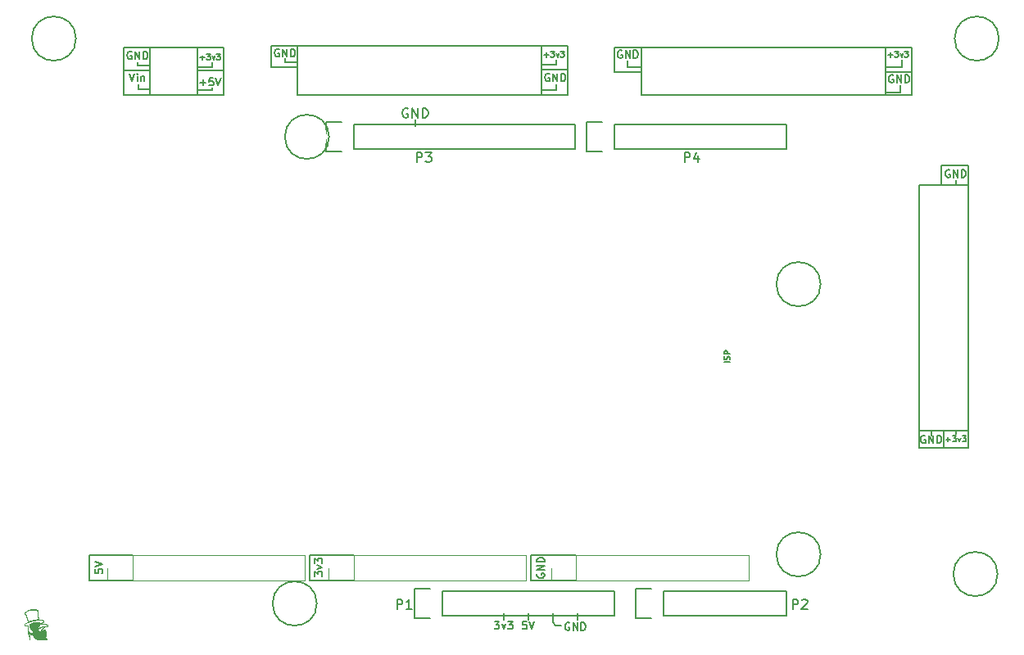
<source format=gto>
G04 #@! TF.GenerationSoftware,KiCad,Pcbnew,5.1.2*
G04 #@! TF.CreationDate,2019-08-04T18:28:35-05:00*
G04 #@! TF.ProjectId,arduino_shield,61726475-696e-46f5-9f73-6869656c642e,rev?*
G04 #@! TF.SameCoordinates,Original*
G04 #@! TF.FileFunction,Legend,Top*
G04 #@! TF.FilePolarity,Positive*
%FSLAX46Y46*%
G04 Gerber Fmt 4.6, Leading zero omitted, Abs format (unit mm)*
G04 Created by KiCad (PCBNEW 5.1.2) date 2019-08-04 18:28:35*
%MOMM*%
%LPD*%
G04 APERTURE LIST*
%ADD10C,0.080000*%
%ADD11C,0.150000*%
%ADD12C,0.120000*%
%ADD13C,0.010000*%
%ADD14C,4.064000*%
%ADD15C,1.700000*%
%ADD16R,1.700000X1.700000*%
%ADD17C,3.600000*%
%ADD18O,1.700000X1.700000*%
%ADD19O,1.727200X2.032000*%
G04 APERTURE END LIST*
D10*
X97474000Y-126865000D02*
X97444000Y-126835000D01*
X97464000Y-126905000D02*
X97494000Y-126875000D01*
X97434000Y-126865000D02*
X97464000Y-126835000D01*
D11*
X99054000Y-126895000D02*
X99084000Y-126945000D01*
X99024000Y-126785000D02*
X99054000Y-126895000D01*
X98954000Y-126875000D02*
X99024000Y-126785000D01*
X98934000Y-126945000D02*
X98954000Y-126875000D01*
X98964000Y-127005000D02*
X98934000Y-126945000D01*
X99134000Y-127095000D02*
X98964000Y-127005000D01*
X99144000Y-127045000D02*
X99134000Y-127095000D01*
X99164000Y-126955000D02*
X99144000Y-127045000D01*
X99174000Y-126875000D02*
X99164000Y-126955000D01*
X99164000Y-126805000D02*
X99174000Y-126875000D01*
X99134000Y-126745000D02*
X99164000Y-126805000D01*
X99104000Y-126665000D02*
X99134000Y-126745000D01*
X99044000Y-126605000D02*
X99104000Y-126665000D01*
X98834000Y-126855000D02*
X99044000Y-126605000D01*
X193294000Y-105918000D02*
X193294000Y-106299000D01*
X190754000Y-105918000D02*
X190754000Y-106426000D01*
X193294000Y-80518000D02*
X193294000Y-80010000D01*
X187579000Y-70993000D02*
X187579000Y-70231000D01*
X186055000Y-70993000D02*
X187579000Y-70993000D01*
X187706000Y-68326000D02*
X187706000Y-67564000D01*
X186055000Y-68326000D02*
X187706000Y-68326000D01*
X159385000Y-68326000D02*
X159385000Y-67691000D01*
X160782000Y-68326000D02*
X159385000Y-68326000D01*
X152019000Y-70739000D02*
X152019000Y-70104000D01*
X150495000Y-70739000D02*
X152019000Y-70739000D01*
X152019000Y-68072000D02*
X152019000Y-67564000D01*
X150495000Y-68072000D02*
X152019000Y-68072000D01*
X108839000Y-70612000D02*
X108839000Y-70104000D01*
X109982000Y-70612000D02*
X108839000Y-70612000D01*
X108712000Y-68199000D02*
X108712000Y-67818000D01*
X109982000Y-68199000D02*
X108712000Y-68199000D01*
X123952000Y-67818000D02*
X123952000Y-67437000D01*
X125222000Y-67818000D02*
X123952000Y-67818000D01*
X116459000Y-70739000D02*
X116459000Y-70485000D01*
X114935000Y-70739000D02*
X116459000Y-70739000D01*
X116459000Y-68326000D02*
X116459000Y-67818000D01*
X114935000Y-68326000D02*
X116459000Y-68326000D01*
X191770000Y-78486000D02*
X191770000Y-80518000D01*
X194564000Y-78486000D02*
X191770000Y-78486000D01*
X194564000Y-80518000D02*
X194564000Y-78486000D01*
X192024000Y-105918000D02*
X192024000Y-107696000D01*
X194564000Y-107696000D02*
X194564000Y-105918000D01*
X189484000Y-107696000D02*
X194564000Y-107696000D01*
X189484000Y-105918000D02*
X189484000Y-107696000D01*
X136652095Y-72652000D02*
X136556857Y-72604380D01*
X136414000Y-72604380D01*
X136271142Y-72652000D01*
X136175904Y-72747238D01*
X136128285Y-72842476D01*
X136080666Y-73032952D01*
X136080666Y-73175809D01*
X136128285Y-73366285D01*
X136175904Y-73461523D01*
X136271142Y-73556761D01*
X136414000Y-73604380D01*
X136509238Y-73604380D01*
X136652095Y-73556761D01*
X136699714Y-73509142D01*
X136699714Y-73175809D01*
X136509238Y-73175809D01*
X137128285Y-73604380D02*
X137128285Y-72604380D01*
X137699714Y-73604380D01*
X137699714Y-72604380D01*
X138175904Y-73604380D02*
X138175904Y-72604380D01*
X138414000Y-72604380D01*
X138556857Y-72652000D01*
X138652095Y-72747238D01*
X138699714Y-72842476D01*
X138747333Y-73032952D01*
X138747333Y-73175809D01*
X138699714Y-73366285D01*
X138652095Y-73461523D01*
X138556857Y-73556761D01*
X138414000Y-73604380D01*
X138175904Y-73604380D01*
X137414000Y-74549000D02*
X137414000Y-73787000D01*
X188722000Y-68834000D02*
X186055000Y-68834000D01*
X188722000Y-71247000D02*
X186055000Y-71247000D01*
X188722000Y-66294000D02*
X188722000Y-71247000D01*
X186055000Y-66294000D02*
X188722000Y-66294000D01*
X157988000Y-68834000D02*
X160782000Y-68834000D01*
X157988000Y-66294000D02*
X157988000Y-68834000D01*
X160782000Y-66294000D02*
X157988000Y-66294000D01*
X150495000Y-68580000D02*
X153162000Y-68580000D01*
X153162000Y-71247000D02*
X150495000Y-71247000D01*
X153162000Y-66167000D02*
X153162000Y-71247000D01*
X150495000Y-66167000D02*
X153162000Y-66167000D01*
X114935000Y-68707000D02*
X117602000Y-68707000D01*
X109982000Y-68707000D02*
X107315000Y-68707000D01*
X192265428Y-106844777D02*
X192722571Y-106844777D01*
X192494000Y-107073348D02*
X192494000Y-106616205D01*
X192951142Y-106473348D02*
X193322571Y-106473348D01*
X193122571Y-106701920D01*
X193208285Y-106701920D01*
X193265428Y-106730491D01*
X193294000Y-106759062D01*
X193322571Y-106816205D01*
X193322571Y-106959062D01*
X193294000Y-107016205D01*
X193265428Y-107044777D01*
X193208285Y-107073348D01*
X193036857Y-107073348D01*
X192979714Y-107044777D01*
X192951142Y-107016205D01*
X193522571Y-106673348D02*
X193665428Y-107073348D01*
X193808285Y-106673348D01*
X193979714Y-106473348D02*
X194351142Y-106473348D01*
X194151142Y-106701920D01*
X194236857Y-106701920D01*
X194294000Y-106730491D01*
X194322571Y-106759062D01*
X194351142Y-106816205D01*
X194351142Y-106959062D01*
X194322571Y-107016205D01*
X194294000Y-107044777D01*
X194236857Y-107073348D01*
X194065428Y-107073348D01*
X194008285Y-107044777D01*
X193979714Y-107016205D01*
X186296428Y-67098857D02*
X186753571Y-67098857D01*
X186525000Y-67327428D02*
X186525000Y-66870285D01*
X186982142Y-66727428D02*
X187353571Y-66727428D01*
X187153571Y-66956000D01*
X187239285Y-66956000D01*
X187296428Y-66984571D01*
X187325000Y-67013142D01*
X187353571Y-67070285D01*
X187353571Y-67213142D01*
X187325000Y-67270285D01*
X187296428Y-67298857D01*
X187239285Y-67327428D01*
X187067857Y-67327428D01*
X187010714Y-67298857D01*
X186982142Y-67270285D01*
X187553571Y-66927428D02*
X187696428Y-67327428D01*
X187839285Y-66927428D01*
X188010714Y-66727428D02*
X188382142Y-66727428D01*
X188182142Y-66956000D01*
X188267857Y-66956000D01*
X188325000Y-66984571D01*
X188353571Y-67013142D01*
X188382142Y-67070285D01*
X188382142Y-67213142D01*
X188353571Y-67270285D01*
X188325000Y-67298857D01*
X188267857Y-67327428D01*
X188096428Y-67327428D01*
X188039285Y-67298857D01*
X188010714Y-67270285D01*
X150736428Y-67098857D02*
X151193571Y-67098857D01*
X150965000Y-67327428D02*
X150965000Y-66870285D01*
X151422142Y-66727428D02*
X151793571Y-66727428D01*
X151593571Y-66956000D01*
X151679285Y-66956000D01*
X151736428Y-66984571D01*
X151765000Y-67013142D01*
X151793571Y-67070285D01*
X151793571Y-67213142D01*
X151765000Y-67270285D01*
X151736428Y-67298857D01*
X151679285Y-67327428D01*
X151507857Y-67327428D01*
X151450714Y-67298857D01*
X151422142Y-67270285D01*
X151993571Y-66927428D02*
X152136428Y-67327428D01*
X152279285Y-66927428D01*
X152450714Y-66727428D02*
X152822142Y-66727428D01*
X152622142Y-66956000D01*
X152707857Y-66956000D01*
X152765000Y-66984571D01*
X152793571Y-67013142D01*
X152822142Y-67070285D01*
X152822142Y-67213142D01*
X152793571Y-67270285D01*
X152765000Y-67298857D01*
X152707857Y-67327428D01*
X152536428Y-67327428D01*
X152479285Y-67298857D01*
X152450714Y-67270285D01*
X122555000Y-68326000D02*
X125222000Y-68326000D01*
X122555000Y-66167000D02*
X122555000Y-68326000D01*
X125222000Y-66167000D02*
X122555000Y-66167000D01*
X117602000Y-71247000D02*
X114935000Y-71247000D01*
X117602000Y-66294000D02*
X117602000Y-71247000D01*
X114935000Y-66294000D02*
X117602000Y-66294000D01*
X107315000Y-71247000D02*
X109982000Y-71247000D01*
X107315000Y-66294000D02*
X107315000Y-71247000D01*
X110109000Y-66294000D02*
X107315000Y-66294000D01*
X169943428Y-98883714D02*
X169343428Y-98883714D01*
X169914857Y-98626571D02*
X169943428Y-98540857D01*
X169943428Y-98398000D01*
X169914857Y-98340857D01*
X169886285Y-98312285D01*
X169829142Y-98283714D01*
X169772000Y-98283714D01*
X169714857Y-98312285D01*
X169686285Y-98340857D01*
X169657714Y-98398000D01*
X169629142Y-98512285D01*
X169600571Y-98569428D01*
X169572000Y-98598000D01*
X169514857Y-98626571D01*
X169457714Y-98626571D01*
X169400571Y-98598000D01*
X169372000Y-98569428D01*
X169343428Y-98512285D01*
X169343428Y-98369428D01*
X169372000Y-98283714D01*
X169943428Y-98026571D02*
X169343428Y-98026571D01*
X169343428Y-97798000D01*
X169372000Y-97740857D01*
X169400571Y-97712285D01*
X169457714Y-97683714D01*
X169543428Y-97683714D01*
X169600571Y-97712285D01*
X169629142Y-97740857D01*
X169657714Y-97798000D01*
X169657714Y-98026571D01*
X149098000Y-124714000D02*
X149098000Y-125476000D01*
X146558000Y-125476000D02*
X146558000Y-124841000D01*
X145605619Y-125672904D02*
X146100857Y-125672904D01*
X145834190Y-125977666D01*
X145948476Y-125977666D01*
X146024666Y-126015761D01*
X146062761Y-126053857D01*
X146100857Y-126130047D01*
X146100857Y-126320523D01*
X146062761Y-126396714D01*
X146024666Y-126434809D01*
X145948476Y-126472904D01*
X145719904Y-126472904D01*
X145643714Y-126434809D01*
X145605619Y-126396714D01*
X146367523Y-125939571D02*
X146558000Y-126472904D01*
X146748476Y-125939571D01*
X146977047Y-125672904D02*
X147472285Y-125672904D01*
X147205619Y-125977666D01*
X147319904Y-125977666D01*
X147396095Y-126015761D01*
X147434190Y-126053857D01*
X147472285Y-126130047D01*
X147472285Y-126320523D01*
X147434190Y-126396714D01*
X147396095Y-126434809D01*
X147319904Y-126472904D01*
X147091333Y-126472904D01*
X147015142Y-126434809D01*
X146977047Y-126396714D01*
X154178000Y-125095000D02*
X154178000Y-124714000D01*
X151638000Y-125095000D02*
X151638000Y-124714000D01*
X148945619Y-125672904D02*
X148564666Y-125672904D01*
X148526571Y-126053857D01*
X148564666Y-126015761D01*
X148640857Y-125977666D01*
X148831333Y-125977666D01*
X148907523Y-126015761D01*
X148945619Y-126053857D01*
X148983714Y-126130047D01*
X148983714Y-126320523D01*
X148945619Y-126396714D01*
X148907523Y-126434809D01*
X148831333Y-126472904D01*
X148640857Y-126472904D01*
X148564666Y-126434809D01*
X148526571Y-126396714D01*
X149212285Y-125672904D02*
X149478952Y-126472904D01*
X149745619Y-125672904D01*
X154178000Y-125095000D02*
X154178000Y-125476000D01*
X151892000Y-126111000D02*
X152527000Y-126111000D01*
X151638000Y-125730000D02*
X151892000Y-126111000D01*
X151638000Y-125095000D02*
X151638000Y-125730000D01*
X153355116Y-125838000D02*
X153278925Y-125799904D01*
X153164640Y-125799904D01*
X153050354Y-125838000D01*
X152974163Y-125914190D01*
X152936068Y-125990380D01*
X152897973Y-126142761D01*
X152897973Y-126257047D01*
X152936068Y-126409428D01*
X152974163Y-126485619D01*
X153050354Y-126561809D01*
X153164640Y-126599904D01*
X153240830Y-126599904D01*
X153355116Y-126561809D01*
X153393211Y-126523714D01*
X153393211Y-126257047D01*
X153240830Y-126257047D01*
X153736068Y-126599904D02*
X153736068Y-125799904D01*
X154193211Y-126599904D01*
X154193211Y-125799904D01*
X154574163Y-126599904D02*
X154574163Y-125799904D01*
X154764640Y-125799904D01*
X154878925Y-125838000D01*
X154955116Y-125914190D01*
X154993211Y-125990380D01*
X155031306Y-126142761D01*
X155031306Y-126257047D01*
X154993211Y-126409428D01*
X154955116Y-126485619D01*
X154878925Y-126561809D01*
X154764640Y-126599904D01*
X154574163Y-126599904D01*
X190113996Y-106503520D02*
X190037805Y-106465424D01*
X189923520Y-106465424D01*
X189809234Y-106503520D01*
X189733043Y-106579710D01*
X189694948Y-106655900D01*
X189656853Y-106808281D01*
X189656853Y-106922567D01*
X189694948Y-107074948D01*
X189733043Y-107151139D01*
X189809234Y-107227329D01*
X189923520Y-107265424D01*
X189999710Y-107265424D01*
X190113996Y-107227329D01*
X190152091Y-107189234D01*
X190152091Y-106922567D01*
X189999710Y-106922567D01*
X190494948Y-107265424D02*
X190494948Y-106465424D01*
X190952091Y-107265424D01*
X190952091Y-106465424D01*
X191333043Y-107265424D02*
X191333043Y-106465424D01*
X191523520Y-106465424D01*
X191637805Y-106503520D01*
X191713996Y-106579710D01*
X191752091Y-106655900D01*
X191790186Y-106808281D01*
X191790186Y-106922567D01*
X191752091Y-107074948D01*
X191713996Y-107151139D01*
X191637805Y-107227329D01*
X191523520Y-107265424D01*
X191333043Y-107265424D01*
X192659076Y-79005480D02*
X192582885Y-78967384D01*
X192468600Y-78967384D01*
X192354314Y-79005480D01*
X192278123Y-79081670D01*
X192240028Y-79157860D01*
X192201933Y-79310241D01*
X192201933Y-79424527D01*
X192240028Y-79576908D01*
X192278123Y-79653099D01*
X192354314Y-79729289D01*
X192468600Y-79767384D01*
X192544790Y-79767384D01*
X192659076Y-79729289D01*
X192697171Y-79691194D01*
X192697171Y-79424527D01*
X192544790Y-79424527D01*
X193040028Y-79767384D02*
X193040028Y-78967384D01*
X193497171Y-79767384D01*
X193497171Y-78967384D01*
X193878123Y-79767384D02*
X193878123Y-78967384D01*
X194068600Y-78967384D01*
X194182885Y-79005480D01*
X194259076Y-79081670D01*
X194297171Y-79157860D01*
X194335266Y-79310241D01*
X194335266Y-79424527D01*
X194297171Y-79576908D01*
X194259076Y-79653099D01*
X194182885Y-79729289D01*
X194068600Y-79767384D01*
X193878123Y-79767384D01*
X186832316Y-69196000D02*
X186756125Y-69157904D01*
X186641840Y-69157904D01*
X186527554Y-69196000D01*
X186451363Y-69272190D01*
X186413268Y-69348380D01*
X186375173Y-69500761D01*
X186375173Y-69615047D01*
X186413268Y-69767428D01*
X186451363Y-69843619D01*
X186527554Y-69919809D01*
X186641840Y-69957904D01*
X186718030Y-69957904D01*
X186832316Y-69919809D01*
X186870411Y-69881714D01*
X186870411Y-69615047D01*
X186718030Y-69615047D01*
X187213268Y-69957904D02*
X187213268Y-69157904D01*
X187670411Y-69957904D01*
X187670411Y-69157904D01*
X188051363Y-69957904D02*
X188051363Y-69157904D01*
X188241840Y-69157904D01*
X188356125Y-69196000D01*
X188432316Y-69272190D01*
X188470411Y-69348380D01*
X188508506Y-69500761D01*
X188508506Y-69615047D01*
X188470411Y-69767428D01*
X188432316Y-69843619D01*
X188356125Y-69919809D01*
X188241840Y-69957904D01*
X188051363Y-69957904D01*
X158775476Y-66656000D02*
X158699285Y-66617904D01*
X158585000Y-66617904D01*
X158470714Y-66656000D01*
X158394523Y-66732190D01*
X158356428Y-66808380D01*
X158318333Y-66960761D01*
X158318333Y-67075047D01*
X158356428Y-67227428D01*
X158394523Y-67303619D01*
X158470714Y-67379809D01*
X158585000Y-67417904D01*
X158661190Y-67417904D01*
X158775476Y-67379809D01*
X158813571Y-67341714D01*
X158813571Y-67075047D01*
X158661190Y-67075047D01*
X159156428Y-67417904D02*
X159156428Y-66617904D01*
X159613571Y-67417904D01*
X159613571Y-66617904D01*
X159994523Y-67417904D02*
X159994523Y-66617904D01*
X160185000Y-66617904D01*
X160299285Y-66656000D01*
X160375476Y-66732190D01*
X160413571Y-66808380D01*
X160451666Y-66960761D01*
X160451666Y-67075047D01*
X160413571Y-67227428D01*
X160375476Y-67303619D01*
X160299285Y-67379809D01*
X160185000Y-67417904D01*
X159994523Y-67417904D01*
X151282476Y-69069000D02*
X151206285Y-69030904D01*
X151092000Y-69030904D01*
X150977714Y-69069000D01*
X150901523Y-69145190D01*
X150863428Y-69221380D01*
X150825333Y-69373761D01*
X150825333Y-69488047D01*
X150863428Y-69640428D01*
X150901523Y-69716619D01*
X150977714Y-69792809D01*
X151092000Y-69830904D01*
X151168190Y-69830904D01*
X151282476Y-69792809D01*
X151320571Y-69754714D01*
X151320571Y-69488047D01*
X151168190Y-69488047D01*
X151663428Y-69830904D02*
X151663428Y-69030904D01*
X152120571Y-69830904D01*
X152120571Y-69030904D01*
X152501523Y-69830904D02*
X152501523Y-69030904D01*
X152692000Y-69030904D01*
X152806285Y-69069000D01*
X152882476Y-69145190D01*
X152920571Y-69221380D01*
X152958666Y-69373761D01*
X152958666Y-69488047D01*
X152920571Y-69640428D01*
X152882476Y-69716619D01*
X152806285Y-69792809D01*
X152692000Y-69830904D01*
X152501523Y-69830904D01*
X123342476Y-66529000D02*
X123266285Y-66490904D01*
X123152000Y-66490904D01*
X123037714Y-66529000D01*
X122961523Y-66605190D01*
X122923428Y-66681380D01*
X122885333Y-66833761D01*
X122885333Y-66948047D01*
X122923428Y-67100428D01*
X122961523Y-67176619D01*
X123037714Y-67252809D01*
X123152000Y-67290904D01*
X123228190Y-67290904D01*
X123342476Y-67252809D01*
X123380571Y-67214714D01*
X123380571Y-66948047D01*
X123228190Y-66948047D01*
X123723428Y-67290904D02*
X123723428Y-66490904D01*
X124180571Y-67290904D01*
X124180571Y-66490904D01*
X124561523Y-67290904D02*
X124561523Y-66490904D01*
X124752000Y-66490904D01*
X124866285Y-66529000D01*
X124942476Y-66605190D01*
X124980571Y-66681380D01*
X125018666Y-66833761D01*
X125018666Y-66948047D01*
X124980571Y-67100428D01*
X124942476Y-67176619D01*
X124866285Y-67252809D01*
X124752000Y-67290904D01*
X124561523Y-67290904D01*
X115176428Y-67378257D02*
X115633571Y-67378257D01*
X115405000Y-67606828D02*
X115405000Y-67149685D01*
X115862142Y-67006828D02*
X116233571Y-67006828D01*
X116033571Y-67235400D01*
X116119285Y-67235400D01*
X116176428Y-67263971D01*
X116205000Y-67292542D01*
X116233571Y-67349685D01*
X116233571Y-67492542D01*
X116205000Y-67549685D01*
X116176428Y-67578257D01*
X116119285Y-67606828D01*
X115947857Y-67606828D01*
X115890714Y-67578257D01*
X115862142Y-67549685D01*
X116433571Y-67206828D02*
X116576428Y-67606828D01*
X116719285Y-67206828D01*
X116890714Y-67006828D02*
X117262142Y-67006828D01*
X117062142Y-67235400D01*
X117147857Y-67235400D01*
X117205000Y-67263971D01*
X117233571Y-67292542D01*
X117262142Y-67349685D01*
X117262142Y-67492542D01*
X117233571Y-67549685D01*
X117205000Y-67578257D01*
X117147857Y-67606828D01*
X116976428Y-67606828D01*
X116919285Y-67578257D01*
X116890714Y-67549685D01*
X115161188Y-69957942D02*
X115770712Y-69957942D01*
X115465950Y-70262704D02*
X115465950Y-69653180D01*
X116532617Y-69462704D02*
X116151664Y-69462704D01*
X116113569Y-69843657D01*
X116151664Y-69805561D01*
X116227855Y-69767466D01*
X116418331Y-69767466D01*
X116494521Y-69805561D01*
X116532617Y-69843657D01*
X116570712Y-69919847D01*
X116570712Y-70110323D01*
X116532617Y-70186514D01*
X116494521Y-70224609D01*
X116418331Y-70262704D01*
X116227855Y-70262704D01*
X116151664Y-70224609D01*
X116113569Y-70186514D01*
X116799283Y-69462704D02*
X117065950Y-70262704D01*
X117332617Y-69462704D01*
X150034040Y-120741363D02*
X149995944Y-120817554D01*
X149995944Y-120931840D01*
X150034040Y-121046125D01*
X150110230Y-121122316D01*
X150186420Y-121160411D01*
X150338801Y-121198506D01*
X150453087Y-121198506D01*
X150605468Y-121160411D01*
X150681659Y-121122316D01*
X150757849Y-121046125D01*
X150795944Y-120931840D01*
X150795944Y-120855649D01*
X150757849Y-120741363D01*
X150719754Y-120703268D01*
X150453087Y-120703268D01*
X150453087Y-120855649D01*
X150795944Y-120360411D02*
X149995944Y-120360411D01*
X150795944Y-119903268D01*
X149995944Y-119903268D01*
X150795944Y-119522316D02*
X149995944Y-119522316D01*
X149995944Y-119331840D01*
X150034040Y-119217554D01*
X150110230Y-119141363D01*
X150186420Y-119103268D01*
X150338801Y-119065173D01*
X150453087Y-119065173D01*
X150605468Y-119103268D01*
X150681659Y-119141363D01*
X150757849Y-119217554D01*
X150795944Y-119331840D01*
X150795944Y-119522316D01*
X149382480Y-118826280D02*
X154045920Y-118826280D01*
X149382480Y-121478040D02*
X149382480Y-118826280D01*
X154051000Y-121472000D02*
X149382480Y-121478040D01*
X126542800Y-118821200D02*
X131076700Y-118821200D01*
X126542800Y-121462800D02*
X126542800Y-118821200D01*
X127019104Y-121005480D02*
X127019104Y-120510242D01*
X127323866Y-120776909D01*
X127323866Y-120662623D01*
X127361961Y-120586433D01*
X127400057Y-120548338D01*
X127476247Y-120510242D01*
X127666723Y-120510242D01*
X127742914Y-120548338D01*
X127781009Y-120586433D01*
X127819104Y-120662623D01*
X127819104Y-120891195D01*
X127781009Y-120967385D01*
X127742914Y-121005480D01*
X127285771Y-120243576D02*
X127819104Y-120053100D01*
X127285771Y-119862623D01*
X127019104Y-119634052D02*
X127019104Y-119138814D01*
X127323866Y-119405480D01*
X127323866Y-119291195D01*
X127361961Y-119215004D01*
X127400057Y-119176909D01*
X127476247Y-119138814D01*
X127666723Y-119138814D01*
X127742914Y-119176909D01*
X127781009Y-119215004D01*
X127819104Y-119291195D01*
X127819104Y-119519766D01*
X127781009Y-119595957D01*
X127742914Y-119634052D01*
X131051300Y-121459300D02*
X126542800Y-121462800D01*
X103695500Y-118808500D02*
X108204000Y-118812000D01*
X103695500Y-121475500D02*
X103695500Y-118808500D01*
X108204000Y-121472000D02*
X103695500Y-121475500D01*
X104324204Y-120294380D02*
X104324204Y-120675333D01*
X104705157Y-120713428D01*
X104667061Y-120675333D01*
X104628966Y-120599142D01*
X104628966Y-120408666D01*
X104667061Y-120332476D01*
X104705157Y-120294380D01*
X104781347Y-120256285D01*
X104971823Y-120256285D01*
X105048014Y-120294380D01*
X105086109Y-120332476D01*
X105124204Y-120408666D01*
X105124204Y-120599142D01*
X105086109Y-120675333D01*
X105048014Y-120713428D01*
X104324204Y-120027714D02*
X105124204Y-119761047D01*
X104324204Y-119494380D01*
X107892952Y-69030904D02*
X108159619Y-69830904D01*
X108426285Y-69030904D01*
X108692952Y-69830904D02*
X108692952Y-69297571D01*
X108692952Y-69030904D02*
X108654857Y-69069000D01*
X108692952Y-69107095D01*
X108731047Y-69069000D01*
X108692952Y-69030904D01*
X108692952Y-69107095D01*
X109073904Y-69297571D02*
X109073904Y-69830904D01*
X109073904Y-69373761D02*
X109112000Y-69335666D01*
X109188190Y-69297571D01*
X109302476Y-69297571D01*
X109378666Y-69335666D01*
X109416761Y-69411857D01*
X109416761Y-69830904D01*
X108102476Y-66783000D02*
X108026285Y-66744904D01*
X107912000Y-66744904D01*
X107797714Y-66783000D01*
X107721523Y-66859190D01*
X107683428Y-66935380D01*
X107645333Y-67087761D01*
X107645333Y-67202047D01*
X107683428Y-67354428D01*
X107721523Y-67430619D01*
X107797714Y-67506809D01*
X107912000Y-67544904D01*
X107988190Y-67544904D01*
X108102476Y-67506809D01*
X108140571Y-67468714D01*
X108140571Y-67202047D01*
X107988190Y-67202047D01*
X108483428Y-67544904D02*
X108483428Y-66744904D01*
X108940571Y-67544904D01*
X108940571Y-66744904D01*
X109321523Y-67544904D02*
X109321523Y-66744904D01*
X109512000Y-66744904D01*
X109626285Y-66783000D01*
X109702476Y-66859190D01*
X109740571Y-66935380D01*
X109778666Y-67087761D01*
X109778666Y-67202047D01*
X109740571Y-67354428D01*
X109702476Y-67430619D01*
X109626285Y-67506809D01*
X109512000Y-67544904D01*
X109321523Y-67544904D01*
X189484000Y-105918000D02*
X194564000Y-105918000D01*
X114935000Y-66294000D02*
X110109000Y-66294000D01*
X114935000Y-71247000D02*
X114935000Y-66294000D01*
X109982000Y-71247000D02*
X114935000Y-71247000D01*
X109982000Y-66294000D02*
X109982000Y-71247000D01*
X125222000Y-66167000D02*
X125222000Y-66294000D01*
X150495000Y-66167000D02*
X125222000Y-66167000D01*
X150495000Y-71247000D02*
X150495000Y-66167000D01*
X125222000Y-71247000D02*
X150495000Y-71247000D01*
X125222000Y-66294000D02*
X125222000Y-71247000D01*
X186055000Y-66294000D02*
X160782000Y-66294000D01*
X186055000Y-71247000D02*
X186055000Y-66294000D01*
X160782000Y-71247000D02*
X186055000Y-71247000D01*
X160782000Y-66294000D02*
X160782000Y-71247000D01*
X194564000Y-105918000D02*
X194564000Y-80518000D01*
X189484000Y-80518000D02*
X189484000Y-105918000D01*
X194564000Y-80518000D02*
X189484000Y-80518000D01*
X197612000Y-120777000D02*
G75*
G03X197612000Y-120777000I-2286000J0D01*
G01*
X197739000Y-65405000D02*
G75*
G03X197739000Y-65405000I-2286000J0D01*
G01*
X102362000Y-65405000D02*
G75*
G03X102362000Y-65405000I-2286000J0D01*
G01*
D12*
X128464000Y-121472000D02*
X128464000Y-120142000D01*
X129794000Y-121472000D02*
X128464000Y-121472000D01*
X131064000Y-121472000D02*
X131064000Y-118812000D01*
X131064000Y-118812000D02*
X148904000Y-118812000D01*
X131064000Y-121472000D02*
X148904000Y-121472000D01*
X148904000Y-121472000D02*
X148904000Y-118812000D01*
X105604000Y-121472000D02*
X105604000Y-120142000D01*
X106934000Y-121472000D02*
X105604000Y-121472000D01*
X108204000Y-121472000D02*
X108204000Y-118812000D01*
X108204000Y-118812000D02*
X126044000Y-118812000D01*
X108204000Y-121472000D02*
X126044000Y-121472000D01*
X126044000Y-121472000D02*
X126044000Y-118812000D01*
X151451000Y-121472000D02*
X151451000Y-120142000D01*
X152781000Y-121472000D02*
X151451000Y-121472000D01*
X154051000Y-121472000D02*
X154051000Y-118812000D01*
X154051000Y-118812000D02*
X171891000Y-118812000D01*
X154051000Y-121472000D02*
X171891000Y-121472000D01*
X171891000Y-121472000D02*
X171891000Y-118812000D01*
D13*
G36*
X98189108Y-125850675D02*
G01*
X98186007Y-125853776D01*
X98182907Y-125850675D01*
X98186007Y-125847575D01*
X98189108Y-125850675D01*
X98189108Y-125850675D01*
G37*
X98189108Y-125850675D02*
X98186007Y-125853776D01*
X98182907Y-125850675D01*
X98186007Y-125847575D01*
X98189108Y-125850675D01*
G36*
X97916256Y-126024308D02*
G01*
X97913156Y-126027409D01*
X97910055Y-126024308D01*
X97913156Y-126021208D01*
X97916256Y-126024308D01*
X97916256Y-126024308D01*
G37*
X97916256Y-126024308D02*
X97913156Y-126027409D01*
X97910055Y-126024308D01*
X97913156Y-126021208D01*
X97916256Y-126024308D01*
G36*
X98218168Y-126185696D02*
G01*
X98214703Y-126190189D01*
X98205652Y-126199830D01*
X98201612Y-126199788D01*
X98201510Y-126198700D01*
X98205748Y-126193524D01*
X98212362Y-126187848D01*
X98219707Y-126182485D01*
X98218168Y-126185696D01*
X98218168Y-126185696D01*
G37*
X98218168Y-126185696D02*
X98214703Y-126190189D01*
X98205652Y-126199830D01*
X98201612Y-126199788D01*
X98201510Y-126198700D01*
X98205748Y-126193524D01*
X98212362Y-126187848D01*
X98219707Y-126182485D01*
X98218168Y-126185696D01*
G36*
X98027029Y-126125779D02*
G01*
X98030978Y-126127050D01*
X98039295Y-126130801D01*
X98035955Y-126132114D01*
X98029428Y-126132393D01*
X98018015Y-126136261D01*
X98017005Y-126146435D01*
X98024924Y-126160301D01*
X98030685Y-126170712D01*
X98027259Y-126179491D01*
X98023992Y-126183305D01*
X98016934Y-126199682D01*
X98017959Y-126210093D01*
X98020057Y-126222788D01*
X98016549Y-126224591D01*
X98006616Y-126216101D01*
X97998708Y-126204664D01*
X97996871Y-126197902D01*
X97994768Y-126186114D01*
X97990475Y-126172622D01*
X97985461Y-126161301D01*
X97980904Y-126160534D01*
X97974466Y-126167567D01*
X97967857Y-126174822D01*
X97967143Y-126172277D01*
X97968112Y-126168886D01*
X97966148Y-126158860D01*
X97954665Y-126151764D01*
X97953020Y-126151063D01*
X97987779Y-126151063D01*
X97993560Y-126163427D01*
X97993612Y-126163527D01*
X98000298Y-126179704D01*
X98003111Y-126192956D01*
X98003111Y-126192982D01*
X98004724Y-126197656D01*
X98009835Y-126191125D01*
X98012333Y-126186533D01*
X98018041Y-126169635D01*
X98015177Y-126157077D01*
X98004806Y-126147427D01*
X97996494Y-126145231D01*
X97988579Y-126146125D01*
X97987779Y-126151063D01*
X97953020Y-126151063D01*
X97944453Y-126147413D01*
X97945522Y-126146657D01*
X97952628Y-126147869D01*
X97970445Y-126146592D01*
X97988803Y-126138948D01*
X97996871Y-126132376D01*
X98009972Y-126125480D01*
X98027029Y-126125779D01*
X98027029Y-126125779D01*
G37*
X98027029Y-126125779D02*
X98030978Y-126127050D01*
X98039295Y-126130801D01*
X98035955Y-126132114D01*
X98029428Y-126132393D01*
X98018015Y-126136261D01*
X98017005Y-126146435D01*
X98024924Y-126160301D01*
X98030685Y-126170712D01*
X98027259Y-126179491D01*
X98023992Y-126183305D01*
X98016934Y-126199682D01*
X98017959Y-126210093D01*
X98020057Y-126222788D01*
X98016549Y-126224591D01*
X98006616Y-126216101D01*
X97998708Y-126204664D01*
X97996871Y-126197902D01*
X97994768Y-126186114D01*
X97990475Y-126172622D01*
X97985461Y-126161301D01*
X97980904Y-126160534D01*
X97974466Y-126167567D01*
X97967857Y-126174822D01*
X97967143Y-126172277D01*
X97968112Y-126168886D01*
X97966148Y-126158860D01*
X97954665Y-126151764D01*
X97953020Y-126151063D01*
X97987779Y-126151063D01*
X97993560Y-126163427D01*
X97993612Y-126163527D01*
X98000298Y-126179704D01*
X98003111Y-126192956D01*
X98003111Y-126192982D01*
X98004724Y-126197656D01*
X98009835Y-126191125D01*
X98012333Y-126186533D01*
X98018041Y-126169635D01*
X98015177Y-126157077D01*
X98004806Y-126147427D01*
X97996494Y-126145231D01*
X97988579Y-126146125D01*
X97987779Y-126151063D01*
X97953020Y-126151063D01*
X97944453Y-126147413D01*
X97945522Y-126146657D01*
X97952628Y-126147869D01*
X97970445Y-126146592D01*
X97988803Y-126138948D01*
X97996871Y-126132376D01*
X98009972Y-126125480D01*
X98027029Y-126125779D01*
G36*
X98008182Y-124441487D02*
G01*
X98063787Y-124442502D01*
X98108834Y-124443618D01*
X98145166Y-124444957D01*
X98174628Y-124446643D01*
X98199063Y-124448798D01*
X98220315Y-124451544D01*
X98240229Y-124455004D01*
X98253931Y-124457824D01*
X98282813Y-124464392D01*
X98302797Y-124470220D01*
X98317186Y-124476796D01*
X98329280Y-124485611D01*
X98341626Y-124497389D01*
X98367598Y-124523624D01*
X98375132Y-124653849D01*
X98377509Y-124694981D01*
X98379754Y-124733892D01*
X98381727Y-124768157D01*
X98383288Y-124795346D01*
X98384297Y-124813033D01*
X98384413Y-124815080D01*
X98387940Y-124871159D01*
X98391883Y-124922494D01*
X98396083Y-124967525D01*
X98400380Y-125004688D01*
X98404614Y-125032423D01*
X98408239Y-125048032D01*
X98415487Y-125073471D01*
X98423953Y-125108284D01*
X98432981Y-125149587D01*
X98441914Y-125194494D01*
X98443445Y-125202653D01*
X98449597Y-125233893D01*
X98457066Y-125268106D01*
X98466437Y-125307800D01*
X98478291Y-125355482D01*
X98486400Y-125387258D01*
X98493527Y-125416547D01*
X98498877Y-125441610D01*
X98501973Y-125459957D01*
X98502335Y-125469096D01*
X98502192Y-125469424D01*
X98494580Y-125472371D01*
X98477962Y-125474531D01*
X98455727Y-125475490D01*
X98452514Y-125475504D01*
X98415366Y-125476594D01*
X98368649Y-125479713D01*
X98314990Y-125484636D01*
X98257015Y-125491139D01*
X98229415Y-125494625D01*
X98214315Y-125496654D01*
X98199606Y-125498793D01*
X98183775Y-125501321D01*
X98165306Y-125504518D01*
X98142682Y-125508661D01*
X98114389Y-125514032D01*
X98078910Y-125520909D01*
X98034731Y-125529571D01*
X97980336Y-125540298D01*
X97962765Y-125543770D01*
X97914824Y-125553646D01*
X97862239Y-125565171D01*
X97807234Y-125577800D01*
X97752033Y-125590984D01*
X97698861Y-125604176D01*
X97649942Y-125616830D01*
X97607499Y-125628397D01*
X97573759Y-125638333D01*
X97559689Y-125642912D01*
X97522318Y-125655444D01*
X97485870Y-125667130D01*
X97452511Y-125677327D01*
X97424406Y-125685391D01*
X97403722Y-125690678D01*
X97392705Y-125692545D01*
X97382745Y-125688522D01*
X97380487Y-125684794D01*
X97378285Y-125675675D01*
X97374074Y-125657527D01*
X97368562Y-125633420D01*
X97365096Y-125618131D01*
X97352969Y-125567123D01*
X97339443Y-125514784D01*
X97325137Y-125463173D01*
X97310674Y-125414347D01*
X97296674Y-125370367D01*
X97283757Y-125333289D01*
X97272546Y-125305173D01*
X97267493Y-125294579D01*
X97262124Y-125282336D01*
X97253959Y-125261280D01*
X97244108Y-125234369D01*
X97233718Y-125204662D01*
X97219603Y-125166695D01*
X97200911Y-125121251D01*
X97179162Y-125071651D01*
X97155876Y-125021218D01*
X97132575Y-124973274D01*
X97110779Y-124931141D01*
X97097939Y-124908097D01*
X97085133Y-124883632D01*
X97078049Y-124862040D01*
X97074736Y-124836698D01*
X97074191Y-124827482D01*
X97073419Y-124811869D01*
X97085766Y-124811869D01*
X97086511Y-124827482D01*
X97090496Y-124855719D01*
X97099759Y-124881702D01*
X97110429Y-124901896D01*
X97130489Y-124938641D01*
X97153011Y-124983276D01*
X97176483Y-125032496D01*
X97199392Y-125082997D01*
X97220227Y-125131474D01*
X97237475Y-125174622D01*
X97246120Y-125198461D01*
X97256545Y-125228265D01*
X97266392Y-125255161D01*
X97274550Y-125276192D01*
X97279895Y-125288378D01*
X97289970Y-125310954D01*
X97302117Y-125343738D01*
X97315755Y-125384822D01*
X97330306Y-125432299D01*
X97345190Y-125484260D01*
X97359829Y-125538797D01*
X97373643Y-125594003D01*
X97377169Y-125608830D01*
X97383186Y-125634223D01*
X97388286Y-125655362D01*
X97391704Y-125669090D01*
X97392521Y-125672117D01*
X97396980Y-125675976D01*
X97408275Y-125674741D01*
X97421413Y-125670857D01*
X97437003Y-125665776D01*
X97461421Y-125657852D01*
X97491692Y-125648049D01*
X97524841Y-125637330D01*
X97535520Y-125633881D01*
X97603857Y-125613198D01*
X97683326Y-125591612D01*
X97772716Y-125569407D01*
X97870814Y-125546864D01*
X97976407Y-125524266D01*
X98088283Y-125501893D01*
X98166959Y-125487022D01*
X98193366Y-125482172D01*
X98214905Y-125478394D01*
X98234003Y-125475408D01*
X98253088Y-125472937D01*
X98274586Y-125470702D01*
X98300924Y-125468424D01*
X98334529Y-125465825D01*
X98377829Y-125462627D01*
X98382894Y-125462256D01*
X98425855Y-125458698D01*
X98457722Y-125455157D01*
X98478087Y-125451691D01*
X98486539Y-125448355D01*
X98486764Y-125447739D01*
X98485264Y-125439141D01*
X98481217Y-125421450D01*
X98475305Y-125397550D01*
X98470537Y-125379106D01*
X98455112Y-125318690D01*
X98442931Y-125266886D01*
X98433264Y-125220556D01*
X98431042Y-125208854D01*
X98422208Y-125163669D01*
X98413160Y-125121553D01*
X98404555Y-125085394D01*
X98397051Y-125058081D01*
X98395853Y-125054280D01*
X98392470Y-125041339D01*
X98389213Y-125023318D01*
X98386004Y-124999328D01*
X98382770Y-124968483D01*
X98379435Y-124929893D01*
X98375923Y-124882672D01*
X98372160Y-124825932D01*
X98368069Y-124758785D01*
X98363577Y-124680342D01*
X98362448Y-124660050D01*
X98355238Y-124529826D01*
X98335941Y-124511894D01*
X98321525Y-124499829D01*
X98305678Y-124489712D01*
X98287227Y-124481378D01*
X98264999Y-124474664D01*
X98237822Y-124469405D01*
X98204522Y-124465436D01*
X98163926Y-124462593D01*
X98114863Y-124460712D01*
X98056158Y-124459627D01*
X97986639Y-124459175D01*
X97959664Y-124459136D01*
X97868731Y-124459418D01*
X97789558Y-124460372D01*
X97721520Y-124462032D01*
X97663993Y-124464427D01*
X97616350Y-124467588D01*
X97577967Y-124471547D01*
X97548218Y-124476334D01*
X97531784Y-124480314D01*
X97519849Y-124482988D01*
X97502043Y-124486188D01*
X97497677Y-124486886D01*
X97467859Y-124495289D01*
X97430632Y-124512114D01*
X97387137Y-124536799D01*
X97357528Y-124555801D01*
X97335106Y-124570764D01*
X97315225Y-124584027D01*
X97301191Y-124593384D01*
X97298262Y-124595334D01*
X97278320Y-124609306D01*
X97253860Y-124627486D01*
X97227009Y-124648173D01*
X97199890Y-124669663D01*
X97174629Y-124690256D01*
X97153350Y-124708247D01*
X97138177Y-124721935D01*
X97131808Y-124728718D01*
X97119804Y-124744760D01*
X97105391Y-124763417D01*
X97101755Y-124768027D01*
X97091739Y-124782139D01*
X97086843Y-124795063D01*
X97085766Y-124811869D01*
X97073419Y-124811869D01*
X97072042Y-124784074D01*
X97103657Y-124742440D01*
X97131965Y-124710501D01*
X97171643Y-124674202D01*
X97222507Y-124633691D01*
X97284373Y-124589113D01*
X97357056Y-124540614D01*
X97361251Y-124537908D01*
X97388342Y-124520937D01*
X97414236Y-124505543D01*
X97435726Y-124493589D01*
X97448068Y-124487550D01*
X97485006Y-124475403D01*
X97533553Y-124464984D01*
X97593029Y-124456349D01*
X97662754Y-124449554D01*
X97742048Y-124444656D01*
X97830232Y-124441709D01*
X97926625Y-124440771D01*
X98008182Y-124441487D01*
X98008182Y-124441487D01*
G37*
X98008182Y-124441487D02*
X98063787Y-124442502D01*
X98108834Y-124443618D01*
X98145166Y-124444957D01*
X98174628Y-124446643D01*
X98199063Y-124448798D01*
X98220315Y-124451544D01*
X98240229Y-124455004D01*
X98253931Y-124457824D01*
X98282813Y-124464392D01*
X98302797Y-124470220D01*
X98317186Y-124476796D01*
X98329280Y-124485611D01*
X98341626Y-124497389D01*
X98367598Y-124523624D01*
X98375132Y-124653849D01*
X98377509Y-124694981D01*
X98379754Y-124733892D01*
X98381727Y-124768157D01*
X98383288Y-124795346D01*
X98384297Y-124813033D01*
X98384413Y-124815080D01*
X98387940Y-124871159D01*
X98391883Y-124922494D01*
X98396083Y-124967525D01*
X98400380Y-125004688D01*
X98404614Y-125032423D01*
X98408239Y-125048032D01*
X98415487Y-125073471D01*
X98423953Y-125108284D01*
X98432981Y-125149587D01*
X98441914Y-125194494D01*
X98443445Y-125202653D01*
X98449597Y-125233893D01*
X98457066Y-125268106D01*
X98466437Y-125307800D01*
X98478291Y-125355482D01*
X98486400Y-125387258D01*
X98493527Y-125416547D01*
X98498877Y-125441610D01*
X98501973Y-125459957D01*
X98502335Y-125469096D01*
X98502192Y-125469424D01*
X98494580Y-125472371D01*
X98477962Y-125474531D01*
X98455727Y-125475490D01*
X98452514Y-125475504D01*
X98415366Y-125476594D01*
X98368649Y-125479713D01*
X98314990Y-125484636D01*
X98257015Y-125491139D01*
X98229415Y-125494625D01*
X98214315Y-125496654D01*
X98199606Y-125498793D01*
X98183775Y-125501321D01*
X98165306Y-125504518D01*
X98142682Y-125508661D01*
X98114389Y-125514032D01*
X98078910Y-125520909D01*
X98034731Y-125529571D01*
X97980336Y-125540298D01*
X97962765Y-125543770D01*
X97914824Y-125553646D01*
X97862239Y-125565171D01*
X97807234Y-125577800D01*
X97752033Y-125590984D01*
X97698861Y-125604176D01*
X97649942Y-125616830D01*
X97607499Y-125628397D01*
X97573759Y-125638333D01*
X97559689Y-125642912D01*
X97522318Y-125655444D01*
X97485870Y-125667130D01*
X97452511Y-125677327D01*
X97424406Y-125685391D01*
X97403722Y-125690678D01*
X97392705Y-125692545D01*
X97382745Y-125688522D01*
X97380487Y-125684794D01*
X97378285Y-125675675D01*
X97374074Y-125657527D01*
X97368562Y-125633420D01*
X97365096Y-125618131D01*
X97352969Y-125567123D01*
X97339443Y-125514784D01*
X97325137Y-125463173D01*
X97310674Y-125414347D01*
X97296674Y-125370367D01*
X97283757Y-125333289D01*
X97272546Y-125305173D01*
X97267493Y-125294579D01*
X97262124Y-125282336D01*
X97253959Y-125261280D01*
X97244108Y-125234369D01*
X97233718Y-125204662D01*
X97219603Y-125166695D01*
X97200911Y-125121251D01*
X97179162Y-125071651D01*
X97155876Y-125021218D01*
X97132575Y-124973274D01*
X97110779Y-124931141D01*
X97097939Y-124908097D01*
X97085133Y-124883632D01*
X97078049Y-124862040D01*
X97074736Y-124836698D01*
X97074191Y-124827482D01*
X97073419Y-124811869D01*
X97085766Y-124811869D01*
X97086511Y-124827482D01*
X97090496Y-124855719D01*
X97099759Y-124881702D01*
X97110429Y-124901896D01*
X97130489Y-124938641D01*
X97153011Y-124983276D01*
X97176483Y-125032496D01*
X97199392Y-125082997D01*
X97220227Y-125131474D01*
X97237475Y-125174622D01*
X97246120Y-125198461D01*
X97256545Y-125228265D01*
X97266392Y-125255161D01*
X97274550Y-125276192D01*
X97279895Y-125288378D01*
X97289970Y-125310954D01*
X97302117Y-125343738D01*
X97315755Y-125384822D01*
X97330306Y-125432299D01*
X97345190Y-125484260D01*
X97359829Y-125538797D01*
X97373643Y-125594003D01*
X97377169Y-125608830D01*
X97383186Y-125634223D01*
X97388286Y-125655362D01*
X97391704Y-125669090D01*
X97392521Y-125672117D01*
X97396980Y-125675976D01*
X97408275Y-125674741D01*
X97421413Y-125670857D01*
X97437003Y-125665776D01*
X97461421Y-125657852D01*
X97491692Y-125648049D01*
X97524841Y-125637330D01*
X97535520Y-125633881D01*
X97603857Y-125613198D01*
X97683326Y-125591612D01*
X97772716Y-125569407D01*
X97870814Y-125546864D01*
X97976407Y-125524266D01*
X98088283Y-125501893D01*
X98166959Y-125487022D01*
X98193366Y-125482172D01*
X98214905Y-125478394D01*
X98234003Y-125475408D01*
X98253088Y-125472937D01*
X98274586Y-125470702D01*
X98300924Y-125468424D01*
X98334529Y-125465825D01*
X98377829Y-125462627D01*
X98382894Y-125462256D01*
X98425855Y-125458698D01*
X98457722Y-125455157D01*
X98478087Y-125451691D01*
X98486539Y-125448355D01*
X98486764Y-125447739D01*
X98485264Y-125439141D01*
X98481217Y-125421450D01*
X98475305Y-125397550D01*
X98470537Y-125379106D01*
X98455112Y-125318690D01*
X98442931Y-125266886D01*
X98433264Y-125220556D01*
X98431042Y-125208854D01*
X98422208Y-125163669D01*
X98413160Y-125121553D01*
X98404555Y-125085394D01*
X98397051Y-125058081D01*
X98395853Y-125054280D01*
X98392470Y-125041339D01*
X98389213Y-125023318D01*
X98386004Y-124999328D01*
X98382770Y-124968483D01*
X98379435Y-124929893D01*
X98375923Y-124882672D01*
X98372160Y-124825932D01*
X98368069Y-124758785D01*
X98363577Y-124680342D01*
X98362448Y-124660050D01*
X98355238Y-124529826D01*
X98335941Y-124511894D01*
X98321525Y-124499829D01*
X98305678Y-124489712D01*
X98287227Y-124481378D01*
X98264999Y-124474664D01*
X98237822Y-124469405D01*
X98204522Y-124465436D01*
X98163926Y-124462593D01*
X98114863Y-124460712D01*
X98056158Y-124459627D01*
X97986639Y-124459175D01*
X97959664Y-124459136D01*
X97868731Y-124459418D01*
X97789558Y-124460372D01*
X97721520Y-124462032D01*
X97663993Y-124464427D01*
X97616350Y-124467588D01*
X97577967Y-124471547D01*
X97548218Y-124476334D01*
X97531784Y-124480314D01*
X97519849Y-124482988D01*
X97502043Y-124486188D01*
X97497677Y-124486886D01*
X97467859Y-124495289D01*
X97430632Y-124512114D01*
X97387137Y-124536799D01*
X97357528Y-124555801D01*
X97335106Y-124570764D01*
X97315225Y-124584027D01*
X97301191Y-124593384D01*
X97298262Y-124595334D01*
X97278320Y-124609306D01*
X97253860Y-124627486D01*
X97227009Y-124648173D01*
X97199890Y-124669663D01*
X97174629Y-124690256D01*
X97153350Y-124708247D01*
X97138177Y-124721935D01*
X97131808Y-124728718D01*
X97119804Y-124744760D01*
X97105391Y-124763417D01*
X97101755Y-124768027D01*
X97091739Y-124782139D01*
X97086843Y-124795063D01*
X97085766Y-124811869D01*
X97073419Y-124811869D01*
X97072042Y-124784074D01*
X97103657Y-124742440D01*
X97131965Y-124710501D01*
X97171643Y-124674202D01*
X97222507Y-124633691D01*
X97284373Y-124589113D01*
X97357056Y-124540614D01*
X97361251Y-124537908D01*
X97388342Y-124520937D01*
X97414236Y-124505543D01*
X97435726Y-124493589D01*
X97448068Y-124487550D01*
X97485006Y-124475403D01*
X97533553Y-124464984D01*
X97593029Y-124456349D01*
X97662754Y-124449554D01*
X97742048Y-124444656D01*
X97830232Y-124441709D01*
X97926625Y-124440771D01*
X98008182Y-124441487D01*
G36*
X99169563Y-126162024D02*
G01*
X99167358Y-126166251D01*
X99153569Y-126171043D01*
X99130342Y-126175886D01*
X99058036Y-126190190D01*
X98986061Y-126207478D01*
X98917294Y-126226924D01*
X98854609Y-126247702D01*
X98800883Y-126268986D01*
X98791719Y-126273114D01*
X98770212Y-126282863D01*
X98753335Y-126290195D01*
X98743986Y-126293860D01*
X98743114Y-126294059D01*
X98733848Y-126296767D01*
X98716359Y-126304022D01*
X98693360Y-126314520D01*
X98667564Y-126326959D01*
X98641683Y-126340034D01*
X98618431Y-126352443D01*
X98602762Y-126361491D01*
X98582658Y-126373194D01*
X98558318Y-126386478D01*
X98532372Y-126400018D01*
X98507449Y-126412491D01*
X98486178Y-126422573D01*
X98471188Y-126428942D01*
X98465698Y-126430485D01*
X98459115Y-126433549D01*
X98444720Y-126441720D01*
X98425178Y-126453464D01*
X98417204Y-126458390D01*
X98395536Y-126471192D01*
X98377017Y-126480901D01*
X98364747Y-126485932D01*
X98362591Y-126486295D01*
X98350236Y-126489570D01*
X98346928Y-126491871D01*
X98337766Y-126496626D01*
X98319191Y-126503595D01*
X98293822Y-126511998D01*
X98264281Y-126521056D01*
X98233189Y-126529988D01*
X98203167Y-126538015D01*
X98176837Y-126544358D01*
X98158102Y-126548039D01*
X98128734Y-126551247D01*
X98092781Y-126553061D01*
X98054427Y-126553475D01*
X98017860Y-126552484D01*
X97987264Y-126550081D01*
X97975167Y-126548284D01*
X97939694Y-126540059D01*
X97909845Y-126530121D01*
X97887910Y-126519375D01*
X97876527Y-126509304D01*
X97870180Y-126494575D01*
X97864860Y-126474392D01*
X97863689Y-126467692D01*
X97859574Y-126442937D01*
X97855575Y-126427808D01*
X97850612Y-126419585D01*
X97843608Y-126415550D01*
X97842933Y-126415328D01*
X97828302Y-126414728D01*
X97809672Y-126418622D01*
X97792843Y-126425364D01*
X97784416Y-126431922D01*
X97781373Y-126433149D01*
X97782279Y-126423256D01*
X97782694Y-126421183D01*
X97792301Y-126399233D01*
X97810458Y-126385917D01*
X97837607Y-126380929D01*
X97841344Y-126380875D01*
X97866453Y-126383183D01*
X97882983Y-126391628D01*
X97893794Y-126408495D01*
X97899735Y-126427504D01*
X97905006Y-126445304D01*
X97911956Y-126456876D01*
X97923956Y-126466097D01*
X97941315Y-126475318D01*
X97973794Y-126489774D01*
X98004328Y-126498821D01*
X98036576Y-126502994D01*
X98074198Y-126502828D01*
X98110232Y-126499968D01*
X98144897Y-126496144D01*
X98171514Y-126492133D01*
X98194417Y-126487032D01*
X98217940Y-126479936D01*
X98235617Y-126473825D01*
X98249517Y-126469128D01*
X98268329Y-126463053D01*
X98272824Y-126461636D01*
X98294007Y-126454433D01*
X98313745Y-126446863D01*
X98316232Y-126445809D01*
X98335594Y-126438215D01*
X98356639Y-126431006D01*
X98357234Y-126430821D01*
X98374728Y-126423797D01*
X98397098Y-126412705D01*
X98414716Y-126402761D01*
X98435147Y-126391075D01*
X98453213Y-126381805D01*
X98463631Y-126377452D01*
X98477301Y-126372116D01*
X98496119Y-126363378D01*
X98505368Y-126358696D01*
X98532753Y-126344970D01*
X98565793Y-126329305D01*
X98602075Y-126312750D01*
X98639182Y-126296357D01*
X98674700Y-126281176D01*
X98706213Y-126268257D01*
X98731306Y-126258651D01*
X98747213Y-126253496D01*
X98754606Y-126250787D01*
X98767233Y-126245685D01*
X98790303Y-126237742D01*
X98824330Y-126228387D01*
X98867990Y-126217956D01*
X98918188Y-126207152D01*
X98944597Y-126201325D01*
X98966637Y-126195731D01*
X98981320Y-126191170D01*
X98985400Y-126189223D01*
X98995161Y-126185302D01*
X99012432Y-126181472D01*
X99023165Y-126179866D01*
X99044609Y-126177059D01*
X99068160Y-126173777D01*
X99090031Y-126170572D01*
X99106434Y-126167996D01*
X99113082Y-126166758D01*
X99141811Y-126160730D01*
X99161236Y-126159403D01*
X99169563Y-126162024D01*
X99169563Y-126162024D01*
G37*
X99169563Y-126162024D02*
X99167358Y-126166251D01*
X99153569Y-126171043D01*
X99130342Y-126175886D01*
X99058036Y-126190190D01*
X98986061Y-126207478D01*
X98917294Y-126226924D01*
X98854609Y-126247702D01*
X98800883Y-126268986D01*
X98791719Y-126273114D01*
X98770212Y-126282863D01*
X98753335Y-126290195D01*
X98743986Y-126293860D01*
X98743114Y-126294059D01*
X98733848Y-126296767D01*
X98716359Y-126304022D01*
X98693360Y-126314520D01*
X98667564Y-126326959D01*
X98641683Y-126340034D01*
X98618431Y-126352443D01*
X98602762Y-126361491D01*
X98582658Y-126373194D01*
X98558318Y-126386478D01*
X98532372Y-126400018D01*
X98507449Y-126412491D01*
X98486178Y-126422573D01*
X98471188Y-126428942D01*
X98465698Y-126430485D01*
X98459115Y-126433549D01*
X98444720Y-126441720D01*
X98425178Y-126453464D01*
X98417204Y-126458390D01*
X98395536Y-126471192D01*
X98377017Y-126480901D01*
X98364747Y-126485932D01*
X98362591Y-126486295D01*
X98350236Y-126489570D01*
X98346928Y-126491871D01*
X98337766Y-126496626D01*
X98319191Y-126503595D01*
X98293822Y-126511998D01*
X98264281Y-126521056D01*
X98233189Y-126529988D01*
X98203167Y-126538015D01*
X98176837Y-126544358D01*
X98158102Y-126548039D01*
X98128734Y-126551247D01*
X98092781Y-126553061D01*
X98054427Y-126553475D01*
X98017860Y-126552484D01*
X97987264Y-126550081D01*
X97975167Y-126548284D01*
X97939694Y-126540059D01*
X97909845Y-126530121D01*
X97887910Y-126519375D01*
X97876527Y-126509304D01*
X97870180Y-126494575D01*
X97864860Y-126474392D01*
X97863689Y-126467692D01*
X97859574Y-126442937D01*
X97855575Y-126427808D01*
X97850612Y-126419585D01*
X97843608Y-126415550D01*
X97842933Y-126415328D01*
X97828302Y-126414728D01*
X97809672Y-126418622D01*
X97792843Y-126425364D01*
X97784416Y-126431922D01*
X97781373Y-126433149D01*
X97782279Y-126423256D01*
X97782694Y-126421183D01*
X97792301Y-126399233D01*
X97810458Y-126385917D01*
X97837607Y-126380929D01*
X97841344Y-126380875D01*
X97866453Y-126383183D01*
X97882983Y-126391628D01*
X97893794Y-126408495D01*
X97899735Y-126427504D01*
X97905006Y-126445304D01*
X97911956Y-126456876D01*
X97923956Y-126466097D01*
X97941315Y-126475318D01*
X97973794Y-126489774D01*
X98004328Y-126498821D01*
X98036576Y-126502994D01*
X98074198Y-126502828D01*
X98110232Y-126499968D01*
X98144897Y-126496144D01*
X98171514Y-126492133D01*
X98194417Y-126487032D01*
X98217940Y-126479936D01*
X98235617Y-126473825D01*
X98249517Y-126469128D01*
X98268329Y-126463053D01*
X98272824Y-126461636D01*
X98294007Y-126454433D01*
X98313745Y-126446863D01*
X98316232Y-126445809D01*
X98335594Y-126438215D01*
X98356639Y-126431006D01*
X98357234Y-126430821D01*
X98374728Y-126423797D01*
X98397098Y-126412705D01*
X98414716Y-126402761D01*
X98435147Y-126391075D01*
X98453213Y-126381805D01*
X98463631Y-126377452D01*
X98477301Y-126372116D01*
X98496119Y-126363378D01*
X98505368Y-126358696D01*
X98532753Y-126344970D01*
X98565793Y-126329305D01*
X98602075Y-126312750D01*
X98639182Y-126296357D01*
X98674700Y-126281176D01*
X98706213Y-126268257D01*
X98731306Y-126258651D01*
X98747213Y-126253496D01*
X98754606Y-126250787D01*
X98767233Y-126245685D01*
X98790303Y-126237742D01*
X98824330Y-126228387D01*
X98867990Y-126217956D01*
X98918188Y-126207152D01*
X98944597Y-126201325D01*
X98966637Y-126195731D01*
X98981320Y-126191170D01*
X98985400Y-126189223D01*
X98995161Y-126185302D01*
X99012432Y-126181472D01*
X99023165Y-126179866D01*
X99044609Y-126177059D01*
X99068160Y-126173777D01*
X99090031Y-126170572D01*
X99106434Y-126167996D01*
X99113082Y-126166758D01*
X99141811Y-126160730D01*
X99161236Y-126159403D01*
X99169563Y-126162024D01*
G36*
X98232547Y-125759816D02*
G01*
X98304470Y-125760497D01*
X98366924Y-125762689D01*
X98422787Y-125766739D01*
X98474939Y-125772992D01*
X98526258Y-125781796D01*
X98579622Y-125793495D01*
X98637910Y-125808436D01*
X98638693Y-125808647D01*
X98666420Y-125817160D01*
X98683790Y-125825877D01*
X98692716Y-125836800D01*
X98695113Y-125851927D01*
X98693900Y-125866314D01*
X98692568Y-125886078D01*
X98695942Y-125901745D01*
X98705550Y-125919683D01*
X98707420Y-125922644D01*
X98719228Y-125939899D01*
X98729881Y-125953391D01*
X98734003Y-125957581D01*
X98740414Y-125964894D01*
X98740559Y-125967615D01*
X98733744Y-125967446D01*
X98717597Y-125965070D01*
X98694905Y-125960932D01*
X98679983Y-125957930D01*
X98653726Y-125952667D01*
X98634253Y-125950368D01*
X98619543Y-125952374D01*
X98607573Y-125960027D01*
X98596320Y-125974669D01*
X98583763Y-125997639D01*
X98567879Y-126030280D01*
X98566470Y-126033213D01*
X98533439Y-126098544D01*
X98501539Y-126153574D01*
X98469063Y-126200074D01*
X98434305Y-126239815D01*
X98395556Y-126274569D01*
X98351111Y-126306107D01*
X98299263Y-126336202D01*
X98251120Y-126360519D01*
X98202962Y-126381346D01*
X98158026Y-126395100D01*
X98111567Y-126402839D01*
X98058841Y-126405624D01*
X98048721Y-126405680D01*
X98014190Y-126405140D01*
X97987659Y-126403122D01*
X97964757Y-126399028D01*
X97941114Y-126392260D01*
X97934504Y-126390056D01*
X97908552Y-126379804D01*
X97884018Y-126367715D01*
X97866063Y-126356342D01*
X97865568Y-126355950D01*
X97839976Y-126341493D01*
X97815510Y-126338726D01*
X97793993Y-126346955D01*
X97777244Y-126365487D01*
X97767116Y-126393458D01*
X97761678Y-126431315D01*
X97762419Y-126461597D01*
X97770124Y-126487897D01*
X97785581Y-126513808D01*
X97796497Y-126527783D01*
X97808430Y-126537603D01*
X97828069Y-126549408D01*
X97851526Y-126561321D01*
X97874913Y-126571460D01*
X97894344Y-126577946D01*
X97903071Y-126579313D01*
X97914433Y-126580484D01*
X97934599Y-126583633D01*
X97960227Y-126588212D01*
X97976482Y-126591347D01*
X98011173Y-126597770D01*
X98049552Y-126604169D01*
X98084684Y-126609404D01*
X98092990Y-126610505D01*
X98127176Y-126615515D01*
X98165199Y-126622071D01*
X98199358Y-126628837D01*
X98202278Y-126629477D01*
X98253252Y-126637654D01*
X98312307Y-126641150D01*
X98330837Y-126641325D01*
X98358274Y-126641473D01*
X98382264Y-126642081D01*
X98405246Y-126643390D01*
X98429655Y-126645642D01*
X98457928Y-126649080D01*
X98492501Y-126653947D01*
X98535811Y-126660483D01*
X98558078Y-126663922D01*
X98600969Y-126670447D01*
X98633429Y-126674885D01*
X98657260Y-126677188D01*
X98674263Y-126677309D01*
X98686241Y-126675197D01*
X98694996Y-126670807D01*
X98702330Y-126664089D01*
X98705920Y-126659969D01*
X98716602Y-126643212D01*
X98722177Y-126626537D01*
X98722409Y-126623431D01*
X98725441Y-126606227D01*
X98730727Y-126595112D01*
X98734791Y-126591072D01*
X98737694Y-126593268D01*
X98739941Y-126603441D01*
X98742031Y-126623330D01*
X98743260Y-126638563D01*
X98746551Y-126670025D01*
X98751418Y-126693204D01*
X98758880Y-126712205D01*
X98763753Y-126721169D01*
X98780032Y-126748947D01*
X98762073Y-126763318D01*
X98747096Y-126772945D01*
X98734022Y-126777633D01*
X98732684Y-126777720D01*
X98715310Y-126779439D01*
X98689698Y-126783965D01*
X98659459Y-126790446D01*
X98628207Y-126798031D01*
X98599553Y-126805867D01*
X98577109Y-126813104D01*
X98569387Y-126816213D01*
X98550384Y-126824843D01*
X98534964Y-126831820D01*
X98529618Y-126834224D01*
X98516373Y-126835144D01*
X98511015Y-126833002D01*
X98501691Y-126828952D01*
X98482858Y-126822163D01*
X98456903Y-126813392D01*
X98426216Y-126803400D01*
X98393186Y-126792947D01*
X98360200Y-126782792D01*
X98329647Y-126773695D01*
X98303916Y-126766417D01*
X98291427Y-126763150D01*
X98264838Y-126757626D01*
X98226969Y-126751485D01*
X98177554Y-126744690D01*
X98116327Y-126737206D01*
X98043021Y-126728994D01*
X98032786Y-126727893D01*
X98001904Y-126724873D01*
X97980442Y-126723699D01*
X97965544Y-126724447D01*
X97954355Y-126727193D01*
X97947575Y-126730156D01*
X97934552Y-126735815D01*
X97927256Y-126734638D01*
X97922736Y-126724637D01*
X97919650Y-126711348D01*
X97909562Y-126690611D01*
X97888117Y-126667775D01*
X97856033Y-126643567D01*
X97846041Y-126637139D01*
X97806702Y-126608021D01*
X97770057Y-126572561D01*
X97743381Y-126539005D01*
X97726803Y-126517020D01*
X97706328Y-126493272D01*
X97692632Y-126479081D01*
X97667740Y-126452606D01*
X97645714Y-126423635D01*
X97625043Y-126389718D01*
X97604216Y-126348403D01*
X97584298Y-126303361D01*
X97573458Y-126278411D01*
X97563732Y-126257269D01*
X97556523Y-126242927D01*
X97554104Y-126238975D01*
X97551536Y-126230011D01*
X97548876Y-126211053D01*
X97546372Y-126184508D01*
X97544275Y-126152780D01*
X97543504Y-126136829D01*
X97542092Y-126093846D01*
X97542329Y-126060819D01*
X97543491Y-126048190D01*
X97892367Y-126048190D01*
X97896713Y-126084964D01*
X97905070Y-126117351D01*
X97909569Y-126128183D01*
X97924790Y-126152849D01*
X97946884Y-126180390D01*
X97972518Y-126207273D01*
X97998355Y-126229966D01*
X98018576Y-126243646D01*
X98035198Y-126251162D01*
X98052453Y-126254805D01*
X98075152Y-126255363D01*
X98087241Y-126254877D01*
X98116800Y-126251687D01*
X98141780Y-126245845D01*
X98152353Y-126241577D01*
X98171603Y-126231517D01*
X98189501Y-126222123D01*
X98190499Y-126221598D01*
X98210957Y-126206506D01*
X98232492Y-126183579D01*
X98253046Y-126155928D01*
X98270565Y-126126661D01*
X98282992Y-126098890D01*
X98288271Y-126075726D01*
X98288327Y-126073603D01*
X98286606Y-126063136D01*
X98279236Y-126062324D01*
X98275267Y-126063645D01*
X98259266Y-126066377D01*
X98244261Y-126065842D01*
X98230851Y-126061399D01*
X98226410Y-126051617D01*
X98226315Y-126048926D01*
X98229282Y-126036649D01*
X98234066Y-126031875D01*
X98238976Y-126027080D01*
X98238161Y-126025118D01*
X98231517Y-126025864D01*
X98220577Y-126033209D01*
X98220331Y-126033422D01*
X98211421Y-126042216D01*
X98209584Y-126050167D01*
X98214173Y-126062566D01*
X98216236Y-126066954D01*
X98222929Y-126083631D01*
X98226239Y-126096924D01*
X98226315Y-126098327D01*
X98228428Y-126105035D01*
X98236774Y-126102843D01*
X98238310Y-126102041D01*
X98253404Y-126096791D01*
X98261564Y-126095864D01*
X98264490Y-126097895D01*
X98256629Y-126103009D01*
X98251698Y-126105275D01*
X98234777Y-126110509D01*
X98221013Y-126111311D01*
X98219663Y-126110982D01*
X98208610Y-126110909D01*
X98204441Y-126116682D01*
X98209604Y-126124263D01*
X98211073Y-126125162D01*
X98217549Y-126130330D01*
X98214061Y-126136221D01*
X98210553Y-126139245D01*
X98204920Y-126145374D01*
X98207784Y-126150020D01*
X98220792Y-126155803D01*
X98221013Y-126155888D01*
X98232249Y-126160648D01*
X98231950Y-126161874D01*
X98225767Y-126160923D01*
X98209328Y-126163284D01*
X98195004Y-126174005D01*
X98186344Y-126189330D01*
X98186033Y-126202978D01*
X98188234Y-126212336D01*
X98185638Y-126211215D01*
X98180104Y-126204475D01*
X98174316Y-126192365D01*
X98176347Y-126186517D01*
X98177629Y-126176893D01*
X98171448Y-126159595D01*
X98169742Y-126156138D01*
X98162355Y-126140458D01*
X98160766Y-126131095D01*
X98161509Y-126129669D01*
X98169379Y-126129669D01*
X98169964Y-126138269D01*
X98175521Y-126152560D01*
X98183775Y-126167130D01*
X98190734Y-126171933D01*
X98194824Y-126166347D01*
X98195309Y-126160368D01*
X98190987Y-126152283D01*
X98187558Y-126151294D01*
X98186307Y-126148112D01*
X98193637Y-126140543D01*
X98194790Y-126139637D01*
X98209775Y-126128118D01*
X98196466Y-126123894D01*
X98182013Y-126122564D01*
X98174371Y-126124699D01*
X98169379Y-126129669D01*
X98161509Y-126129669D01*
X98164700Y-126123550D01*
X98167561Y-126120253D01*
X98174881Y-126104672D01*
X98173871Y-126090632D01*
X98169868Y-126072407D01*
X98131946Y-126110329D01*
X98145024Y-126137248D01*
X98153735Y-126155566D01*
X98156949Y-126165356D01*
X98154497Y-126169289D01*
X98146213Y-126170034D01*
X98142965Y-126170036D01*
X98128426Y-126172550D01*
X98124729Y-126180407D01*
X98131768Y-126194079D01*
X98136356Y-126199861D01*
X98146446Y-126213872D01*
X98151691Y-126225100D01*
X98151901Y-126226722D01*
X98148745Y-126226847D01*
X98140569Y-126218575D01*
X98131747Y-126207220D01*
X98114178Y-126187931D01*
X98098094Y-126180880D01*
X98083310Y-126186016D01*
X98077178Y-126192112D01*
X98073602Y-126198932D01*
X98080422Y-126200998D01*
X98083180Y-126201041D01*
X98095825Y-126204333D01*
X98111156Y-126212348D01*
X98124886Y-126222298D01*
X98132730Y-126231391D01*
X98133297Y-126233664D01*
X98129145Y-126233985D01*
X98118903Y-126227763D01*
X98116351Y-126225819D01*
X98099405Y-126212489D01*
X98085417Y-126230020D01*
X98075142Y-126241180D01*
X98067469Y-126243351D01*
X98060505Y-126239619D01*
X98046152Y-126231202D01*
X98038599Y-126228009D01*
X98031275Y-126223258D01*
X98035099Y-126215314D01*
X98039282Y-126206683D01*
X98034144Y-126201082D01*
X98031528Y-126196821D01*
X98044295Y-126196821D01*
X98048641Y-126211828D01*
X98054292Y-126224296D01*
X98061650Y-126235801D01*
X98068915Y-126236157D01*
X98078363Y-126225226D01*
X98080017Y-126222746D01*
X98086397Y-126211880D01*
X98084101Y-126207838D01*
X98071429Y-126207243D01*
X98058305Y-126205459D01*
X98052685Y-126201157D01*
X98052682Y-126201041D01*
X98057296Y-126195019D01*
X98058740Y-126194840D01*
X98066179Y-126190164D01*
X98074684Y-126179753D01*
X98081021Y-126165629D01*
X98078296Y-126152977D01*
X98077709Y-126151848D01*
X98077230Y-126150401D01*
X98087594Y-126150401D01*
X98088371Y-126160734D01*
X98092567Y-126171566D01*
X98098126Y-126176666D01*
X98101942Y-126173846D01*
X98102291Y-126170543D01*
X98099824Y-126158456D01*
X98094354Y-126148162D01*
X98090086Y-126145231D01*
X98087594Y-126150401D01*
X98077230Y-126150401D01*
X98074215Y-126141299D01*
X98077269Y-126139030D01*
X98083466Y-126134443D01*
X98083688Y-126132829D01*
X98078715Y-126127217D01*
X98075050Y-126126627D01*
X98066786Y-126130792D01*
X98061615Y-126139714D01*
X98061874Y-126148034D01*
X98064729Y-126150280D01*
X98070983Y-126156684D01*
X98066520Y-126167153D01*
X98056065Y-126177123D01*
X98046724Y-126186483D01*
X98044295Y-126196821D01*
X98031528Y-126196821D01*
X98030911Y-126195818D01*
X98036354Y-126187549D01*
X98045932Y-126178847D01*
X98058079Y-126167938D01*
X98061502Y-126161677D01*
X98057313Y-126157152D01*
X98054769Y-126155716D01*
X98043073Y-126148742D01*
X98041429Y-126143775D01*
X98048805Y-126137265D01*
X98049291Y-126136909D01*
X98054162Y-126132140D01*
X98052258Y-126128183D01*
X98047667Y-126126247D01*
X98090083Y-126126247D01*
X98102369Y-126147070D01*
X98112202Y-126160827D01*
X98122222Y-126165733D01*
X98132703Y-126165244D01*
X98150751Y-126162595D01*
X98137803Y-126139961D01*
X98129556Y-126125594D01*
X98124403Y-126116711D01*
X98123735Y-126115602D01*
X98117877Y-126116276D01*
X98106349Y-126120062D01*
X98090083Y-126126247D01*
X98047667Y-126126247D01*
X98041779Y-126123765D01*
X98022729Y-126118117D01*
X98001718Y-126112548D01*
X97987920Y-126110653D01*
X97976648Y-126112618D01*
X97963216Y-126118625D01*
X97959310Y-126120607D01*
X97943653Y-126127841D01*
X97933182Y-126131274D01*
X97931095Y-126131131D01*
X97934562Y-126127341D01*
X97946288Y-126120725D01*
X97953477Y-126117319D01*
X97968541Y-126109996D01*
X97973935Y-126104660D01*
X97971442Y-126098545D01*
X97968082Y-126094645D01*
X97951780Y-126085417D01*
X97929248Y-126082136D01*
X97900753Y-126081052D01*
X97927332Y-126078668D01*
X97953380Y-126079963D01*
X97975031Y-126089336D01*
X97996151Y-126102389D01*
X97982559Y-126075751D01*
X97975190Y-126061282D01*
X98178769Y-126061282D01*
X98179361Y-126077575D01*
X98181481Y-126094711D01*
X98184583Y-126108333D01*
X98188121Y-126114083D01*
X98188262Y-126114087D01*
X98195567Y-126110579D01*
X98206143Y-126103222D01*
X98220078Y-126092494D01*
X98207046Y-126066153D01*
X98196744Y-126047804D01*
X98189090Y-126040710D01*
X98183080Y-126044272D01*
X98180251Y-126050189D01*
X98178769Y-126061282D01*
X97975190Y-126061282D01*
X97974455Y-126059840D01*
X97969118Y-126049305D01*
X97968053Y-126047166D01*
X97962016Y-126047074D01*
X97947521Y-126048942D01*
X97935497Y-126050970D01*
X97917727Y-126053274D01*
X97906261Y-126052979D01*
X97903854Y-126051367D01*
X97909211Y-126047449D01*
X97920907Y-126045917D01*
X97940119Y-126043938D01*
X97948082Y-126037406D01*
X97947936Y-126036710D01*
X97965866Y-126036710D01*
X97968966Y-126039811D01*
X97972067Y-126036710D01*
X97968966Y-126033610D01*
X97965866Y-126036710D01*
X97947936Y-126036710D01*
X97945476Y-126025013D01*
X97938113Y-126012720D01*
X97927395Y-125995866D01*
X97922969Y-125986826D01*
X97924749Y-125986469D01*
X97932650Y-125995663D01*
X97938951Y-126004228D01*
X97953633Y-126021664D01*
X97964210Y-126027537D01*
X97970240Y-126022135D01*
X97971278Y-126005742D01*
X97968995Y-125990103D01*
X97999850Y-125990103D01*
X98001392Y-126009598D01*
X98005802Y-126018411D01*
X98020419Y-126031037D01*
X98038972Y-126033527D01*
X98058341Y-126025940D01*
X98068481Y-126017201D01*
X98080798Y-125997694D01*
X98082782Y-125979235D01*
X98075330Y-125964364D01*
X98065878Y-125959196D01*
X98189108Y-125959196D01*
X98189108Y-125996403D01*
X98190405Y-126019792D01*
X98195179Y-126031822D01*
X98204756Y-126033347D01*
X98220460Y-126025221D01*
X98226908Y-126020785D01*
X98241071Y-126008656D01*
X98243575Y-126000691D01*
X98234418Y-125996825D01*
X98226315Y-125996403D01*
X98212569Y-125995588D01*
X98208706Y-125991313D01*
X98213649Y-125980834D01*
X98217726Y-125974481D01*
X98223939Y-125963871D01*
X98221684Y-125959837D01*
X98209026Y-125959196D01*
X98189108Y-125959196D01*
X98065878Y-125959196D01*
X98059335Y-125955619D01*
X98046315Y-125954358D01*
X98024058Y-125959720D01*
X98007988Y-125972556D01*
X97999850Y-125990103D01*
X97968995Y-125990103D01*
X97968285Y-125985246D01*
X97960196Y-125968054D01*
X97945514Y-125958472D01*
X97934689Y-125952704D01*
X97932631Y-125948695D01*
X97933372Y-125948323D01*
X97944749Y-125949026D01*
X97958281Y-125955196D01*
X97969663Y-125964055D01*
X97974596Y-125972824D01*
X97974291Y-125974748D01*
X97972456Y-125983097D01*
X97976323Y-125981953D01*
X97984582Y-125972054D01*
X97988079Y-125966947D01*
X97994570Y-125952889D01*
X97999023Y-125935608D01*
X98000937Y-125919018D01*
X97999810Y-125907032D01*
X97996226Y-125903385D01*
X97990858Y-125898619D01*
X97990670Y-125896966D01*
X97994744Y-125893864D01*
X98003129Y-125897214D01*
X98011982Y-125905626D01*
X98011763Y-125919091D01*
X98011538Y-125920014D01*
X98007489Y-125936147D01*
X98027044Y-125924595D01*
X98038997Y-125915541D01*
X98043697Y-125907838D01*
X98043444Y-125906664D01*
X98038721Y-125895517D01*
X98037430Y-125892042D01*
X98045023Y-125892042D01*
X98045142Y-125896442D01*
X98047754Y-125899508D01*
X98057908Y-125904890D01*
X98067594Y-125903263D01*
X98071286Y-125896521D01*
X98069155Y-125894861D01*
X98082827Y-125894861D01*
X98091064Y-125895934D01*
X98092990Y-125895975D01*
X98103580Y-125895305D01*
X98104513Y-125893364D01*
X98103960Y-125893116D01*
X98091649Y-125891890D01*
X98085356Y-125892887D01*
X98082827Y-125894861D01*
X98069155Y-125894861D01*
X98065968Y-125892380D01*
X98055538Y-125890983D01*
X98045023Y-125892042D01*
X98037430Y-125892042D01*
X98036460Y-125889433D01*
X98030332Y-125881681D01*
X98058883Y-125881681D01*
X98061984Y-125884782D01*
X98065084Y-125881681D01*
X98061984Y-125878581D01*
X98058883Y-125881681D01*
X98030332Y-125881681D01*
X98029202Y-125880252D01*
X98024054Y-125878581D01*
X98017414Y-125875589D01*
X98080567Y-125875589D01*
X98085480Y-125882403D01*
X98098976Y-125884782D01*
X98109497Y-125882713D01*
X98110715Y-125874312D01*
X98110579Y-125873730D01*
X98119123Y-125873730D01*
X98119625Y-125882973D01*
X98119729Y-125883519D01*
X98127370Y-125897088D01*
X98136607Y-125903465D01*
X98149240Y-125910199D01*
X98154765Y-125915405D01*
X98162795Y-125921826D01*
X98169122Y-125917402D01*
X98170504Y-125909781D01*
X98173473Y-125900912D01*
X98179922Y-125901187D01*
X98185913Y-125901928D01*
X98185524Y-125895300D01*
X98183022Y-125888186D01*
X98177740Y-125871966D01*
X98178512Y-125863424D01*
X98186052Y-125859044D01*
X98189108Y-125858180D01*
X98198996Y-125857832D01*
X98201510Y-125860558D01*
X98196521Y-125865634D01*
X98192789Y-125866178D01*
X98186746Y-125870602D01*
X98187483Y-125880131D01*
X98193284Y-125895091D01*
X98201014Y-125905605D01*
X98208386Y-125910043D01*
X98213110Y-125906773D01*
X98213588Y-125898734D01*
X98213362Y-125880123D01*
X98217485Y-125872535D01*
X98218563Y-125872381D01*
X98221493Y-125877920D01*
X98223444Y-125891883D01*
X98223788Y-125899412D01*
X98224362Y-125926441D01*
X98208285Y-125918052D01*
X98195403Y-125912687D01*
X98213913Y-125912687D01*
X98217013Y-125915788D01*
X98220114Y-125912687D01*
X98217013Y-125909586D01*
X98213913Y-125912687D01*
X98195403Y-125912687D01*
X98190751Y-125910750D01*
X98180405Y-125911784D01*
X98175139Y-125921108D01*
X98175127Y-125938133D01*
X98185696Y-125948728D01*
X98206871Y-125952917D01*
X98211120Y-125952995D01*
X98229412Y-125953482D01*
X98237026Y-125956324D01*
X98235684Y-125963589D01*
X98228993Y-125974474D01*
X98223731Y-125983419D01*
X98224643Y-125988358D01*
X98233890Y-125991367D01*
X98249147Y-125993842D01*
X98266353Y-125996684D01*
X98272581Y-125998900D01*
X98269143Y-126001539D01*
X98261972Y-126004104D01*
X98248563Y-126012287D01*
X98244918Y-126024825D01*
X98242729Y-126036229D01*
X98238717Y-126039811D01*
X98233216Y-126044834D01*
X98232516Y-126049113D01*
X98237773Y-126055069D01*
X98250349Y-126058209D01*
X98265451Y-126058386D01*
X98278289Y-126055455D01*
X98283753Y-126050663D01*
X98285296Y-126035698D01*
X98283021Y-126012295D01*
X98277683Y-125983549D01*
X98270035Y-125952551D01*
X98260831Y-125922393D01*
X98250825Y-125896169D01*
X98241779Y-125878519D01*
X98228174Y-125859296D01*
X98214560Y-125847542D01*
X98195865Y-125839465D01*
X98185288Y-125836258D01*
X98158495Y-125830447D01*
X98140900Y-125830558D01*
X98133120Y-125836199D01*
X98135773Y-125846976D01*
X98147250Y-125860417D01*
X98161203Y-125873743D01*
X98139071Y-125871337D01*
X98124556Y-125870512D01*
X98119123Y-125873730D01*
X98110579Y-125873730D01*
X98110033Y-125871400D01*
X98109197Y-125861719D01*
X98116159Y-125860628D01*
X98119629Y-125861443D01*
X98128358Y-125862450D01*
X98130682Y-125856935D01*
X98129020Y-125845369D01*
X98125684Y-125829815D01*
X98121812Y-125823634D01*
X98114539Y-125824018D01*
X98108960Y-125825722D01*
X98098080Y-125834880D01*
X98096090Y-125844133D01*
X98092309Y-125858815D01*
X98086857Y-125866122D01*
X98080567Y-125875589D01*
X98017414Y-125875589D01*
X98016275Y-125875076D01*
X98015475Y-125872533D01*
X98020385Y-125869602D01*
X98030978Y-125872379D01*
X98053418Y-125874558D01*
X98063020Y-125871985D01*
X98079559Y-125865697D01*
X98064570Y-125855445D01*
X98052701Y-125846613D01*
X98046481Y-125840805D01*
X98038486Y-125839158D01*
X98024404Y-125845549D01*
X98005937Y-125858366D01*
X97984785Y-125875995D01*
X97962648Y-125896822D01*
X97941225Y-125919232D01*
X97922219Y-125941612D01*
X97907329Y-125962348D01*
X97898255Y-125979825D01*
X97897437Y-125982275D01*
X97892464Y-126012227D01*
X97892367Y-126048190D01*
X97543491Y-126048190D01*
X97544673Y-126035361D01*
X97549586Y-126015083D01*
X97557525Y-125997598D01*
X97568951Y-125980517D01*
X97575098Y-125972643D01*
X97591222Y-125956925D01*
X97615817Y-125938191D01*
X97645958Y-125918328D01*
X97678721Y-125899220D01*
X97711183Y-125882752D01*
X97721990Y-125877936D01*
X97743499Y-125868725D01*
X97763535Y-125860092D01*
X97770529Y-125857058D01*
X97784149Y-125851882D01*
X97806243Y-125844299D01*
X97827142Y-125837495D01*
X98056586Y-125837495D01*
X98064677Y-125847234D01*
X98066182Y-125848403D01*
X98080021Y-125855834D01*
X98087817Y-125852505D01*
X98089889Y-125841008D01*
X98085774Y-125831285D01*
X98075420Y-125828971D01*
X98060264Y-125831204D01*
X98056586Y-125837495D01*
X97827142Y-125837495D01*
X97833403Y-125835457D01*
X97854245Y-125828933D01*
X97888912Y-125818134D01*
X97926773Y-125806121D01*
X97961708Y-125794842D01*
X97975167Y-125790418D01*
X98004141Y-125781041D01*
X98029019Y-125773793D01*
X98052086Y-125768403D01*
X98075624Y-125764599D01*
X98101917Y-125762110D01*
X98133249Y-125760664D01*
X98171902Y-125759989D01*
X98220161Y-125759814D01*
X98232547Y-125759816D01*
X98232547Y-125759816D01*
G37*
X98232547Y-125759816D02*
X98304470Y-125760497D01*
X98366924Y-125762689D01*
X98422787Y-125766739D01*
X98474939Y-125772992D01*
X98526258Y-125781796D01*
X98579622Y-125793495D01*
X98637910Y-125808436D01*
X98638693Y-125808647D01*
X98666420Y-125817160D01*
X98683790Y-125825877D01*
X98692716Y-125836800D01*
X98695113Y-125851927D01*
X98693900Y-125866314D01*
X98692568Y-125886078D01*
X98695942Y-125901745D01*
X98705550Y-125919683D01*
X98707420Y-125922644D01*
X98719228Y-125939899D01*
X98729881Y-125953391D01*
X98734003Y-125957581D01*
X98740414Y-125964894D01*
X98740559Y-125967615D01*
X98733744Y-125967446D01*
X98717597Y-125965070D01*
X98694905Y-125960932D01*
X98679983Y-125957930D01*
X98653726Y-125952667D01*
X98634253Y-125950368D01*
X98619543Y-125952374D01*
X98607573Y-125960027D01*
X98596320Y-125974669D01*
X98583763Y-125997639D01*
X98567879Y-126030280D01*
X98566470Y-126033213D01*
X98533439Y-126098544D01*
X98501539Y-126153574D01*
X98469063Y-126200074D01*
X98434305Y-126239815D01*
X98395556Y-126274569D01*
X98351111Y-126306107D01*
X98299263Y-126336202D01*
X98251120Y-126360519D01*
X98202962Y-126381346D01*
X98158026Y-126395100D01*
X98111567Y-126402839D01*
X98058841Y-126405624D01*
X98048721Y-126405680D01*
X98014190Y-126405140D01*
X97987659Y-126403122D01*
X97964757Y-126399028D01*
X97941114Y-126392260D01*
X97934504Y-126390056D01*
X97908552Y-126379804D01*
X97884018Y-126367715D01*
X97866063Y-126356342D01*
X97865568Y-126355950D01*
X97839976Y-126341493D01*
X97815510Y-126338726D01*
X97793993Y-126346955D01*
X97777244Y-126365487D01*
X97767116Y-126393458D01*
X97761678Y-126431315D01*
X97762419Y-126461597D01*
X97770124Y-126487897D01*
X97785581Y-126513808D01*
X97796497Y-126527783D01*
X97808430Y-126537603D01*
X97828069Y-126549408D01*
X97851526Y-126561321D01*
X97874913Y-126571460D01*
X97894344Y-126577946D01*
X97903071Y-126579313D01*
X97914433Y-126580484D01*
X97934599Y-126583633D01*
X97960227Y-126588212D01*
X97976482Y-126591347D01*
X98011173Y-126597770D01*
X98049552Y-126604169D01*
X98084684Y-126609404D01*
X98092990Y-126610505D01*
X98127176Y-126615515D01*
X98165199Y-126622071D01*
X98199358Y-126628837D01*
X98202278Y-126629477D01*
X98253252Y-126637654D01*
X98312307Y-126641150D01*
X98330837Y-126641325D01*
X98358274Y-126641473D01*
X98382264Y-126642081D01*
X98405246Y-126643390D01*
X98429655Y-126645642D01*
X98457928Y-126649080D01*
X98492501Y-126653947D01*
X98535811Y-126660483D01*
X98558078Y-126663922D01*
X98600969Y-126670447D01*
X98633429Y-126674885D01*
X98657260Y-126677188D01*
X98674263Y-126677309D01*
X98686241Y-126675197D01*
X98694996Y-126670807D01*
X98702330Y-126664089D01*
X98705920Y-126659969D01*
X98716602Y-126643212D01*
X98722177Y-126626537D01*
X98722409Y-126623431D01*
X98725441Y-126606227D01*
X98730727Y-126595112D01*
X98734791Y-126591072D01*
X98737694Y-126593268D01*
X98739941Y-126603441D01*
X98742031Y-126623330D01*
X98743260Y-126638563D01*
X98746551Y-126670025D01*
X98751418Y-126693204D01*
X98758880Y-126712205D01*
X98763753Y-126721169D01*
X98780032Y-126748947D01*
X98762073Y-126763318D01*
X98747096Y-126772945D01*
X98734022Y-126777633D01*
X98732684Y-126777720D01*
X98715310Y-126779439D01*
X98689698Y-126783965D01*
X98659459Y-126790446D01*
X98628207Y-126798031D01*
X98599553Y-126805867D01*
X98577109Y-126813104D01*
X98569387Y-126816213D01*
X98550384Y-126824843D01*
X98534964Y-126831820D01*
X98529618Y-126834224D01*
X98516373Y-126835144D01*
X98511015Y-126833002D01*
X98501691Y-126828952D01*
X98482858Y-126822163D01*
X98456903Y-126813392D01*
X98426216Y-126803400D01*
X98393186Y-126792947D01*
X98360200Y-126782792D01*
X98329647Y-126773695D01*
X98303916Y-126766417D01*
X98291427Y-126763150D01*
X98264838Y-126757626D01*
X98226969Y-126751485D01*
X98177554Y-126744690D01*
X98116327Y-126737206D01*
X98043021Y-126728994D01*
X98032786Y-126727893D01*
X98001904Y-126724873D01*
X97980442Y-126723699D01*
X97965544Y-126724447D01*
X97954355Y-126727193D01*
X97947575Y-126730156D01*
X97934552Y-126735815D01*
X97927256Y-126734638D01*
X97922736Y-126724637D01*
X97919650Y-126711348D01*
X97909562Y-126690611D01*
X97888117Y-126667775D01*
X97856033Y-126643567D01*
X97846041Y-126637139D01*
X97806702Y-126608021D01*
X97770057Y-126572561D01*
X97743381Y-126539005D01*
X97726803Y-126517020D01*
X97706328Y-126493272D01*
X97692632Y-126479081D01*
X97667740Y-126452606D01*
X97645714Y-126423635D01*
X97625043Y-126389718D01*
X97604216Y-126348403D01*
X97584298Y-126303361D01*
X97573458Y-126278411D01*
X97563732Y-126257269D01*
X97556523Y-126242927D01*
X97554104Y-126238975D01*
X97551536Y-126230011D01*
X97548876Y-126211053D01*
X97546372Y-126184508D01*
X97544275Y-126152780D01*
X97543504Y-126136829D01*
X97542092Y-126093846D01*
X97542329Y-126060819D01*
X97543491Y-126048190D01*
X97892367Y-126048190D01*
X97896713Y-126084964D01*
X97905070Y-126117351D01*
X97909569Y-126128183D01*
X97924790Y-126152849D01*
X97946884Y-126180390D01*
X97972518Y-126207273D01*
X97998355Y-126229966D01*
X98018576Y-126243646D01*
X98035198Y-126251162D01*
X98052453Y-126254805D01*
X98075152Y-126255363D01*
X98087241Y-126254877D01*
X98116800Y-126251687D01*
X98141780Y-126245845D01*
X98152353Y-126241577D01*
X98171603Y-126231517D01*
X98189501Y-126222123D01*
X98190499Y-126221598D01*
X98210957Y-126206506D01*
X98232492Y-126183579D01*
X98253046Y-126155928D01*
X98270565Y-126126661D01*
X98282992Y-126098890D01*
X98288271Y-126075726D01*
X98288327Y-126073603D01*
X98286606Y-126063136D01*
X98279236Y-126062324D01*
X98275267Y-126063645D01*
X98259266Y-126066377D01*
X98244261Y-126065842D01*
X98230851Y-126061399D01*
X98226410Y-126051617D01*
X98226315Y-126048926D01*
X98229282Y-126036649D01*
X98234066Y-126031875D01*
X98238976Y-126027080D01*
X98238161Y-126025118D01*
X98231517Y-126025864D01*
X98220577Y-126033209D01*
X98220331Y-126033422D01*
X98211421Y-126042216D01*
X98209584Y-126050167D01*
X98214173Y-126062566D01*
X98216236Y-126066954D01*
X98222929Y-126083631D01*
X98226239Y-126096924D01*
X98226315Y-126098327D01*
X98228428Y-126105035D01*
X98236774Y-126102843D01*
X98238310Y-126102041D01*
X98253404Y-126096791D01*
X98261564Y-126095864D01*
X98264490Y-126097895D01*
X98256629Y-126103009D01*
X98251698Y-126105275D01*
X98234777Y-126110509D01*
X98221013Y-126111311D01*
X98219663Y-126110982D01*
X98208610Y-126110909D01*
X98204441Y-126116682D01*
X98209604Y-126124263D01*
X98211073Y-126125162D01*
X98217549Y-126130330D01*
X98214061Y-126136221D01*
X98210553Y-126139245D01*
X98204920Y-126145374D01*
X98207784Y-126150020D01*
X98220792Y-126155803D01*
X98221013Y-126155888D01*
X98232249Y-126160648D01*
X98231950Y-126161874D01*
X98225767Y-126160923D01*
X98209328Y-126163284D01*
X98195004Y-126174005D01*
X98186344Y-126189330D01*
X98186033Y-126202978D01*
X98188234Y-126212336D01*
X98185638Y-126211215D01*
X98180104Y-126204475D01*
X98174316Y-126192365D01*
X98176347Y-126186517D01*
X98177629Y-126176893D01*
X98171448Y-126159595D01*
X98169742Y-126156138D01*
X98162355Y-126140458D01*
X98160766Y-126131095D01*
X98161509Y-126129669D01*
X98169379Y-126129669D01*
X98169964Y-126138269D01*
X98175521Y-126152560D01*
X98183775Y-126167130D01*
X98190734Y-126171933D01*
X98194824Y-126166347D01*
X98195309Y-126160368D01*
X98190987Y-126152283D01*
X98187558Y-126151294D01*
X98186307Y-126148112D01*
X98193637Y-126140543D01*
X98194790Y-126139637D01*
X98209775Y-126128118D01*
X98196466Y-126123894D01*
X98182013Y-126122564D01*
X98174371Y-126124699D01*
X98169379Y-126129669D01*
X98161509Y-126129669D01*
X98164700Y-126123550D01*
X98167561Y-126120253D01*
X98174881Y-126104672D01*
X98173871Y-126090632D01*
X98169868Y-126072407D01*
X98131946Y-126110329D01*
X98145024Y-126137248D01*
X98153735Y-126155566D01*
X98156949Y-126165356D01*
X98154497Y-126169289D01*
X98146213Y-126170034D01*
X98142965Y-126170036D01*
X98128426Y-126172550D01*
X98124729Y-126180407D01*
X98131768Y-126194079D01*
X98136356Y-126199861D01*
X98146446Y-126213872D01*
X98151691Y-126225100D01*
X98151901Y-126226722D01*
X98148745Y-126226847D01*
X98140569Y-126218575D01*
X98131747Y-126207220D01*
X98114178Y-126187931D01*
X98098094Y-126180880D01*
X98083310Y-126186016D01*
X98077178Y-126192112D01*
X98073602Y-126198932D01*
X98080422Y-126200998D01*
X98083180Y-126201041D01*
X98095825Y-126204333D01*
X98111156Y-126212348D01*
X98124886Y-126222298D01*
X98132730Y-126231391D01*
X98133297Y-126233664D01*
X98129145Y-126233985D01*
X98118903Y-126227763D01*
X98116351Y-126225819D01*
X98099405Y-126212489D01*
X98085417Y-126230020D01*
X98075142Y-126241180D01*
X98067469Y-126243351D01*
X98060505Y-126239619D01*
X98046152Y-126231202D01*
X98038599Y-126228009D01*
X98031275Y-126223258D01*
X98035099Y-126215314D01*
X98039282Y-126206683D01*
X98034144Y-126201082D01*
X98031528Y-126196821D01*
X98044295Y-126196821D01*
X98048641Y-126211828D01*
X98054292Y-126224296D01*
X98061650Y-126235801D01*
X98068915Y-126236157D01*
X98078363Y-126225226D01*
X98080017Y-126222746D01*
X98086397Y-126211880D01*
X98084101Y-126207838D01*
X98071429Y-126207243D01*
X98058305Y-126205459D01*
X98052685Y-126201157D01*
X98052682Y-126201041D01*
X98057296Y-126195019D01*
X98058740Y-126194840D01*
X98066179Y-126190164D01*
X98074684Y-126179753D01*
X98081021Y-126165629D01*
X98078296Y-126152977D01*
X98077709Y-126151848D01*
X98077230Y-126150401D01*
X98087594Y-126150401D01*
X98088371Y-126160734D01*
X98092567Y-126171566D01*
X98098126Y-126176666D01*
X98101942Y-126173846D01*
X98102291Y-126170543D01*
X98099824Y-126158456D01*
X98094354Y-126148162D01*
X98090086Y-126145231D01*
X98087594Y-126150401D01*
X98077230Y-126150401D01*
X98074215Y-126141299D01*
X98077269Y-126139030D01*
X98083466Y-126134443D01*
X98083688Y-126132829D01*
X98078715Y-126127217D01*
X98075050Y-126126627D01*
X98066786Y-126130792D01*
X98061615Y-126139714D01*
X98061874Y-126148034D01*
X98064729Y-126150280D01*
X98070983Y-126156684D01*
X98066520Y-126167153D01*
X98056065Y-126177123D01*
X98046724Y-126186483D01*
X98044295Y-126196821D01*
X98031528Y-126196821D01*
X98030911Y-126195818D01*
X98036354Y-126187549D01*
X98045932Y-126178847D01*
X98058079Y-126167938D01*
X98061502Y-126161677D01*
X98057313Y-126157152D01*
X98054769Y-126155716D01*
X98043073Y-126148742D01*
X98041429Y-126143775D01*
X98048805Y-126137265D01*
X98049291Y-126136909D01*
X98054162Y-126132140D01*
X98052258Y-126128183D01*
X98047667Y-126126247D01*
X98090083Y-126126247D01*
X98102369Y-126147070D01*
X98112202Y-126160827D01*
X98122222Y-126165733D01*
X98132703Y-126165244D01*
X98150751Y-126162595D01*
X98137803Y-126139961D01*
X98129556Y-126125594D01*
X98124403Y-126116711D01*
X98123735Y-126115602D01*
X98117877Y-126116276D01*
X98106349Y-126120062D01*
X98090083Y-126126247D01*
X98047667Y-126126247D01*
X98041779Y-126123765D01*
X98022729Y-126118117D01*
X98001718Y-126112548D01*
X97987920Y-126110653D01*
X97976648Y-126112618D01*
X97963216Y-126118625D01*
X97959310Y-126120607D01*
X97943653Y-126127841D01*
X97933182Y-126131274D01*
X97931095Y-126131131D01*
X97934562Y-126127341D01*
X97946288Y-126120725D01*
X97953477Y-126117319D01*
X97968541Y-126109996D01*
X97973935Y-126104660D01*
X97971442Y-126098545D01*
X97968082Y-126094645D01*
X97951780Y-126085417D01*
X97929248Y-126082136D01*
X97900753Y-126081052D01*
X97927332Y-126078668D01*
X97953380Y-126079963D01*
X97975031Y-126089336D01*
X97996151Y-126102389D01*
X97982559Y-126075751D01*
X97975190Y-126061282D01*
X98178769Y-126061282D01*
X98179361Y-126077575D01*
X98181481Y-126094711D01*
X98184583Y-126108333D01*
X98188121Y-126114083D01*
X98188262Y-126114087D01*
X98195567Y-126110579D01*
X98206143Y-126103222D01*
X98220078Y-126092494D01*
X98207046Y-126066153D01*
X98196744Y-126047804D01*
X98189090Y-126040710D01*
X98183080Y-126044272D01*
X98180251Y-126050189D01*
X98178769Y-126061282D01*
X97975190Y-126061282D01*
X97974455Y-126059840D01*
X97969118Y-126049305D01*
X97968053Y-126047166D01*
X97962016Y-126047074D01*
X97947521Y-126048942D01*
X97935497Y-126050970D01*
X97917727Y-126053274D01*
X97906261Y-126052979D01*
X97903854Y-126051367D01*
X97909211Y-126047449D01*
X97920907Y-126045917D01*
X97940119Y-126043938D01*
X97948082Y-126037406D01*
X97947936Y-126036710D01*
X97965866Y-126036710D01*
X97968966Y-126039811D01*
X97972067Y-126036710D01*
X97968966Y-126033610D01*
X97965866Y-126036710D01*
X97947936Y-126036710D01*
X97945476Y-126025013D01*
X97938113Y-126012720D01*
X97927395Y-125995866D01*
X97922969Y-125986826D01*
X97924749Y-125986469D01*
X97932650Y-125995663D01*
X97938951Y-126004228D01*
X97953633Y-126021664D01*
X97964210Y-126027537D01*
X97970240Y-126022135D01*
X97971278Y-126005742D01*
X97968995Y-125990103D01*
X97999850Y-125990103D01*
X98001392Y-126009598D01*
X98005802Y-126018411D01*
X98020419Y-126031037D01*
X98038972Y-126033527D01*
X98058341Y-126025940D01*
X98068481Y-126017201D01*
X98080798Y-125997694D01*
X98082782Y-125979235D01*
X98075330Y-125964364D01*
X98065878Y-125959196D01*
X98189108Y-125959196D01*
X98189108Y-125996403D01*
X98190405Y-126019792D01*
X98195179Y-126031822D01*
X98204756Y-126033347D01*
X98220460Y-126025221D01*
X98226908Y-126020785D01*
X98241071Y-126008656D01*
X98243575Y-126000691D01*
X98234418Y-125996825D01*
X98226315Y-125996403D01*
X98212569Y-125995588D01*
X98208706Y-125991313D01*
X98213649Y-125980834D01*
X98217726Y-125974481D01*
X98223939Y-125963871D01*
X98221684Y-125959837D01*
X98209026Y-125959196D01*
X98189108Y-125959196D01*
X98065878Y-125959196D01*
X98059335Y-125955619D01*
X98046315Y-125954358D01*
X98024058Y-125959720D01*
X98007988Y-125972556D01*
X97999850Y-125990103D01*
X97968995Y-125990103D01*
X97968285Y-125985246D01*
X97960196Y-125968054D01*
X97945514Y-125958472D01*
X97934689Y-125952704D01*
X97932631Y-125948695D01*
X97933372Y-125948323D01*
X97944749Y-125949026D01*
X97958281Y-125955196D01*
X97969663Y-125964055D01*
X97974596Y-125972824D01*
X97974291Y-125974748D01*
X97972456Y-125983097D01*
X97976323Y-125981953D01*
X97984582Y-125972054D01*
X97988079Y-125966947D01*
X97994570Y-125952889D01*
X97999023Y-125935608D01*
X98000937Y-125919018D01*
X97999810Y-125907032D01*
X97996226Y-125903385D01*
X97990858Y-125898619D01*
X97990670Y-125896966D01*
X97994744Y-125893864D01*
X98003129Y-125897214D01*
X98011982Y-125905626D01*
X98011763Y-125919091D01*
X98011538Y-125920014D01*
X98007489Y-125936147D01*
X98027044Y-125924595D01*
X98038997Y-125915541D01*
X98043697Y-125907838D01*
X98043444Y-125906664D01*
X98038721Y-125895517D01*
X98037430Y-125892042D01*
X98045023Y-125892042D01*
X98045142Y-125896442D01*
X98047754Y-125899508D01*
X98057908Y-125904890D01*
X98067594Y-125903263D01*
X98071286Y-125896521D01*
X98069155Y-125894861D01*
X98082827Y-125894861D01*
X98091064Y-125895934D01*
X98092990Y-125895975D01*
X98103580Y-125895305D01*
X98104513Y-125893364D01*
X98103960Y-125893116D01*
X98091649Y-125891890D01*
X98085356Y-125892887D01*
X98082827Y-125894861D01*
X98069155Y-125894861D01*
X98065968Y-125892380D01*
X98055538Y-125890983D01*
X98045023Y-125892042D01*
X98037430Y-125892042D01*
X98036460Y-125889433D01*
X98030332Y-125881681D01*
X98058883Y-125881681D01*
X98061984Y-125884782D01*
X98065084Y-125881681D01*
X98061984Y-125878581D01*
X98058883Y-125881681D01*
X98030332Y-125881681D01*
X98029202Y-125880252D01*
X98024054Y-125878581D01*
X98017414Y-125875589D01*
X98080567Y-125875589D01*
X98085480Y-125882403D01*
X98098976Y-125884782D01*
X98109497Y-125882713D01*
X98110715Y-125874312D01*
X98110579Y-125873730D01*
X98119123Y-125873730D01*
X98119625Y-125882973D01*
X98119729Y-125883519D01*
X98127370Y-125897088D01*
X98136607Y-125903465D01*
X98149240Y-125910199D01*
X98154765Y-125915405D01*
X98162795Y-125921826D01*
X98169122Y-125917402D01*
X98170504Y-125909781D01*
X98173473Y-125900912D01*
X98179922Y-125901187D01*
X98185913Y-125901928D01*
X98185524Y-125895300D01*
X98183022Y-125888186D01*
X98177740Y-125871966D01*
X98178512Y-125863424D01*
X98186052Y-125859044D01*
X98189108Y-125858180D01*
X98198996Y-125857832D01*
X98201510Y-125860558D01*
X98196521Y-125865634D01*
X98192789Y-125866178D01*
X98186746Y-125870602D01*
X98187483Y-125880131D01*
X98193284Y-125895091D01*
X98201014Y-125905605D01*
X98208386Y-125910043D01*
X98213110Y-125906773D01*
X98213588Y-125898734D01*
X98213362Y-125880123D01*
X98217485Y-125872535D01*
X98218563Y-125872381D01*
X98221493Y-125877920D01*
X98223444Y-125891883D01*
X98223788Y-125899412D01*
X98224362Y-125926441D01*
X98208285Y-125918052D01*
X98195403Y-125912687D01*
X98213913Y-125912687D01*
X98217013Y-125915788D01*
X98220114Y-125912687D01*
X98217013Y-125909586D01*
X98213913Y-125912687D01*
X98195403Y-125912687D01*
X98190751Y-125910750D01*
X98180405Y-125911784D01*
X98175139Y-125921108D01*
X98175127Y-125938133D01*
X98185696Y-125948728D01*
X98206871Y-125952917D01*
X98211120Y-125952995D01*
X98229412Y-125953482D01*
X98237026Y-125956324D01*
X98235684Y-125963589D01*
X98228993Y-125974474D01*
X98223731Y-125983419D01*
X98224643Y-125988358D01*
X98233890Y-125991367D01*
X98249147Y-125993842D01*
X98266353Y-125996684D01*
X98272581Y-125998900D01*
X98269143Y-126001539D01*
X98261972Y-126004104D01*
X98248563Y-126012287D01*
X98244918Y-126024825D01*
X98242729Y-126036229D01*
X98238717Y-126039811D01*
X98233216Y-126044834D01*
X98232516Y-126049113D01*
X98237773Y-126055069D01*
X98250349Y-126058209D01*
X98265451Y-126058386D01*
X98278289Y-126055455D01*
X98283753Y-126050663D01*
X98285296Y-126035698D01*
X98283021Y-126012295D01*
X98277683Y-125983549D01*
X98270035Y-125952551D01*
X98260831Y-125922393D01*
X98250825Y-125896169D01*
X98241779Y-125878519D01*
X98228174Y-125859296D01*
X98214560Y-125847542D01*
X98195865Y-125839465D01*
X98185288Y-125836258D01*
X98158495Y-125830447D01*
X98140900Y-125830558D01*
X98133120Y-125836199D01*
X98135773Y-125846976D01*
X98147250Y-125860417D01*
X98161203Y-125873743D01*
X98139071Y-125871337D01*
X98124556Y-125870512D01*
X98119123Y-125873730D01*
X98110579Y-125873730D01*
X98110033Y-125871400D01*
X98109197Y-125861719D01*
X98116159Y-125860628D01*
X98119629Y-125861443D01*
X98128358Y-125862450D01*
X98130682Y-125856935D01*
X98129020Y-125845369D01*
X98125684Y-125829815D01*
X98121812Y-125823634D01*
X98114539Y-125824018D01*
X98108960Y-125825722D01*
X98098080Y-125834880D01*
X98096090Y-125844133D01*
X98092309Y-125858815D01*
X98086857Y-125866122D01*
X98080567Y-125875589D01*
X98017414Y-125875589D01*
X98016275Y-125875076D01*
X98015475Y-125872533D01*
X98020385Y-125869602D01*
X98030978Y-125872379D01*
X98053418Y-125874558D01*
X98063020Y-125871985D01*
X98079559Y-125865697D01*
X98064570Y-125855445D01*
X98052701Y-125846613D01*
X98046481Y-125840805D01*
X98038486Y-125839158D01*
X98024404Y-125845549D01*
X98005937Y-125858366D01*
X97984785Y-125875995D01*
X97962648Y-125896822D01*
X97941225Y-125919232D01*
X97922219Y-125941612D01*
X97907329Y-125962348D01*
X97898255Y-125979825D01*
X97897437Y-125982275D01*
X97892464Y-126012227D01*
X97892367Y-126048190D01*
X97543491Y-126048190D01*
X97544673Y-126035361D01*
X97549586Y-126015083D01*
X97557525Y-125997598D01*
X97568951Y-125980517D01*
X97575098Y-125972643D01*
X97591222Y-125956925D01*
X97615817Y-125938191D01*
X97645958Y-125918328D01*
X97678721Y-125899220D01*
X97711183Y-125882752D01*
X97721990Y-125877936D01*
X97743499Y-125868725D01*
X97763535Y-125860092D01*
X97770529Y-125857058D01*
X97784149Y-125851882D01*
X97806243Y-125844299D01*
X97827142Y-125837495D01*
X98056586Y-125837495D01*
X98064677Y-125847234D01*
X98066182Y-125848403D01*
X98080021Y-125855834D01*
X98087817Y-125852505D01*
X98089889Y-125841008D01*
X98085774Y-125831285D01*
X98075420Y-125828971D01*
X98060264Y-125831204D01*
X98056586Y-125837495D01*
X97827142Y-125837495D01*
X97833403Y-125835457D01*
X97854245Y-125828933D01*
X97888912Y-125818134D01*
X97926773Y-125806121D01*
X97961708Y-125794842D01*
X97975167Y-125790418D01*
X98004141Y-125781041D01*
X98029019Y-125773793D01*
X98052086Y-125768403D01*
X98075624Y-125764599D01*
X98101917Y-125762110D01*
X98133249Y-125760664D01*
X98171902Y-125759989D01*
X98220161Y-125759814D01*
X98232547Y-125759816D01*
G36*
X98836455Y-127049510D02*
G01*
X98843403Y-127053936D01*
X98859440Y-127061450D01*
X98882001Y-127070909D01*
X98902445Y-127078889D01*
X98931898Y-127090524D01*
X98952317Y-127100109D01*
X98966498Y-127109314D01*
X98977239Y-127119813D01*
X98982849Y-127126955D01*
X98999160Y-127148126D01*
X99021711Y-127175990D01*
X99048412Y-127208050D01*
X99077176Y-127241810D01*
X99105913Y-127274771D01*
X99115531Y-127285604D01*
X99156145Y-127333135D01*
X99193408Y-127380650D01*
X99218502Y-127415743D01*
X99233011Y-127435318D01*
X99248834Y-127454143D01*
X99251489Y-127457002D01*
X99264974Y-127473875D01*
X99278888Y-127495322D01*
X99284149Y-127504838D01*
X99299327Y-127534293D01*
X98828299Y-127534293D01*
X98736285Y-127534250D01*
X98656012Y-127534113D01*
X98586819Y-127533873D01*
X98528043Y-127533517D01*
X98479025Y-127533037D01*
X98439102Y-127532421D01*
X98407613Y-127531659D01*
X98383898Y-127530740D01*
X98367294Y-127529653D01*
X98357141Y-127528390D01*
X98352776Y-127526937D01*
X98352589Y-127526717D01*
X98350497Y-127517892D01*
X98348196Y-127499330D01*
X98345957Y-127473690D01*
X98344049Y-127443629D01*
X98343936Y-127441451D01*
X98342354Y-127405959D01*
X98342412Y-127379817D01*
X98345008Y-127359996D01*
X98351038Y-127343468D01*
X98361398Y-127327202D01*
X98376984Y-127308170D01*
X98386643Y-127297097D01*
X98404849Y-127275882D01*
X98422377Y-127254696D01*
X98435290Y-127238308D01*
X98453838Y-127214113D01*
X98472737Y-127190713D01*
X98495970Y-127163181D01*
X98496413Y-127162663D01*
X98511458Y-127144635D01*
X98525612Y-127126979D01*
X98528807Y-127122836D01*
X98535091Y-127115170D01*
X98541752Y-127110052D01*
X98551345Y-127106886D01*
X98566421Y-127105078D01*
X98589535Y-127104035D01*
X98612176Y-127103433D01*
X98660787Y-127100453D01*
X98707208Y-127094273D01*
X98749005Y-127085428D01*
X98783739Y-127074451D01*
X98808975Y-127061879D01*
X98812258Y-127059535D01*
X98825666Y-127051089D01*
X98834840Y-127048566D01*
X98836455Y-127049510D01*
X98836455Y-127049510D01*
G37*
X98836455Y-127049510D02*
X98843403Y-127053936D01*
X98859440Y-127061450D01*
X98882001Y-127070909D01*
X98902445Y-127078889D01*
X98931898Y-127090524D01*
X98952317Y-127100109D01*
X98966498Y-127109314D01*
X98977239Y-127119813D01*
X98982849Y-127126955D01*
X98999160Y-127148126D01*
X99021711Y-127175990D01*
X99048412Y-127208050D01*
X99077176Y-127241810D01*
X99105913Y-127274771D01*
X99115531Y-127285604D01*
X99156145Y-127333135D01*
X99193408Y-127380650D01*
X99218502Y-127415743D01*
X99233011Y-127435318D01*
X99248834Y-127454143D01*
X99251489Y-127457002D01*
X99264974Y-127473875D01*
X99278888Y-127495322D01*
X99284149Y-127504838D01*
X99299327Y-127534293D01*
X98828299Y-127534293D01*
X98736285Y-127534250D01*
X98656012Y-127534113D01*
X98586819Y-127533873D01*
X98528043Y-127533517D01*
X98479025Y-127533037D01*
X98439102Y-127532421D01*
X98407613Y-127531659D01*
X98383898Y-127530740D01*
X98367294Y-127529653D01*
X98357141Y-127528390D01*
X98352776Y-127526937D01*
X98352589Y-127526717D01*
X98350497Y-127517892D01*
X98348196Y-127499330D01*
X98345957Y-127473690D01*
X98344049Y-127443629D01*
X98343936Y-127441451D01*
X98342354Y-127405959D01*
X98342412Y-127379817D01*
X98345008Y-127359996D01*
X98351038Y-127343468D01*
X98361398Y-127327202D01*
X98376984Y-127308170D01*
X98386643Y-127297097D01*
X98404849Y-127275882D01*
X98422377Y-127254696D01*
X98435290Y-127238308D01*
X98453838Y-127214113D01*
X98472737Y-127190713D01*
X98495970Y-127163181D01*
X98496413Y-127162663D01*
X98511458Y-127144635D01*
X98525612Y-127126979D01*
X98528807Y-127122836D01*
X98535091Y-127115170D01*
X98541752Y-127110052D01*
X98551345Y-127106886D01*
X98566421Y-127105078D01*
X98589535Y-127104035D01*
X98612176Y-127103433D01*
X98660787Y-127100453D01*
X98707208Y-127094273D01*
X98749005Y-127085428D01*
X98783739Y-127074451D01*
X98808975Y-127061879D01*
X98812258Y-127059535D01*
X98825666Y-127051089D01*
X98834840Y-127048566D01*
X98836455Y-127049510D01*
G36*
X98481572Y-125517449D02*
G01*
X98553396Y-125518170D01*
X98636368Y-125519395D01*
X98666598Y-125519913D01*
X98719587Y-125521050D01*
X98761968Y-125522470D01*
X98795533Y-125524298D01*
X98822075Y-125526659D01*
X98843388Y-125529679D01*
X98861263Y-125533485D01*
X98861652Y-125533584D01*
X98914356Y-125550669D01*
X98959229Y-125572730D01*
X98994262Y-125598757D01*
X98997413Y-125601803D01*
X99011441Y-125616824D01*
X99018103Y-125628466D01*
X99019417Y-125641464D01*
X99018530Y-125651412D01*
X99009086Y-125691138D01*
X98991184Y-125722596D01*
X98974781Y-125738540D01*
X98961336Y-125746487D01*
X98938822Y-125757300D01*
X98909897Y-125769803D01*
X98877219Y-125782821D01*
X98860952Y-125788918D01*
X98819918Y-125804299D01*
X98788978Y-125816868D01*
X98766414Y-125827595D01*
X98750507Y-125837450D01*
X98739541Y-125847402D01*
X98731796Y-125858423D01*
X98729252Y-125863275D01*
X98724550Y-125875359D01*
X98724981Y-125886151D01*
X98731148Y-125900745D01*
X98734457Y-125907097D01*
X98745491Y-125923637D01*
X98757267Y-125935081D01*
X98761721Y-125937395D01*
X98775425Y-125940218D01*
X98797396Y-125942613D01*
X98828389Y-125944613D01*
X98869159Y-125946253D01*
X98920460Y-125947566D01*
X98983048Y-125948587D01*
X99016964Y-125948980D01*
X99067275Y-125949661D01*
X99106945Y-125950620D01*
X99137734Y-125951975D01*
X99161403Y-125953843D01*
X99179712Y-125956342D01*
X99194422Y-125959588D01*
X99199899Y-125961187D01*
X99224290Y-125968046D01*
X99254016Y-125975335D01*
X99279548Y-125980842D01*
X99332460Y-125995021D01*
X99376836Y-126014672D01*
X99411909Y-126039162D01*
X99436915Y-126067858D01*
X99451084Y-126100127D01*
X99454147Y-126125053D01*
X99450533Y-126147575D01*
X99438829Y-126162649D01*
X99417741Y-126171388D01*
X99396849Y-126174320D01*
X99337122Y-126179384D01*
X99287321Y-126185110D01*
X99244968Y-126192213D01*
X99207588Y-126201409D01*
X99172704Y-126213414D01*
X99137839Y-126228943D01*
X99100517Y-126248713D01*
X99062283Y-126271020D01*
X99044366Y-126281713D01*
X99021425Y-126295329D01*
X99003371Y-126306001D01*
X98982022Y-126320668D01*
X98956996Y-126340943D01*
X98932797Y-126363111D01*
X98926382Y-126369563D01*
X98908074Y-126387876D01*
X98892656Y-126402199D01*
X98882319Y-126410550D01*
X98879582Y-126411881D01*
X98870183Y-126416832D01*
X98856471Y-126430096D01*
X98840412Y-126449297D01*
X98823977Y-126472054D01*
X98809133Y-126495990D01*
X98807398Y-126499110D01*
X98793972Y-126527684D01*
X98781772Y-126560520D01*
X98774773Y-126585173D01*
X98769435Y-126611722D01*
X98767645Y-126632085D01*
X98769234Y-126651910D01*
X98772263Y-126668476D01*
X98779789Y-126700101D01*
X98787017Y-126719667D01*
X98794206Y-126727503D01*
X98801618Y-126723940D01*
X98807738Y-126713425D01*
X98811450Y-126706466D01*
X98817215Y-126698114D01*
X98826043Y-126687257D01*
X98838945Y-126672784D01*
X98856933Y-126653581D01*
X98881015Y-126628537D01*
X98912204Y-126596541D01*
X98936349Y-126571912D01*
X98963646Y-126544260D01*
X98983976Y-126524286D01*
X98998981Y-126510742D01*
X99010299Y-126502376D01*
X99019571Y-126497937D01*
X99028438Y-126496176D01*
X99036098Y-126495856D01*
X99059923Y-126499283D01*
X99084133Y-126511276D01*
X99088518Y-126514201D01*
X99113554Y-126533543D01*
X99139115Y-126556881D01*
X99162319Y-126581246D01*
X99180285Y-126603673D01*
X99188387Y-126617013D01*
X99211645Y-126665535D01*
X99230076Y-126704526D01*
X99244266Y-126735614D01*
X99254799Y-126760426D01*
X99262259Y-126780592D01*
X99267231Y-126797740D01*
X99270299Y-126813498D01*
X99272048Y-126829494D01*
X99273063Y-126847356D01*
X99273323Y-126853606D01*
X99272452Y-126921340D01*
X99264849Y-126987879D01*
X99251076Y-127048609D01*
X99248554Y-127056803D01*
X99233874Y-127102280D01*
X99222223Y-127137279D01*
X99213080Y-127163209D01*
X99205926Y-127181474D01*
X99200239Y-127193482D01*
X99195499Y-127200640D01*
X99195202Y-127200980D01*
X99182514Y-127208024D01*
X99163089Y-127211682D01*
X99141717Y-127211866D01*
X99123191Y-127208484D01*
X99113082Y-127202531D01*
X99104108Y-127194734D01*
X99099876Y-127193229D01*
X99100223Y-127197757D01*
X99107068Y-127210145D01*
X99119128Y-127228598D01*
X99135115Y-127251320D01*
X99153744Y-127276518D01*
X99173730Y-127302395D01*
X99193788Y-127327157D01*
X99206475Y-127342057D01*
X99224826Y-127363629D01*
X99245794Y-127389133D01*
X99267395Y-127416055D01*
X99287643Y-127441885D01*
X99304554Y-127464110D01*
X99316143Y-127480218D01*
X99318531Y-127483876D01*
X99326543Y-127499700D01*
X99332073Y-127515864D01*
X99334163Y-127528630D01*
X99331852Y-127534263D01*
X99331477Y-127534293D01*
X99325991Y-127529222D01*
X99317824Y-127516347D01*
X99313417Y-127507938D01*
X99301538Y-127486798D01*
X99286428Y-127463667D01*
X99279625Y-127454334D01*
X99263298Y-127432712D01*
X99245290Y-127408505D01*
X99237106Y-127397369D01*
X99201632Y-127349820D01*
X99171155Y-127311261D01*
X99144331Y-127280019D01*
X99132847Y-127267643D01*
X99116364Y-127249726D01*
X99102292Y-127233323D01*
X99094479Y-127223106D01*
X99084121Y-127209469D01*
X99070091Y-127193265D01*
X99066574Y-127189497D01*
X99050758Y-127171753D01*
X99035951Y-127153430D01*
X99033944Y-127150733D01*
X99019918Y-127131520D01*
X99058749Y-127154032D01*
X99080801Y-127167082D01*
X99100810Y-127179378D01*
X99114040Y-127187986D01*
X99132287Y-127196028D01*
X99153643Y-127199111D01*
X99173106Y-127197011D01*
X99184279Y-127191131D01*
X99188841Y-127184489D01*
X99194729Y-127171835D01*
X99202405Y-127151924D01*
X99212326Y-127123513D01*
X99224952Y-127085358D01*
X99236152Y-127050602D01*
X99250210Y-126994119D01*
X99258836Y-126931917D01*
X99261312Y-126869747D01*
X99260805Y-126853114D01*
X99259668Y-126835248D01*
X99257689Y-126818908D01*
X99254269Y-126802468D01*
X99248807Y-126784301D01*
X99240703Y-126762781D01*
X99229356Y-126736282D01*
X99214166Y-126703177D01*
X99194532Y-126661839D01*
X99175984Y-126623325D01*
X99162909Y-126603112D01*
X99142475Y-126579285D01*
X99117718Y-126554989D01*
X99091676Y-126533374D01*
X99083561Y-126527533D01*
X99058434Y-126513377D01*
X99036831Y-126509360D01*
X99016273Y-126515863D01*
X98994278Y-126533265D01*
X98985237Y-126542589D01*
X98968365Y-126560431D01*
X98953284Y-126575702D01*
X98943291Y-126585067D01*
X98929048Y-126597950D01*
X98911949Y-126614821D01*
X98894211Y-126633296D01*
X98878051Y-126650991D01*
X98865685Y-126665523D01*
X98859331Y-126674508D01*
X98858929Y-126675765D01*
X98854741Y-126683595D01*
X98844202Y-126696129D01*
X98837130Y-126703336D01*
X98824407Y-126717087D01*
X98816597Y-126728261D01*
X98815426Y-126731795D01*
X98810324Y-126740036D01*
X98799377Y-126744634D01*
X98790018Y-126743271D01*
X98779645Y-126730970D01*
X98770337Y-126708964D01*
X98763021Y-126679947D01*
X98759247Y-126653727D01*
X98758523Y-126605411D01*
X98766926Y-126559355D01*
X98785214Y-126512177D01*
X98795323Y-126492497D01*
X98808685Y-126470557D01*
X98824713Y-126448023D01*
X98841381Y-126427320D01*
X98856661Y-126410876D01*
X98868527Y-126401119D01*
X98872995Y-126399479D01*
X98879394Y-126395310D01*
X98892164Y-126384109D01*
X98909139Y-126367840D01*
X98919763Y-126357155D01*
X98942963Y-126335204D01*
X98968290Y-126314019D01*
X98991255Y-126297286D01*
X98997170Y-126293593D01*
X99020063Y-126280057D01*
X99042436Y-126266768D01*
X99056081Y-126258618D01*
X99107070Y-126230114D01*
X99163387Y-126202195D01*
X99190606Y-126189893D01*
X99209496Y-126182096D01*
X99226492Y-126176560D01*
X99244681Y-126172737D01*
X99267155Y-126170080D01*
X99297003Y-126168044D01*
X99320830Y-126166840D01*
X99361912Y-126164591D01*
X99392205Y-126161846D01*
X99413320Y-126157946D01*
X99426869Y-126152232D01*
X99434465Y-126144042D01*
X99437718Y-126132719D01*
X99438261Y-126118784D01*
X99435440Y-126095024D01*
X99425899Y-126075408D01*
X99419503Y-126066922D01*
X99391867Y-126041194D01*
X99354783Y-126019383D01*
X99310965Y-126002976D01*
X99295575Y-125999020D01*
X99267239Y-125992248D01*
X99234093Y-125983913D01*
X99203267Y-125975811D01*
X99202999Y-125975738D01*
X99185760Y-125971405D01*
X99168702Y-125968062D01*
X99149819Y-125965559D01*
X99127105Y-125963749D01*
X99098551Y-125962484D01*
X99062150Y-125961615D01*
X99015897Y-125960993D01*
X99001461Y-125960849D01*
X98940861Y-125960201D01*
X98891395Y-125959485D01*
X98851795Y-125958638D01*
X98820791Y-125957598D01*
X98797115Y-125956303D01*
X98779499Y-125954692D01*
X98766675Y-125952701D01*
X98757374Y-125950268D01*
X98753212Y-125948682D01*
X98741688Y-125939359D01*
X98728397Y-125922564D01*
X98715931Y-125902434D01*
X98706884Y-125883108D01*
X98703805Y-125869800D01*
X98708325Y-125860182D01*
X98719877Y-125846341D01*
X98735455Y-125831335D01*
X98752049Y-125818219D01*
X98758889Y-125813839D01*
X98768030Y-125809734D01*
X98786523Y-125802312D01*
X98812058Y-125792473D01*
X98842323Y-125781113D01*
X98857851Y-125775385D01*
X98890741Y-125762790D01*
X98921050Y-125750213D01*
X98946097Y-125738836D01*
X98963199Y-125729844D01*
X98967280Y-125727130D01*
X98982926Y-125709738D01*
X98996499Y-125685280D01*
X99005471Y-125659082D01*
X99007663Y-125642038D01*
X99002424Y-125628562D01*
X98988302Y-125612103D01*
X98967689Y-125594845D01*
X98942977Y-125578971D01*
X98932694Y-125573602D01*
X98909922Y-125563050D01*
X98888331Y-125554569D01*
X98866201Y-125547933D01*
X98841814Y-125542917D01*
X98813452Y-125539296D01*
X98779397Y-125536845D01*
X98737929Y-125535338D01*
X98687332Y-125534552D01*
X98632421Y-125534274D01*
X98586233Y-125534039D01*
X98543991Y-125533572D01*
X98507312Y-125532911D01*
X98477809Y-125532092D01*
X98457101Y-125531155D01*
X98446802Y-125530137D01*
X98446070Y-125529892D01*
X98437521Y-125528768D01*
X98418942Y-125528717D01*
X98392646Y-125529594D01*
X98360947Y-125531257D01*
X98326156Y-125533562D01*
X98290587Y-125536365D01*
X98256552Y-125539522D01*
X98226365Y-125542890D01*
X98217013Y-125544110D01*
X98188038Y-125548616D01*
X98149149Y-125555468D01*
X98102520Y-125564222D01*
X98050320Y-125574434D01*
X97994723Y-125585660D01*
X97937900Y-125597457D01*
X97882022Y-125609381D01*
X97829262Y-125620988D01*
X97781790Y-125631835D01*
X97748134Y-125639900D01*
X97667177Y-125660959D01*
X97588572Y-125683523D01*
X97513741Y-125707077D01*
X97444108Y-125731109D01*
X97381095Y-125755104D01*
X97326128Y-125778549D01*
X97280628Y-125800929D01*
X97247752Y-125820543D01*
X97234067Y-125828902D01*
X97212373Y-125841103D01*
X97185757Y-125855446D01*
X97159845Y-125868936D01*
X97118452Y-125891664D01*
X97087832Y-125912419D01*
X97066779Y-125932454D01*
X97054092Y-125953022D01*
X97048567Y-125975379D01*
X97048092Y-125985368D01*
X97051590Y-126013811D01*
X97062045Y-126035244D01*
X97074500Y-126051852D01*
X97086415Y-126064120D01*
X97099906Y-126072702D01*
X97117089Y-126078252D01*
X97140080Y-126081424D01*
X97170996Y-126082873D01*
X97211951Y-126083252D01*
X97217366Y-126083256D01*
X97255675Y-126083555D01*
X97294618Y-126084346D01*
X97330174Y-126085518D01*
X97358327Y-126086959D01*
X97363615Y-126087339D01*
X97415587Y-126091384D01*
X97411588Y-126144662D01*
X97406086Y-126221974D01*
X97402061Y-126288807D01*
X97399515Y-126346998D01*
X97398445Y-126398382D01*
X97398853Y-126444796D01*
X97400737Y-126488076D01*
X97404098Y-126530057D01*
X97408934Y-126572574D01*
X97411500Y-126591715D01*
X97416123Y-126624946D01*
X97420897Y-126659376D01*
X97425073Y-126689582D01*
X97426659Y-126701107D01*
X97430996Y-126727392D01*
X97436323Y-126752389D01*
X97441061Y-126769320D01*
X97446740Y-126783817D01*
X97453264Y-126790515D01*
X97464913Y-126791931D01*
X97478178Y-126791145D01*
X97497124Y-126791106D01*
X97506367Y-126794192D01*
X97506979Y-126795795D01*
X97512136Y-126801385D01*
X97518718Y-126802555D01*
X97530157Y-126806592D01*
X97533802Y-126811272D01*
X97541675Y-126818452D01*
X97556318Y-126824166D01*
X97557720Y-126824491D01*
X97575020Y-126829064D01*
X97600690Y-126836798D01*
X97631448Y-126846609D01*
X97664011Y-126857412D01*
X97695097Y-126868123D01*
X97721422Y-126877658D01*
X97736422Y-126883531D01*
X97774582Y-126896503D01*
X97817995Y-126906702D01*
X97860636Y-126912890D01*
X97885635Y-126914176D01*
X97922457Y-126914176D01*
X97923376Y-126878520D01*
X97923629Y-126850843D01*
X97923251Y-126820042D01*
X97922797Y-126805005D01*
X97921299Y-126767147D01*
X97961104Y-126757148D01*
X97989604Y-126751410D01*
X98013541Y-126750543D01*
X98034546Y-126753233D01*
X98055218Y-126756451D01*
X98083821Y-126760223D01*
X98115933Y-126763987D01*
X98136398Y-126766146D01*
X98171591Y-126770582D01*
X98209142Y-126776786D01*
X98243182Y-126783736D01*
X98257321Y-126787243D01*
X98287053Y-126794805D01*
X98323240Y-126803299D01*
X98360144Y-126811400D01*
X98378244Y-126815125D01*
X98409253Y-126822163D01*
X98438784Y-126830347D01*
X98462852Y-126838499D01*
X98474312Y-126843553D01*
X98504431Y-126855630D01*
X98531961Y-126857187D01*
X98560143Y-126848043D01*
X98577963Y-126837834D01*
X98594194Y-126828206D01*
X98609846Y-126821449D01*
X98628410Y-126816573D01*
X98653376Y-126812587D01*
X98676972Y-126809747D01*
X98715343Y-126804483D01*
X98745091Y-126797964D01*
X98769994Y-126789272D01*
X98780219Y-126784605D01*
X98816324Y-126767017D01*
X98830241Y-126789437D01*
X98842419Y-126810300D01*
X98858134Y-126839002D01*
X98875886Y-126872613D01*
X98894176Y-126908200D01*
X98911505Y-126942832D01*
X98926372Y-126973578D01*
X98937279Y-126997505D01*
X98940031Y-127004093D01*
X98948918Y-127024416D01*
X98957218Y-127040264D01*
X98962489Y-127047501D01*
X98969553Y-127056923D01*
X98977785Y-127072703D01*
X98979925Y-127077642D01*
X98989798Y-127101582D01*
X98969311Y-127086994D01*
X98953698Y-127077657D01*
X98930897Y-127066135D01*
X98905323Y-127054633D01*
X98900151Y-127052482D01*
X98876802Y-127042544D01*
X98857426Y-127033602D01*
X98845296Y-127027187D01*
X98843508Y-127025944D01*
X98831785Y-127022931D01*
X98814064Y-127029017D01*
X98789530Y-127044497D01*
X98786727Y-127046532D01*
X98766792Y-127056640D01*
X98737616Y-127065759D01*
X98702350Y-127073447D01*
X98664145Y-127079265D01*
X98626150Y-127082772D01*
X98591516Y-127083526D01*
X98563393Y-127081086D01*
X98554405Y-127079040D01*
X98548236Y-127077235D01*
X98542969Y-127076698D01*
X98537416Y-127078587D01*
X98530386Y-127084060D01*
X98520690Y-127094275D01*
X98507137Y-127110388D01*
X98488538Y-127133557D01*
X98463702Y-127164939D01*
X98455758Y-127174989D01*
X98426301Y-127210904D01*
X98393588Y-127248505D01*
X98359109Y-127286278D01*
X98324355Y-127322715D01*
X98290815Y-127356303D01*
X98259978Y-127385531D01*
X98233333Y-127408889D01*
X98212372Y-127424865D01*
X98205006Y-127429341D01*
X98176705Y-127444355D01*
X98149595Y-127429973D01*
X98132194Y-127418642D01*
X98119295Y-127406483D01*
X98116107Y-127401593D01*
X98109108Y-127390040D01*
X98096605Y-127372631D01*
X98081167Y-127352926D01*
X98079483Y-127350873D01*
X98054181Y-127318328D01*
X98031739Y-127286013D01*
X98014094Y-127256886D01*
X98003524Y-127234827D01*
X97996643Y-127220695D01*
X97985177Y-127200981D01*
X97973040Y-127182117D01*
X97959366Y-127160142D01*
X97947806Y-127138477D01*
X97941680Y-127124014D01*
X97934282Y-127107242D01*
X97923654Y-127098062D01*
X97906268Y-127094309D01*
X97892495Y-127093770D01*
X97877956Y-127091507D01*
X97855020Y-127085517D01*
X97826792Y-127076700D01*
X97796380Y-127065960D01*
X97795333Y-127065567D01*
X97761491Y-127053077D01*
X97720473Y-127038287D01*
X97676866Y-127022832D01*
X97635257Y-127008346D01*
X97624801Y-127004760D01*
X97590715Y-126992898D01*
X97559316Y-126981577D01*
X97533137Y-126971739D01*
X97514709Y-126964327D01*
X97508529Y-126961490D01*
X97495508Y-126955486D01*
X97488675Y-126953764D01*
X97488375Y-126954137D01*
X97489533Y-126967421D01*
X97492645Y-126989760D01*
X97497170Y-127018061D01*
X97502566Y-127049233D01*
X97508291Y-127080180D01*
X97513805Y-127107811D01*
X97518565Y-127129032D01*
X97519903Y-127134193D01*
X97525905Y-127158532D01*
X97530177Y-127180566D01*
X97531784Y-127195388D01*
X97533214Y-127213329D01*
X97537290Y-127241495D01*
X97543685Y-127278069D01*
X97552074Y-127321234D01*
X97562131Y-127369174D01*
X97566389Y-127388566D01*
X97576523Y-127437392D01*
X97583210Y-127476968D01*
X97586391Y-127506679D01*
X97586004Y-127525909D01*
X97581988Y-127534042D01*
X97580726Y-127534282D01*
X97575185Y-127530079D01*
X97572161Y-127516382D01*
X97571306Y-127500802D01*
X97569573Y-127480775D01*
X97565501Y-127452822D01*
X97559749Y-127421052D01*
X97554672Y-127396943D01*
X97543938Y-127347689D01*
X97534735Y-127302310D01*
X97527396Y-127262651D01*
X97522254Y-127230557D01*
X97519643Y-127207875D01*
X97519381Y-127201589D01*
X97517738Y-127186572D01*
X97513434Y-127164493D01*
X97507468Y-127140394D01*
X97500648Y-127112134D01*
X97493911Y-127078498D01*
X97488643Y-127046443D01*
X97488360Y-127044401D01*
X97483036Y-127008228D01*
X97478075Y-126982662D01*
X97472777Y-126965952D01*
X97466439Y-126956350D01*
X97458358Y-126952105D01*
X97451039Y-126951383D01*
X97433127Y-126945840D01*
X97419515Y-126931820D01*
X97413964Y-126913237D01*
X97413961Y-126912796D01*
X97409769Y-126903520D01*
X97404878Y-126901774D01*
X97394116Y-126896145D01*
X97386253Y-126881426D01*
X97383654Y-126865150D01*
X97396136Y-126865150D01*
X97400688Y-126880136D01*
X97410048Y-126888684D01*
X97414079Y-126889372D01*
X97424299Y-126893749D01*
X97426364Y-126902182D01*
X97430682Y-126923476D01*
X97443437Y-126935801D01*
X97459955Y-126938981D01*
X97480708Y-126938981D01*
X97462159Y-126869218D01*
X97454623Y-126841512D01*
X97448035Y-126818465D01*
X97443131Y-126802575D01*
X97440711Y-126796394D01*
X97435471Y-126798658D01*
X97425978Y-126808034D01*
X97414877Y-126821324D01*
X97404814Y-126835332D01*
X97398434Y-126846863D01*
X97398031Y-126847961D01*
X97396136Y-126865150D01*
X97383654Y-126865150D01*
X97382970Y-126860871D01*
X97382955Y-126859330D01*
X97388210Y-126839636D01*
X97403577Y-126814888D01*
X97406843Y-126810656D01*
X97420375Y-126792123D01*
X97426443Y-126779251D01*
X97426365Y-126768943D01*
X97425607Y-126766584D01*
X97422217Y-126753617D01*
X97418202Y-126732783D01*
X97414417Y-126708529D01*
X97414328Y-126707881D01*
X97410694Y-126681943D01*
X97405962Y-126648912D01*
X97400875Y-126613959D01*
X97398052Y-126594816D01*
X97393620Y-126555400D01*
X97390344Y-126506552D01*
X97388245Y-126451189D01*
X97387344Y-126392231D01*
X97387662Y-126332594D01*
X97389218Y-126275197D01*
X97392035Y-126222958D01*
X97395176Y-126187137D01*
X97398085Y-126157100D01*
X97399910Y-126131641D01*
X97400520Y-126113224D01*
X97399785Y-126104314D01*
X97399571Y-126103969D01*
X97392442Y-126102672D01*
X97374699Y-126101291D01*
X97348132Y-126099912D01*
X97314528Y-126098617D01*
X97275674Y-126097493D01*
X97251211Y-126096947D01*
X97202200Y-126095867D01*
X97163892Y-126094599D01*
X97134588Y-126092820D01*
X97112590Y-126090207D01*
X97096197Y-126086438D01*
X97083713Y-126081190D01*
X97073437Y-126074140D01*
X97063671Y-126064965D01*
X97059424Y-126060518D01*
X97048985Y-126044631D01*
X97040505Y-126023293D01*
X97035062Y-126000752D01*
X97033738Y-125981257D01*
X97036518Y-125970470D01*
X97041164Y-125957198D01*
X97041796Y-125951113D01*
X97047275Y-125933016D01*
X97063659Y-125913462D01*
X97091315Y-125892136D01*
X97130611Y-125868722D01*
X97148299Y-125859402D01*
X97177620Y-125844111D01*
X97204826Y-125829439D01*
X97226981Y-125817001D01*
X97241150Y-125808410D01*
X97241662Y-125808066D01*
X97279356Y-125785565D01*
X97327705Y-125761655D01*
X97385119Y-125736912D01*
X97450008Y-125711909D01*
X97520785Y-125687221D01*
X97595861Y-125663422D01*
X97673646Y-125641086D01*
X97752552Y-125620788D01*
X97773629Y-125615781D01*
X97831024Y-125602685D01*
X97891656Y-125589371D01*
X97953535Y-125576235D01*
X98014673Y-125563675D01*
X98073081Y-125552086D01*
X98126768Y-125541868D01*
X98173748Y-125533415D01*
X98212029Y-125527124D01*
X98232516Y-125524229D01*
X98257037Y-125521731D01*
X98287110Y-125519792D01*
X98323667Y-125518403D01*
X98367641Y-125517556D01*
X98419965Y-125517241D01*
X98481572Y-125517449D01*
X98481572Y-125517449D01*
G37*
X98481572Y-125517449D02*
X98553396Y-125518170D01*
X98636368Y-125519395D01*
X98666598Y-125519913D01*
X98719587Y-125521050D01*
X98761968Y-125522470D01*
X98795533Y-125524298D01*
X98822075Y-125526659D01*
X98843388Y-125529679D01*
X98861263Y-125533485D01*
X98861652Y-125533584D01*
X98914356Y-125550669D01*
X98959229Y-125572730D01*
X98994262Y-125598757D01*
X98997413Y-125601803D01*
X99011441Y-125616824D01*
X99018103Y-125628466D01*
X99019417Y-125641464D01*
X99018530Y-125651412D01*
X99009086Y-125691138D01*
X98991184Y-125722596D01*
X98974781Y-125738540D01*
X98961336Y-125746487D01*
X98938822Y-125757300D01*
X98909897Y-125769803D01*
X98877219Y-125782821D01*
X98860952Y-125788918D01*
X98819918Y-125804299D01*
X98788978Y-125816868D01*
X98766414Y-125827595D01*
X98750507Y-125837450D01*
X98739541Y-125847402D01*
X98731796Y-125858423D01*
X98729252Y-125863275D01*
X98724550Y-125875359D01*
X98724981Y-125886151D01*
X98731148Y-125900745D01*
X98734457Y-125907097D01*
X98745491Y-125923637D01*
X98757267Y-125935081D01*
X98761721Y-125937395D01*
X98775425Y-125940218D01*
X98797396Y-125942613D01*
X98828389Y-125944613D01*
X98869159Y-125946253D01*
X98920460Y-125947566D01*
X98983048Y-125948587D01*
X99016964Y-125948980D01*
X99067275Y-125949661D01*
X99106945Y-125950620D01*
X99137734Y-125951975D01*
X99161403Y-125953843D01*
X99179712Y-125956342D01*
X99194422Y-125959588D01*
X99199899Y-125961187D01*
X99224290Y-125968046D01*
X99254016Y-125975335D01*
X99279548Y-125980842D01*
X99332460Y-125995021D01*
X99376836Y-126014672D01*
X99411909Y-126039162D01*
X99436915Y-126067858D01*
X99451084Y-126100127D01*
X99454147Y-126125053D01*
X99450533Y-126147575D01*
X99438829Y-126162649D01*
X99417741Y-126171388D01*
X99396849Y-126174320D01*
X99337122Y-126179384D01*
X99287321Y-126185110D01*
X99244968Y-126192213D01*
X99207588Y-126201409D01*
X99172704Y-126213414D01*
X99137839Y-126228943D01*
X99100517Y-126248713D01*
X99062283Y-126271020D01*
X99044366Y-126281713D01*
X99021425Y-126295329D01*
X99003371Y-126306001D01*
X98982022Y-126320668D01*
X98956996Y-126340943D01*
X98932797Y-126363111D01*
X98926382Y-126369563D01*
X98908074Y-126387876D01*
X98892656Y-126402199D01*
X98882319Y-126410550D01*
X98879582Y-126411881D01*
X98870183Y-126416832D01*
X98856471Y-126430096D01*
X98840412Y-126449297D01*
X98823977Y-126472054D01*
X98809133Y-126495990D01*
X98807398Y-126499110D01*
X98793972Y-126527684D01*
X98781772Y-126560520D01*
X98774773Y-126585173D01*
X98769435Y-126611722D01*
X98767645Y-126632085D01*
X98769234Y-126651910D01*
X98772263Y-126668476D01*
X98779789Y-126700101D01*
X98787017Y-126719667D01*
X98794206Y-126727503D01*
X98801618Y-126723940D01*
X98807738Y-126713425D01*
X98811450Y-126706466D01*
X98817215Y-126698114D01*
X98826043Y-126687257D01*
X98838945Y-126672784D01*
X98856933Y-126653581D01*
X98881015Y-126628537D01*
X98912204Y-126596541D01*
X98936349Y-126571912D01*
X98963646Y-126544260D01*
X98983976Y-126524286D01*
X98998981Y-126510742D01*
X99010299Y-126502376D01*
X99019571Y-126497937D01*
X99028438Y-126496176D01*
X99036098Y-126495856D01*
X99059923Y-126499283D01*
X99084133Y-126511276D01*
X99088518Y-126514201D01*
X99113554Y-126533543D01*
X99139115Y-126556881D01*
X99162319Y-126581246D01*
X99180285Y-126603673D01*
X99188387Y-126617013D01*
X99211645Y-126665535D01*
X99230076Y-126704526D01*
X99244266Y-126735614D01*
X99254799Y-126760426D01*
X99262259Y-126780592D01*
X99267231Y-126797740D01*
X99270299Y-126813498D01*
X99272048Y-126829494D01*
X99273063Y-126847356D01*
X99273323Y-126853606D01*
X99272452Y-126921340D01*
X99264849Y-126987879D01*
X99251076Y-127048609D01*
X99248554Y-127056803D01*
X99233874Y-127102280D01*
X99222223Y-127137279D01*
X99213080Y-127163209D01*
X99205926Y-127181474D01*
X99200239Y-127193482D01*
X99195499Y-127200640D01*
X99195202Y-127200980D01*
X99182514Y-127208024D01*
X99163089Y-127211682D01*
X99141717Y-127211866D01*
X99123191Y-127208484D01*
X99113082Y-127202531D01*
X99104108Y-127194734D01*
X99099876Y-127193229D01*
X99100223Y-127197757D01*
X99107068Y-127210145D01*
X99119128Y-127228598D01*
X99135115Y-127251320D01*
X99153744Y-127276518D01*
X99173730Y-127302395D01*
X99193788Y-127327157D01*
X99206475Y-127342057D01*
X99224826Y-127363629D01*
X99245794Y-127389133D01*
X99267395Y-127416055D01*
X99287643Y-127441885D01*
X99304554Y-127464110D01*
X99316143Y-127480218D01*
X99318531Y-127483876D01*
X99326543Y-127499700D01*
X99332073Y-127515864D01*
X99334163Y-127528630D01*
X99331852Y-127534263D01*
X99331477Y-127534293D01*
X99325991Y-127529222D01*
X99317824Y-127516347D01*
X99313417Y-127507938D01*
X99301538Y-127486798D01*
X99286428Y-127463667D01*
X99279625Y-127454334D01*
X99263298Y-127432712D01*
X99245290Y-127408505D01*
X99237106Y-127397369D01*
X99201632Y-127349820D01*
X99171155Y-127311261D01*
X99144331Y-127280019D01*
X99132847Y-127267643D01*
X99116364Y-127249726D01*
X99102292Y-127233323D01*
X99094479Y-127223106D01*
X99084121Y-127209469D01*
X99070091Y-127193265D01*
X99066574Y-127189497D01*
X99050758Y-127171753D01*
X99035951Y-127153430D01*
X99033944Y-127150733D01*
X99019918Y-127131520D01*
X99058749Y-127154032D01*
X99080801Y-127167082D01*
X99100810Y-127179378D01*
X99114040Y-127187986D01*
X99132287Y-127196028D01*
X99153643Y-127199111D01*
X99173106Y-127197011D01*
X99184279Y-127191131D01*
X99188841Y-127184489D01*
X99194729Y-127171835D01*
X99202405Y-127151924D01*
X99212326Y-127123513D01*
X99224952Y-127085358D01*
X99236152Y-127050602D01*
X99250210Y-126994119D01*
X99258836Y-126931917D01*
X99261312Y-126869747D01*
X99260805Y-126853114D01*
X99259668Y-126835248D01*
X99257689Y-126818908D01*
X99254269Y-126802468D01*
X99248807Y-126784301D01*
X99240703Y-126762781D01*
X99229356Y-126736282D01*
X99214166Y-126703177D01*
X99194532Y-126661839D01*
X99175984Y-126623325D01*
X99162909Y-126603112D01*
X99142475Y-126579285D01*
X99117718Y-126554989D01*
X99091676Y-126533374D01*
X99083561Y-126527533D01*
X99058434Y-126513377D01*
X99036831Y-126509360D01*
X99016273Y-126515863D01*
X98994278Y-126533265D01*
X98985237Y-126542589D01*
X98968365Y-126560431D01*
X98953284Y-126575702D01*
X98943291Y-126585067D01*
X98929048Y-126597950D01*
X98911949Y-126614821D01*
X98894211Y-126633296D01*
X98878051Y-126650991D01*
X98865685Y-126665523D01*
X98859331Y-126674508D01*
X98858929Y-126675765D01*
X98854741Y-126683595D01*
X98844202Y-126696129D01*
X98837130Y-126703336D01*
X98824407Y-126717087D01*
X98816597Y-126728261D01*
X98815426Y-126731795D01*
X98810324Y-126740036D01*
X98799377Y-126744634D01*
X98790018Y-126743271D01*
X98779645Y-126730970D01*
X98770337Y-126708964D01*
X98763021Y-126679947D01*
X98759247Y-126653727D01*
X98758523Y-126605411D01*
X98766926Y-126559355D01*
X98785214Y-126512177D01*
X98795323Y-126492497D01*
X98808685Y-126470557D01*
X98824713Y-126448023D01*
X98841381Y-126427320D01*
X98856661Y-126410876D01*
X98868527Y-126401119D01*
X98872995Y-126399479D01*
X98879394Y-126395310D01*
X98892164Y-126384109D01*
X98909139Y-126367840D01*
X98919763Y-126357155D01*
X98942963Y-126335204D01*
X98968290Y-126314019D01*
X98991255Y-126297286D01*
X98997170Y-126293593D01*
X99020063Y-126280057D01*
X99042436Y-126266768D01*
X99056081Y-126258618D01*
X99107070Y-126230114D01*
X99163387Y-126202195D01*
X99190606Y-126189893D01*
X99209496Y-126182096D01*
X99226492Y-126176560D01*
X99244681Y-126172737D01*
X99267155Y-126170080D01*
X99297003Y-126168044D01*
X99320830Y-126166840D01*
X99361912Y-126164591D01*
X99392205Y-126161846D01*
X99413320Y-126157946D01*
X99426869Y-126152232D01*
X99434465Y-126144042D01*
X99437718Y-126132719D01*
X99438261Y-126118784D01*
X99435440Y-126095024D01*
X99425899Y-126075408D01*
X99419503Y-126066922D01*
X99391867Y-126041194D01*
X99354783Y-126019383D01*
X99310965Y-126002976D01*
X99295575Y-125999020D01*
X99267239Y-125992248D01*
X99234093Y-125983913D01*
X99203267Y-125975811D01*
X99202999Y-125975738D01*
X99185760Y-125971405D01*
X99168702Y-125968062D01*
X99149819Y-125965559D01*
X99127105Y-125963749D01*
X99098551Y-125962484D01*
X99062150Y-125961615D01*
X99015897Y-125960993D01*
X99001461Y-125960849D01*
X98940861Y-125960201D01*
X98891395Y-125959485D01*
X98851795Y-125958638D01*
X98820791Y-125957598D01*
X98797115Y-125956303D01*
X98779499Y-125954692D01*
X98766675Y-125952701D01*
X98757374Y-125950268D01*
X98753212Y-125948682D01*
X98741688Y-125939359D01*
X98728397Y-125922564D01*
X98715931Y-125902434D01*
X98706884Y-125883108D01*
X98703805Y-125869800D01*
X98708325Y-125860182D01*
X98719877Y-125846341D01*
X98735455Y-125831335D01*
X98752049Y-125818219D01*
X98758889Y-125813839D01*
X98768030Y-125809734D01*
X98786523Y-125802312D01*
X98812058Y-125792473D01*
X98842323Y-125781113D01*
X98857851Y-125775385D01*
X98890741Y-125762790D01*
X98921050Y-125750213D01*
X98946097Y-125738836D01*
X98963199Y-125729844D01*
X98967280Y-125727130D01*
X98982926Y-125709738D01*
X98996499Y-125685280D01*
X99005471Y-125659082D01*
X99007663Y-125642038D01*
X99002424Y-125628562D01*
X98988302Y-125612103D01*
X98967689Y-125594845D01*
X98942977Y-125578971D01*
X98932694Y-125573602D01*
X98909922Y-125563050D01*
X98888331Y-125554569D01*
X98866201Y-125547933D01*
X98841814Y-125542917D01*
X98813452Y-125539296D01*
X98779397Y-125536845D01*
X98737929Y-125535338D01*
X98687332Y-125534552D01*
X98632421Y-125534274D01*
X98586233Y-125534039D01*
X98543991Y-125533572D01*
X98507312Y-125532911D01*
X98477809Y-125532092D01*
X98457101Y-125531155D01*
X98446802Y-125530137D01*
X98446070Y-125529892D01*
X98437521Y-125528768D01*
X98418942Y-125528717D01*
X98392646Y-125529594D01*
X98360947Y-125531257D01*
X98326156Y-125533562D01*
X98290587Y-125536365D01*
X98256552Y-125539522D01*
X98226365Y-125542890D01*
X98217013Y-125544110D01*
X98188038Y-125548616D01*
X98149149Y-125555468D01*
X98102520Y-125564222D01*
X98050320Y-125574434D01*
X97994723Y-125585660D01*
X97937900Y-125597457D01*
X97882022Y-125609381D01*
X97829262Y-125620988D01*
X97781790Y-125631835D01*
X97748134Y-125639900D01*
X97667177Y-125660959D01*
X97588572Y-125683523D01*
X97513741Y-125707077D01*
X97444108Y-125731109D01*
X97381095Y-125755104D01*
X97326128Y-125778549D01*
X97280628Y-125800929D01*
X97247752Y-125820543D01*
X97234067Y-125828902D01*
X97212373Y-125841103D01*
X97185757Y-125855446D01*
X97159845Y-125868936D01*
X97118452Y-125891664D01*
X97087832Y-125912419D01*
X97066779Y-125932454D01*
X97054092Y-125953022D01*
X97048567Y-125975379D01*
X97048092Y-125985368D01*
X97051590Y-126013811D01*
X97062045Y-126035244D01*
X97074500Y-126051852D01*
X97086415Y-126064120D01*
X97099906Y-126072702D01*
X97117089Y-126078252D01*
X97140080Y-126081424D01*
X97170996Y-126082873D01*
X97211951Y-126083252D01*
X97217366Y-126083256D01*
X97255675Y-126083555D01*
X97294618Y-126084346D01*
X97330174Y-126085518D01*
X97358327Y-126086959D01*
X97363615Y-126087339D01*
X97415587Y-126091384D01*
X97411588Y-126144662D01*
X97406086Y-126221974D01*
X97402061Y-126288807D01*
X97399515Y-126346998D01*
X97398445Y-126398382D01*
X97398853Y-126444796D01*
X97400737Y-126488076D01*
X97404098Y-126530057D01*
X97408934Y-126572574D01*
X97411500Y-126591715D01*
X97416123Y-126624946D01*
X97420897Y-126659376D01*
X97425073Y-126689582D01*
X97426659Y-126701107D01*
X97430996Y-126727392D01*
X97436323Y-126752389D01*
X97441061Y-126769320D01*
X97446740Y-126783817D01*
X97453264Y-126790515D01*
X97464913Y-126791931D01*
X97478178Y-126791145D01*
X97497124Y-126791106D01*
X97506367Y-126794192D01*
X97506979Y-126795795D01*
X97512136Y-126801385D01*
X97518718Y-126802555D01*
X97530157Y-126806592D01*
X97533802Y-126811272D01*
X97541675Y-126818452D01*
X97556318Y-126824166D01*
X97557720Y-126824491D01*
X97575020Y-126829064D01*
X97600690Y-126836798D01*
X97631448Y-126846609D01*
X97664011Y-126857412D01*
X97695097Y-126868123D01*
X97721422Y-126877658D01*
X97736422Y-126883531D01*
X97774582Y-126896503D01*
X97817995Y-126906702D01*
X97860636Y-126912890D01*
X97885635Y-126914176D01*
X97922457Y-126914176D01*
X97923376Y-126878520D01*
X97923629Y-126850843D01*
X97923251Y-126820042D01*
X97922797Y-126805005D01*
X97921299Y-126767147D01*
X97961104Y-126757148D01*
X97989604Y-126751410D01*
X98013541Y-126750543D01*
X98034546Y-126753233D01*
X98055218Y-126756451D01*
X98083821Y-126760223D01*
X98115933Y-126763987D01*
X98136398Y-126766146D01*
X98171591Y-126770582D01*
X98209142Y-126776786D01*
X98243182Y-126783736D01*
X98257321Y-126787243D01*
X98287053Y-126794805D01*
X98323240Y-126803299D01*
X98360144Y-126811400D01*
X98378244Y-126815125D01*
X98409253Y-126822163D01*
X98438784Y-126830347D01*
X98462852Y-126838499D01*
X98474312Y-126843553D01*
X98504431Y-126855630D01*
X98531961Y-126857187D01*
X98560143Y-126848043D01*
X98577963Y-126837834D01*
X98594194Y-126828206D01*
X98609846Y-126821449D01*
X98628410Y-126816573D01*
X98653376Y-126812587D01*
X98676972Y-126809747D01*
X98715343Y-126804483D01*
X98745091Y-126797964D01*
X98769994Y-126789272D01*
X98780219Y-126784605D01*
X98816324Y-126767017D01*
X98830241Y-126789437D01*
X98842419Y-126810300D01*
X98858134Y-126839002D01*
X98875886Y-126872613D01*
X98894176Y-126908200D01*
X98911505Y-126942832D01*
X98926372Y-126973578D01*
X98937279Y-126997505D01*
X98940031Y-127004093D01*
X98948918Y-127024416D01*
X98957218Y-127040264D01*
X98962489Y-127047501D01*
X98969553Y-127056923D01*
X98977785Y-127072703D01*
X98979925Y-127077642D01*
X98989798Y-127101582D01*
X98969311Y-127086994D01*
X98953698Y-127077657D01*
X98930897Y-127066135D01*
X98905323Y-127054633D01*
X98900151Y-127052482D01*
X98876802Y-127042544D01*
X98857426Y-127033602D01*
X98845296Y-127027187D01*
X98843508Y-127025944D01*
X98831785Y-127022931D01*
X98814064Y-127029017D01*
X98789530Y-127044497D01*
X98786727Y-127046532D01*
X98766792Y-127056640D01*
X98737616Y-127065759D01*
X98702350Y-127073447D01*
X98664145Y-127079265D01*
X98626150Y-127082772D01*
X98591516Y-127083526D01*
X98563393Y-127081086D01*
X98554405Y-127079040D01*
X98548236Y-127077235D01*
X98542969Y-127076698D01*
X98537416Y-127078587D01*
X98530386Y-127084060D01*
X98520690Y-127094275D01*
X98507137Y-127110388D01*
X98488538Y-127133557D01*
X98463702Y-127164939D01*
X98455758Y-127174989D01*
X98426301Y-127210904D01*
X98393588Y-127248505D01*
X98359109Y-127286278D01*
X98324355Y-127322715D01*
X98290815Y-127356303D01*
X98259978Y-127385531D01*
X98233333Y-127408889D01*
X98212372Y-127424865D01*
X98205006Y-127429341D01*
X98176705Y-127444355D01*
X98149595Y-127429973D01*
X98132194Y-127418642D01*
X98119295Y-127406483D01*
X98116107Y-127401593D01*
X98109108Y-127390040D01*
X98096605Y-127372631D01*
X98081167Y-127352926D01*
X98079483Y-127350873D01*
X98054181Y-127318328D01*
X98031739Y-127286013D01*
X98014094Y-127256886D01*
X98003524Y-127234827D01*
X97996643Y-127220695D01*
X97985177Y-127200981D01*
X97973040Y-127182117D01*
X97959366Y-127160142D01*
X97947806Y-127138477D01*
X97941680Y-127124014D01*
X97934282Y-127107242D01*
X97923654Y-127098062D01*
X97906268Y-127094309D01*
X97892495Y-127093770D01*
X97877956Y-127091507D01*
X97855020Y-127085517D01*
X97826792Y-127076700D01*
X97796380Y-127065960D01*
X97795333Y-127065567D01*
X97761491Y-127053077D01*
X97720473Y-127038287D01*
X97676866Y-127022832D01*
X97635257Y-127008346D01*
X97624801Y-127004760D01*
X97590715Y-126992898D01*
X97559316Y-126981577D01*
X97533137Y-126971739D01*
X97514709Y-126964327D01*
X97508529Y-126961490D01*
X97495508Y-126955486D01*
X97488675Y-126953764D01*
X97488375Y-126954137D01*
X97489533Y-126967421D01*
X97492645Y-126989760D01*
X97497170Y-127018061D01*
X97502566Y-127049233D01*
X97508291Y-127080180D01*
X97513805Y-127107811D01*
X97518565Y-127129032D01*
X97519903Y-127134193D01*
X97525905Y-127158532D01*
X97530177Y-127180566D01*
X97531784Y-127195388D01*
X97533214Y-127213329D01*
X97537290Y-127241495D01*
X97543685Y-127278069D01*
X97552074Y-127321234D01*
X97562131Y-127369174D01*
X97566389Y-127388566D01*
X97576523Y-127437392D01*
X97583210Y-127476968D01*
X97586391Y-127506679D01*
X97586004Y-127525909D01*
X97581988Y-127534042D01*
X97580726Y-127534282D01*
X97575185Y-127530079D01*
X97572161Y-127516382D01*
X97571306Y-127500802D01*
X97569573Y-127480775D01*
X97565501Y-127452822D01*
X97559749Y-127421052D01*
X97554672Y-127396943D01*
X97543938Y-127347689D01*
X97534735Y-127302310D01*
X97527396Y-127262651D01*
X97522254Y-127230557D01*
X97519643Y-127207875D01*
X97519381Y-127201589D01*
X97517738Y-127186572D01*
X97513434Y-127164493D01*
X97507468Y-127140394D01*
X97500648Y-127112134D01*
X97493911Y-127078498D01*
X97488643Y-127046443D01*
X97488360Y-127044401D01*
X97483036Y-127008228D01*
X97478075Y-126982662D01*
X97472777Y-126965952D01*
X97466439Y-126956350D01*
X97458358Y-126952105D01*
X97451039Y-126951383D01*
X97433127Y-126945840D01*
X97419515Y-126931820D01*
X97413964Y-126913237D01*
X97413961Y-126912796D01*
X97409769Y-126903520D01*
X97404878Y-126901774D01*
X97394116Y-126896145D01*
X97386253Y-126881426D01*
X97383654Y-126865150D01*
X97396136Y-126865150D01*
X97400688Y-126880136D01*
X97410048Y-126888684D01*
X97414079Y-126889372D01*
X97424299Y-126893749D01*
X97426364Y-126902182D01*
X97430682Y-126923476D01*
X97443437Y-126935801D01*
X97459955Y-126938981D01*
X97480708Y-126938981D01*
X97462159Y-126869218D01*
X97454623Y-126841512D01*
X97448035Y-126818465D01*
X97443131Y-126802575D01*
X97440711Y-126796394D01*
X97435471Y-126798658D01*
X97425978Y-126808034D01*
X97414877Y-126821324D01*
X97404814Y-126835332D01*
X97398434Y-126846863D01*
X97398031Y-126847961D01*
X97396136Y-126865150D01*
X97383654Y-126865150D01*
X97382970Y-126860871D01*
X97382955Y-126859330D01*
X97388210Y-126839636D01*
X97403577Y-126814888D01*
X97406843Y-126810656D01*
X97420375Y-126792123D01*
X97426443Y-126779251D01*
X97426365Y-126768943D01*
X97425607Y-126766584D01*
X97422217Y-126753617D01*
X97418202Y-126732783D01*
X97414417Y-126708529D01*
X97414328Y-126707881D01*
X97410694Y-126681943D01*
X97405962Y-126648912D01*
X97400875Y-126613959D01*
X97398052Y-126594816D01*
X97393620Y-126555400D01*
X97390344Y-126506552D01*
X97388245Y-126451189D01*
X97387344Y-126392231D01*
X97387662Y-126332594D01*
X97389218Y-126275197D01*
X97392035Y-126222958D01*
X97395176Y-126187137D01*
X97398085Y-126157100D01*
X97399910Y-126131641D01*
X97400520Y-126113224D01*
X97399785Y-126104314D01*
X97399571Y-126103969D01*
X97392442Y-126102672D01*
X97374699Y-126101291D01*
X97348132Y-126099912D01*
X97314528Y-126098617D01*
X97275674Y-126097493D01*
X97251211Y-126096947D01*
X97202200Y-126095867D01*
X97163892Y-126094599D01*
X97134588Y-126092820D01*
X97112590Y-126090207D01*
X97096197Y-126086438D01*
X97083713Y-126081190D01*
X97073437Y-126074140D01*
X97063671Y-126064965D01*
X97059424Y-126060518D01*
X97048985Y-126044631D01*
X97040505Y-126023293D01*
X97035062Y-126000752D01*
X97033738Y-125981257D01*
X97036518Y-125970470D01*
X97041164Y-125957198D01*
X97041796Y-125951113D01*
X97047275Y-125933016D01*
X97063659Y-125913462D01*
X97091315Y-125892136D01*
X97130611Y-125868722D01*
X97148299Y-125859402D01*
X97177620Y-125844111D01*
X97204826Y-125829439D01*
X97226981Y-125817001D01*
X97241150Y-125808410D01*
X97241662Y-125808066D01*
X97279356Y-125785565D01*
X97327705Y-125761655D01*
X97385119Y-125736912D01*
X97450008Y-125711909D01*
X97520785Y-125687221D01*
X97595861Y-125663422D01*
X97673646Y-125641086D01*
X97752552Y-125620788D01*
X97773629Y-125615781D01*
X97831024Y-125602685D01*
X97891656Y-125589371D01*
X97953535Y-125576235D01*
X98014673Y-125563675D01*
X98073081Y-125552086D01*
X98126768Y-125541868D01*
X98173748Y-125533415D01*
X98212029Y-125527124D01*
X98232516Y-125524229D01*
X98257037Y-125521731D01*
X98287110Y-125519792D01*
X98323667Y-125518403D01*
X98367641Y-125517556D01*
X98419965Y-125517241D01*
X98481572Y-125517449D01*
D11*
X140208000Y-125095000D02*
X157988000Y-125095000D01*
X157988000Y-125095000D02*
X157988000Y-122555000D01*
X157988000Y-122555000D02*
X140208000Y-122555000D01*
X137388000Y-125375000D02*
X138938000Y-125375000D01*
X140208000Y-125095000D02*
X140208000Y-122555000D01*
X138938000Y-122275000D02*
X137388000Y-122275000D01*
X137388000Y-122275000D02*
X137388000Y-125375000D01*
X163068000Y-125095000D02*
X175768000Y-125095000D01*
X175768000Y-125095000D02*
X175768000Y-122555000D01*
X175768000Y-122555000D02*
X163068000Y-122555000D01*
X160248000Y-125375000D02*
X161798000Y-125375000D01*
X163068000Y-125095000D02*
X163068000Y-122555000D01*
X161798000Y-122275000D02*
X160248000Y-122275000D01*
X160248000Y-122275000D02*
X160248000Y-125375000D01*
X131064000Y-76835000D02*
X153924000Y-76835000D01*
X153924000Y-76835000D02*
X153924000Y-74295000D01*
X153924000Y-74295000D02*
X131064000Y-74295000D01*
X128244000Y-77115000D02*
X129794000Y-77115000D01*
X131064000Y-76835000D02*
X131064000Y-74295000D01*
X129794000Y-74015000D02*
X128244000Y-74015000D01*
X128244000Y-74015000D02*
X128244000Y-77115000D01*
X157988000Y-76835000D02*
X175768000Y-76835000D01*
X175768000Y-76835000D02*
X175768000Y-74295000D01*
X175768000Y-74295000D02*
X157988000Y-74295000D01*
X155168000Y-77115000D02*
X156718000Y-77115000D01*
X157988000Y-76835000D02*
X157988000Y-74295000D01*
X156718000Y-74015000D02*
X155168000Y-74015000D01*
X155168000Y-74015000D02*
X155168000Y-77115000D01*
X127254000Y-123825000D02*
G75*
G03X127254000Y-123825000I-2286000J0D01*
G01*
X179324000Y-118745000D02*
G75*
G03X179324000Y-118745000I-2286000J0D01*
G01*
X128524000Y-75565000D02*
G75*
G03X128524000Y-75565000I-2286000J0D01*
G01*
X179324000Y-90805000D02*
G75*
G03X179324000Y-90805000I-2286000J0D01*
G01*
X135532904Y-124404380D02*
X135532904Y-123404380D01*
X135913857Y-123404380D01*
X136009095Y-123452000D01*
X136056714Y-123499619D01*
X136104333Y-123594857D01*
X136104333Y-123737714D01*
X136056714Y-123832952D01*
X136009095Y-123880571D01*
X135913857Y-123928190D01*
X135532904Y-123928190D01*
X137056714Y-124404380D02*
X136485285Y-124404380D01*
X136771000Y-124404380D02*
X136771000Y-123404380D01*
X136675761Y-123547238D01*
X136580523Y-123642476D01*
X136485285Y-123690095D01*
X176426904Y-124404380D02*
X176426904Y-123404380D01*
X176807857Y-123404380D01*
X176903095Y-123452000D01*
X176950714Y-123499619D01*
X176998333Y-123594857D01*
X176998333Y-123737714D01*
X176950714Y-123832952D01*
X176903095Y-123880571D01*
X176807857Y-123928190D01*
X176426904Y-123928190D01*
X177379285Y-123499619D02*
X177426904Y-123452000D01*
X177522142Y-123404380D01*
X177760238Y-123404380D01*
X177855476Y-123452000D01*
X177903095Y-123499619D01*
X177950714Y-123594857D01*
X177950714Y-123690095D01*
X177903095Y-123832952D01*
X177331666Y-124404380D01*
X177950714Y-124404380D01*
X137564904Y-78176380D02*
X137564904Y-77176380D01*
X137945857Y-77176380D01*
X138041095Y-77224000D01*
X138088714Y-77271619D01*
X138136333Y-77366857D01*
X138136333Y-77509714D01*
X138088714Y-77604952D01*
X138041095Y-77652571D01*
X137945857Y-77700190D01*
X137564904Y-77700190D01*
X138469666Y-77176380D02*
X139088714Y-77176380D01*
X138755380Y-77557333D01*
X138898238Y-77557333D01*
X138993476Y-77604952D01*
X139041095Y-77652571D01*
X139088714Y-77747809D01*
X139088714Y-77985904D01*
X139041095Y-78081142D01*
X138993476Y-78128761D01*
X138898238Y-78176380D01*
X138612523Y-78176380D01*
X138517285Y-78128761D01*
X138469666Y-78081142D01*
X165250904Y-78176380D02*
X165250904Y-77176380D01*
X165631857Y-77176380D01*
X165727095Y-77224000D01*
X165774714Y-77271619D01*
X165822333Y-77366857D01*
X165822333Y-77509714D01*
X165774714Y-77604952D01*
X165727095Y-77652571D01*
X165631857Y-77700190D01*
X165250904Y-77700190D01*
X166679476Y-77509714D02*
X166679476Y-78176380D01*
X166441380Y-77128761D02*
X166203285Y-77843047D01*
X166822333Y-77843047D01*
%LPC*%
D14*
X195326000Y-120777000D03*
X195453000Y-65405000D03*
X100076000Y-65405000D03*
D15*
X113731000Y-67437000D03*
X113731000Y-69977000D03*
X111191000Y-67437000D03*
D16*
X111191000Y-69977000D03*
D15*
X149291000Y-67437000D03*
X149291000Y-69977000D03*
X146751000Y-67437000D03*
X146751000Y-69977000D03*
X144211000Y-67437000D03*
X144211000Y-69977000D03*
X141671000Y-67437000D03*
X141671000Y-69977000D03*
X139131000Y-67437000D03*
X139131000Y-69977000D03*
X136591000Y-67437000D03*
X136591000Y-69977000D03*
X134051000Y-67437000D03*
X134051000Y-69977000D03*
X131511000Y-67437000D03*
X131511000Y-69977000D03*
X128971000Y-67437000D03*
X128971000Y-69977000D03*
X126431000Y-67437000D03*
D16*
X126431000Y-69977000D03*
D15*
X184851000Y-67437000D03*
X184851000Y-69977000D03*
X182311000Y-67437000D03*
X182311000Y-69977000D03*
X179771000Y-67437000D03*
X179771000Y-69977000D03*
X177231000Y-67437000D03*
X177231000Y-69977000D03*
X174691000Y-67437000D03*
X174691000Y-69977000D03*
X172151000Y-67437000D03*
X172151000Y-69977000D03*
X169611000Y-67437000D03*
X169611000Y-69977000D03*
X167071000Y-67437000D03*
X167071000Y-69977000D03*
X164531000Y-67437000D03*
X164531000Y-69977000D03*
X161991000Y-67437000D03*
D16*
X161991000Y-69977000D03*
D15*
X193271000Y-104437000D03*
X190731000Y-104437000D03*
X193271000Y-101897000D03*
X190731000Y-101897000D03*
X193271000Y-99357000D03*
X190731000Y-99357000D03*
X193271000Y-96817000D03*
X190731000Y-96817000D03*
X193271000Y-94277000D03*
X190731000Y-94277000D03*
X193271000Y-91737000D03*
X190731000Y-91737000D03*
X193271000Y-89197000D03*
X190731000Y-89197000D03*
X193271000Y-86657000D03*
X190731000Y-86657000D03*
X193271000Y-84117000D03*
X190731000Y-84117000D03*
X193271000Y-81577000D03*
D16*
X190731000Y-81577000D03*
D17*
X195351000Y-65357000D03*
X100051000Y-65357000D03*
X195351000Y-120657000D03*
D15*
X101854000Y-120015000D03*
X99314000Y-120015000D03*
X101803200Y-76860400D03*
X99263200Y-74320400D03*
X99263200Y-76860400D03*
X101803200Y-74320400D03*
X111963200Y-76860400D03*
X106883200Y-74320400D03*
X104343200Y-76860400D03*
X114503200Y-76860400D03*
X109423200Y-76860400D03*
X106883200Y-76860400D03*
X122123200Y-76860400D03*
X119583200Y-74320400D03*
X111963200Y-74320400D03*
X119583200Y-76860400D03*
X109423200Y-74320400D03*
X117043200Y-76860400D03*
X117043200Y-74320400D03*
X122123200Y-74320400D03*
X114503200Y-74320400D03*
X104343200Y-74320400D03*
X122174000Y-117449600D03*
X122174000Y-114909600D03*
X119634000Y-117475000D03*
X117094000Y-117475000D03*
X114554000Y-117475000D03*
X112014000Y-117475000D03*
X109474000Y-117475000D03*
X106934000Y-117475000D03*
X104394000Y-117475000D03*
X101854000Y-117475000D03*
X99314000Y-117475000D03*
X119634000Y-114935000D03*
X117094000Y-114935000D03*
X114554000Y-114935000D03*
X112014000Y-114935000D03*
X109474000Y-114935000D03*
X106934000Y-114935000D03*
X104394000Y-114935000D03*
X101854000Y-114935000D03*
X99314000Y-114935000D03*
X119634000Y-112395000D03*
X117094000Y-112395000D03*
X114554000Y-112395000D03*
X112014000Y-112395000D03*
X109474000Y-112395000D03*
X106934000Y-112395000D03*
X104394000Y-112395000D03*
X101854000Y-112395000D03*
X99314000Y-112395000D03*
X119634000Y-109855000D03*
X117094000Y-109855000D03*
X114554000Y-109855000D03*
X112014000Y-109855000D03*
X109474000Y-109855000D03*
X106934000Y-109855000D03*
X104394000Y-109855000D03*
X101854000Y-109855000D03*
X99314000Y-109855000D03*
X119634000Y-107315000D03*
X117094000Y-107315000D03*
X114554000Y-107315000D03*
X112014000Y-107315000D03*
X109474000Y-107315000D03*
X106934000Y-107315000D03*
X104394000Y-107315000D03*
X101854000Y-107315000D03*
X99314000Y-107315000D03*
X119634000Y-104775000D03*
X117094000Y-104775000D03*
X114554000Y-104775000D03*
X112014000Y-104775000D03*
X109474000Y-104775000D03*
X106934000Y-104775000D03*
X104394000Y-104775000D03*
X101854000Y-104775000D03*
X99314000Y-104775000D03*
X119634000Y-102235000D03*
X117094000Y-102235000D03*
X114554000Y-102235000D03*
X112014000Y-102235000D03*
X109474000Y-102235000D03*
X106934000Y-102235000D03*
X104394000Y-102235000D03*
X101854000Y-102235000D03*
X99314000Y-102235000D03*
X119634000Y-99695000D03*
X117094000Y-99695000D03*
X114554000Y-99695000D03*
X112014000Y-99695000D03*
X109474000Y-99695000D03*
X106934000Y-99695000D03*
X104394000Y-99695000D03*
X101854000Y-99695000D03*
X99314000Y-99695000D03*
X119634000Y-97155000D03*
X117094000Y-97155000D03*
X114554000Y-97155000D03*
X112014000Y-97155000D03*
X109474000Y-97155000D03*
X106934000Y-97155000D03*
X104394000Y-97155000D03*
X101854000Y-97155000D03*
X99314000Y-97155000D03*
X119634000Y-94615000D03*
X117094000Y-94615000D03*
X114554000Y-94615000D03*
X112014000Y-94615000D03*
X109474000Y-94615000D03*
X106934000Y-94615000D03*
X104394000Y-94615000D03*
X101854000Y-94615000D03*
X99314000Y-94615000D03*
X119634000Y-92075000D03*
X117094000Y-92075000D03*
X114554000Y-92075000D03*
X112014000Y-92075000D03*
X109474000Y-92075000D03*
X106934000Y-92075000D03*
X104394000Y-92075000D03*
X101854000Y-92075000D03*
X99314000Y-92075000D03*
X119634000Y-89535000D03*
X117094000Y-89535000D03*
X114554000Y-89535000D03*
X112014000Y-89535000D03*
X109474000Y-89535000D03*
X106934000Y-89535000D03*
X104394000Y-89535000D03*
X101854000Y-89535000D03*
X99314000Y-89535000D03*
X119634000Y-86995000D03*
X117094000Y-86995000D03*
X114554000Y-86995000D03*
X112014000Y-86995000D03*
X109474000Y-86995000D03*
X106934000Y-86995000D03*
X104394000Y-86995000D03*
X101854000Y-86995000D03*
X99314000Y-86995000D03*
X119634000Y-84455000D03*
X117094000Y-84455000D03*
X114554000Y-84455000D03*
X112014000Y-84455000D03*
X109474000Y-84455000D03*
X106934000Y-84455000D03*
X104394000Y-84455000D03*
X101854000Y-84455000D03*
X99314000Y-84455000D03*
X119634000Y-81915000D03*
X117094000Y-81915000D03*
X114554000Y-81915000D03*
X112014000Y-81915000D03*
X109474000Y-81915000D03*
X106934000Y-81915000D03*
X104394000Y-81915000D03*
X101854000Y-81915000D03*
X99314000Y-81915000D03*
X195834000Y-79375000D03*
X188214000Y-79375000D03*
X185674000Y-79375000D03*
X183134000Y-79375000D03*
X180594000Y-79375000D03*
X178054000Y-79375000D03*
X175514000Y-79375000D03*
X172974000Y-79375000D03*
X170434000Y-79375000D03*
X167894000Y-79375000D03*
X165354000Y-79375000D03*
X162814000Y-79375000D03*
X160274000Y-79375000D03*
X157734000Y-79375000D03*
X155194000Y-79375000D03*
X152654000Y-79375000D03*
X150114000Y-79375000D03*
X147574000Y-79375000D03*
X145034000Y-79375000D03*
X142494000Y-79375000D03*
X139954000Y-79375000D03*
X137414000Y-79375000D03*
X134874000Y-79375000D03*
X132334000Y-79375000D03*
X129794000Y-79375000D03*
X127254000Y-79375000D03*
X124714000Y-79375000D03*
X122174000Y-79375000D03*
X119634000Y-79375000D03*
X117094000Y-79375000D03*
X114554000Y-79375000D03*
X112014000Y-79375000D03*
X109474000Y-79375000D03*
X106934000Y-79375000D03*
X104394000Y-79375000D03*
X101854000Y-79375000D03*
X99314000Y-79375000D03*
D18*
X147574000Y-120142000D03*
X145034000Y-120142000D03*
X142494000Y-120142000D03*
X139954000Y-120142000D03*
X137414000Y-120142000D03*
X134874000Y-120142000D03*
X132334000Y-120142000D03*
D16*
X129794000Y-120142000D03*
D18*
X124714000Y-120142000D03*
X122174000Y-120142000D03*
X119634000Y-120142000D03*
X117094000Y-120142000D03*
X114554000Y-120142000D03*
X112014000Y-120142000D03*
X109474000Y-120142000D03*
D16*
X106934000Y-120142000D03*
D18*
X170561000Y-120142000D03*
X168021000Y-120142000D03*
X165481000Y-120142000D03*
X162941000Y-120142000D03*
X160401000Y-120142000D03*
X157861000Y-120142000D03*
X155321000Y-120142000D03*
D16*
X152781000Y-120142000D03*
D15*
X190703200Y-120040400D03*
X188163200Y-120040400D03*
X185623200Y-120040400D03*
X183083200Y-120040400D03*
X180543200Y-120040400D03*
X195783200Y-74320400D03*
X193243200Y-74320400D03*
X190703200Y-74320400D03*
X188163200Y-74320400D03*
X185623200Y-74320400D03*
X183083200Y-74320400D03*
X180543200Y-74320400D03*
X195783200Y-76860400D03*
X193243200Y-76860400D03*
X190703200Y-76860400D03*
X188163200Y-76860400D03*
X185623200Y-76860400D03*
X183083200Y-76860400D03*
X180543200Y-76860400D03*
X178003200Y-74320400D03*
X178003200Y-76860400D03*
X195783200Y-117500400D03*
X193243200Y-117500400D03*
X190703200Y-117500400D03*
X188163200Y-117500400D03*
X185623200Y-117500400D03*
X183083200Y-117500400D03*
X180543200Y-117500400D03*
X194957700Y-69977000D03*
X192417700Y-69977000D03*
X189877700Y-69977000D03*
X192417700Y-67437000D03*
X189877700Y-67437000D03*
X156857700Y-69977000D03*
X154317700Y-69977000D03*
X156857700Y-67437000D03*
X154317700Y-67437000D03*
X121297700Y-69977000D03*
X118757700Y-69977000D03*
X121297700Y-67437000D03*
X118757700Y-67437000D03*
X189877700Y-65024000D03*
X187337700Y-65024000D03*
X184797700Y-65024000D03*
X182257700Y-65024000D03*
X179717700Y-65024000D03*
X177177700Y-65024000D03*
X174637700Y-65024000D03*
X172097700Y-65024000D03*
X169557700Y-65024000D03*
X167017700Y-65024000D03*
X164477700Y-65024000D03*
X161937700Y-65024000D03*
X159397700Y-65024000D03*
X156857700Y-65024000D03*
X154317700Y-65024000D03*
X151777700Y-65024000D03*
X149237700Y-65024000D03*
X146697700Y-65024000D03*
X144157700Y-65024000D03*
X141617700Y-65024000D03*
X139077700Y-65024000D03*
X136537700Y-65024000D03*
X133997700Y-65024000D03*
X131457700Y-65024000D03*
X128917700Y-65024000D03*
X126377700Y-65024000D03*
X123837700Y-65024000D03*
X121297700Y-65024000D03*
X118757700Y-65024000D03*
X116217700Y-65024000D03*
X113677700Y-65024000D03*
X111137700Y-65024000D03*
X108597700Y-65024000D03*
X106057700Y-65024000D03*
X103517700Y-65024000D03*
X106057700Y-70104000D03*
X103517700Y-70104000D03*
X106057700Y-67564000D03*
X103517700Y-67564000D03*
X195834000Y-104775000D03*
X195834000Y-102235000D03*
X195834000Y-99695000D03*
X195834000Y-97155000D03*
X195834000Y-94615000D03*
X195834000Y-92075000D03*
X195834000Y-89535000D03*
X195834000Y-86995000D03*
X195834000Y-84455000D03*
X195834000Y-81915000D03*
X188214000Y-102235000D03*
X185674000Y-102235000D03*
X183134000Y-102235000D03*
X180594000Y-102235000D03*
X188214000Y-99695000D03*
X185674000Y-99695000D03*
X183134000Y-99695000D03*
X180594000Y-99695000D03*
X188214000Y-97155000D03*
X185674000Y-97155000D03*
X183134000Y-97155000D03*
X180594000Y-97155000D03*
X188214000Y-94615000D03*
X185674000Y-94615000D03*
X183134000Y-94615000D03*
X180594000Y-94615000D03*
X188214000Y-92075000D03*
X185674000Y-92075000D03*
X183134000Y-92075000D03*
X180594000Y-92075000D03*
X188214000Y-89535000D03*
X185674000Y-89535000D03*
X183134000Y-89535000D03*
X180594000Y-89535000D03*
X172974000Y-117475000D03*
X170434000Y-117475000D03*
X167894000Y-117475000D03*
X165354000Y-117475000D03*
X162814000Y-117475000D03*
X160274000Y-117475000D03*
X157734000Y-117475000D03*
X155194000Y-117475000D03*
X152654000Y-117475000D03*
X150114000Y-117475000D03*
X147574000Y-117475000D03*
X145034000Y-117475000D03*
X142494000Y-117475000D03*
X139954000Y-117475000D03*
X137414000Y-117475000D03*
X134874000Y-117475000D03*
X132334000Y-117475000D03*
X129794000Y-117475000D03*
X127254000Y-117475000D03*
X124714000Y-117475000D03*
X195834000Y-114935000D03*
X193294000Y-114935000D03*
X190754000Y-114935000D03*
X188214000Y-114935000D03*
X185674000Y-114935000D03*
X183134000Y-114935000D03*
X180594000Y-114935000D03*
X178054000Y-114935000D03*
X175514000Y-114935000D03*
X172974000Y-114935000D03*
X170434000Y-114935000D03*
X167894000Y-114935000D03*
X165354000Y-114935000D03*
X162814000Y-114935000D03*
X160274000Y-114935000D03*
X157734000Y-114935000D03*
X155194000Y-114935000D03*
X152654000Y-114935000D03*
X150114000Y-114935000D03*
X147574000Y-114935000D03*
X145034000Y-114935000D03*
X142494000Y-114935000D03*
X139954000Y-114935000D03*
X137414000Y-114935000D03*
X134874000Y-114935000D03*
X132334000Y-114935000D03*
X129794000Y-114935000D03*
X127254000Y-114935000D03*
X124714000Y-114935000D03*
X195834000Y-112395000D03*
X193294000Y-112395000D03*
X190754000Y-112395000D03*
X188214000Y-112395000D03*
X185674000Y-112395000D03*
X183134000Y-112395000D03*
X180594000Y-112395000D03*
X178054000Y-112395000D03*
X175514000Y-112395000D03*
X172974000Y-112395000D03*
X170434000Y-112395000D03*
X167894000Y-112395000D03*
X165354000Y-112395000D03*
X162814000Y-112395000D03*
X160274000Y-112395000D03*
X157734000Y-112395000D03*
X155194000Y-112395000D03*
X152654000Y-112395000D03*
X150114000Y-112395000D03*
X147574000Y-112395000D03*
X145034000Y-112395000D03*
X142494000Y-112395000D03*
X139954000Y-112395000D03*
X137414000Y-112395000D03*
X134874000Y-112395000D03*
X132334000Y-112395000D03*
X129794000Y-112395000D03*
X127254000Y-112395000D03*
X124714000Y-112395000D03*
X122174000Y-112395000D03*
X195834000Y-109855000D03*
X193294000Y-109855000D03*
X190754000Y-109855000D03*
X188214000Y-109855000D03*
X185674000Y-109855000D03*
X183134000Y-109855000D03*
X180594000Y-109855000D03*
X178054000Y-109855000D03*
X175514000Y-109855000D03*
X172974000Y-109855000D03*
X170434000Y-109855000D03*
X167894000Y-109855000D03*
X165354000Y-109855000D03*
X162814000Y-109855000D03*
X160274000Y-109855000D03*
X157734000Y-109855000D03*
X155194000Y-109855000D03*
X152654000Y-109855000D03*
X150114000Y-109855000D03*
X147574000Y-109855000D03*
X145034000Y-109855000D03*
X142494000Y-109855000D03*
X139954000Y-109855000D03*
X137414000Y-109855000D03*
X134874000Y-109855000D03*
X132334000Y-109855000D03*
X129794000Y-109855000D03*
X127254000Y-109855000D03*
X124714000Y-109855000D03*
X122174000Y-109855000D03*
X195834000Y-107315000D03*
X188214000Y-107315000D03*
X185674000Y-107315000D03*
X183134000Y-107315000D03*
X180594000Y-107315000D03*
X178054000Y-107315000D03*
X175514000Y-107315000D03*
X172974000Y-107315000D03*
X170434000Y-107315000D03*
X167894000Y-107315000D03*
X165354000Y-107315000D03*
X162814000Y-107315000D03*
X160274000Y-107315000D03*
X157734000Y-107315000D03*
X155194000Y-107315000D03*
X152654000Y-107315000D03*
X150114000Y-107315000D03*
X147574000Y-107315000D03*
X145034000Y-107315000D03*
X142494000Y-107315000D03*
X139954000Y-107315000D03*
X137414000Y-107315000D03*
X134874000Y-107315000D03*
X132334000Y-107315000D03*
X129794000Y-107315000D03*
X127254000Y-107315000D03*
X124714000Y-107315000D03*
X122174000Y-107315000D03*
X188214000Y-104775000D03*
X185674000Y-104775000D03*
X183134000Y-104775000D03*
X180594000Y-104775000D03*
X178054000Y-104775000D03*
X175514000Y-104775000D03*
X172974000Y-104775000D03*
X170434000Y-104775000D03*
X167894000Y-104775000D03*
X165354000Y-104775000D03*
X162814000Y-104775000D03*
X160274000Y-104775000D03*
X157734000Y-104775000D03*
X155194000Y-104775000D03*
X152654000Y-104775000D03*
X150114000Y-104775000D03*
X147574000Y-104775000D03*
X145034000Y-104775000D03*
X142494000Y-104775000D03*
X139954000Y-104775000D03*
X137414000Y-104775000D03*
X134874000Y-104775000D03*
X132334000Y-104775000D03*
X129794000Y-104775000D03*
X127254000Y-104775000D03*
X124714000Y-104775000D03*
X122174000Y-104775000D03*
X167894000Y-102235000D03*
X165354000Y-102235000D03*
X162814000Y-102235000D03*
X160274000Y-102235000D03*
X157734000Y-102235000D03*
X155194000Y-102235000D03*
X152654000Y-102235000D03*
X150114000Y-102235000D03*
X147574000Y-102235000D03*
X145034000Y-102235000D03*
X142494000Y-102235000D03*
X139954000Y-102235000D03*
X137414000Y-102235000D03*
X134874000Y-102235000D03*
X132334000Y-102235000D03*
X129794000Y-102235000D03*
X127254000Y-102235000D03*
X124714000Y-102235000D03*
X122174000Y-102235000D03*
X167894000Y-99695000D03*
X165354000Y-99695000D03*
X162814000Y-99695000D03*
X160274000Y-99695000D03*
X157734000Y-99695000D03*
X155194000Y-99695000D03*
X152654000Y-99695000D03*
X150114000Y-99695000D03*
X147574000Y-99695000D03*
X145034000Y-99695000D03*
X142494000Y-99695000D03*
X139954000Y-99695000D03*
X137414000Y-99695000D03*
X134874000Y-99695000D03*
X132334000Y-99695000D03*
X129794000Y-99695000D03*
X127254000Y-99695000D03*
X124714000Y-99695000D03*
X122174000Y-99695000D03*
X167894000Y-97155000D03*
X165354000Y-97155000D03*
X162814000Y-97155000D03*
X160274000Y-97155000D03*
X157734000Y-97155000D03*
X155194000Y-97155000D03*
X152654000Y-97155000D03*
X150114000Y-97155000D03*
X147574000Y-97155000D03*
X145034000Y-97155000D03*
X142494000Y-97155000D03*
X139954000Y-97155000D03*
X137414000Y-97155000D03*
X134874000Y-97155000D03*
X132334000Y-97155000D03*
X129794000Y-97155000D03*
X127254000Y-97155000D03*
X124714000Y-97155000D03*
X122174000Y-97155000D03*
X167894000Y-94615000D03*
X165354000Y-94615000D03*
X162814000Y-94615000D03*
X160274000Y-94615000D03*
X157734000Y-94615000D03*
X155194000Y-94615000D03*
X152654000Y-94615000D03*
X150114000Y-94615000D03*
X147574000Y-94615000D03*
X145034000Y-94615000D03*
X142494000Y-94615000D03*
X139954000Y-94615000D03*
X137414000Y-94615000D03*
X134874000Y-94615000D03*
X132334000Y-94615000D03*
X129794000Y-94615000D03*
X127254000Y-94615000D03*
X124714000Y-94615000D03*
X122174000Y-94615000D03*
X172974000Y-92075000D03*
X170434000Y-92075000D03*
X167894000Y-92075000D03*
X165354000Y-92075000D03*
X162814000Y-92075000D03*
X160274000Y-92075000D03*
X157734000Y-92075000D03*
X155194000Y-92075000D03*
X152654000Y-92075000D03*
X150114000Y-92075000D03*
X147574000Y-92075000D03*
X145034000Y-92075000D03*
X142494000Y-92075000D03*
X139954000Y-92075000D03*
X137414000Y-92075000D03*
X134874000Y-92075000D03*
X132334000Y-92075000D03*
X129794000Y-92075000D03*
X127254000Y-92075000D03*
X124714000Y-92075000D03*
X122174000Y-92075000D03*
X172974000Y-89535000D03*
X170434000Y-89535000D03*
X167894000Y-89535000D03*
X165354000Y-89535000D03*
X162814000Y-89535000D03*
X160274000Y-89535000D03*
X157734000Y-89535000D03*
X155194000Y-89535000D03*
X152654000Y-89535000D03*
X150114000Y-89535000D03*
X147574000Y-89535000D03*
X145034000Y-89535000D03*
X142494000Y-89535000D03*
X139954000Y-89535000D03*
X137414000Y-89535000D03*
X134874000Y-89535000D03*
X132334000Y-89535000D03*
X129794000Y-89535000D03*
X127254000Y-89535000D03*
X124714000Y-89535000D03*
X122174000Y-89535000D03*
X188214000Y-86995000D03*
X185674000Y-86995000D03*
X183134000Y-86995000D03*
X180594000Y-86995000D03*
X178054000Y-86995000D03*
X175514000Y-86995000D03*
X172974000Y-86995000D03*
X170434000Y-86995000D03*
X167894000Y-86995000D03*
X165354000Y-86995000D03*
X162814000Y-86995000D03*
X160274000Y-86995000D03*
X157734000Y-86995000D03*
X155194000Y-86995000D03*
X152654000Y-86995000D03*
X150114000Y-86995000D03*
X147574000Y-86995000D03*
X145034000Y-86995000D03*
X142494000Y-86995000D03*
X139954000Y-86995000D03*
X137414000Y-86995000D03*
X134874000Y-86995000D03*
X132334000Y-86995000D03*
X129794000Y-86995000D03*
X127254000Y-86995000D03*
X124714000Y-86995000D03*
X122174000Y-86995000D03*
X188214000Y-84455000D03*
X185674000Y-84455000D03*
X183134000Y-84455000D03*
X180594000Y-84455000D03*
X178054000Y-84455000D03*
X175514000Y-84455000D03*
X172974000Y-84455000D03*
X170434000Y-84455000D03*
X167894000Y-84455000D03*
X165354000Y-84455000D03*
X162814000Y-84455000D03*
X160274000Y-84455000D03*
X157734000Y-84455000D03*
X155194000Y-84455000D03*
X152654000Y-84455000D03*
X150114000Y-84455000D03*
X147574000Y-84455000D03*
X145034000Y-84455000D03*
X142494000Y-84455000D03*
X139954000Y-84455000D03*
X137414000Y-84455000D03*
X134874000Y-84455000D03*
X132334000Y-84455000D03*
X129794000Y-84455000D03*
X127254000Y-84455000D03*
X124714000Y-84455000D03*
X122174000Y-84455000D03*
X188214000Y-81915000D03*
X185674000Y-81915000D03*
X183134000Y-81915000D03*
X180594000Y-81915000D03*
X178054000Y-81915000D03*
X175514000Y-81915000D03*
X172974000Y-81915000D03*
X170434000Y-81915000D03*
X167894000Y-81915000D03*
X165354000Y-81915000D03*
X162814000Y-81915000D03*
X160274000Y-81915000D03*
X157734000Y-81915000D03*
X155194000Y-81915000D03*
X152654000Y-81915000D03*
X150114000Y-81915000D03*
X147574000Y-81915000D03*
X145034000Y-81915000D03*
X142494000Y-81915000D03*
X139954000Y-81915000D03*
X137414000Y-81915000D03*
X134874000Y-81915000D03*
X132334000Y-81915000D03*
X129794000Y-81915000D03*
X127254000Y-81915000D03*
X124714000Y-81915000D03*
X122174000Y-81915000D03*
D19*
X138938000Y-123825000D03*
X141478000Y-123825000D03*
X144018000Y-123825000D03*
X146558000Y-123825000D03*
X149098000Y-123825000D03*
X151638000Y-123825000D03*
X154178000Y-123825000D03*
X156718000Y-123825000D03*
X161798000Y-123825000D03*
X164338000Y-123825000D03*
X166878000Y-123825000D03*
X169418000Y-123825000D03*
X171958000Y-123825000D03*
X174498000Y-123825000D03*
X129794000Y-75565000D03*
X132334000Y-75565000D03*
X134874000Y-75565000D03*
X137414000Y-75565000D03*
X139954000Y-75565000D03*
X142494000Y-75565000D03*
X145034000Y-75565000D03*
X147574000Y-75565000D03*
X150114000Y-75565000D03*
X152654000Y-75565000D03*
X156718000Y-75565000D03*
X159258000Y-75565000D03*
X161798000Y-75565000D03*
X164338000Y-75565000D03*
X166878000Y-75565000D03*
X169418000Y-75565000D03*
X171958000Y-75565000D03*
X174498000Y-75565000D03*
D14*
X124968000Y-123825000D03*
X177038000Y-118745000D03*
X126238000Y-75565000D03*
X177038000Y-90805000D03*
M02*

</source>
